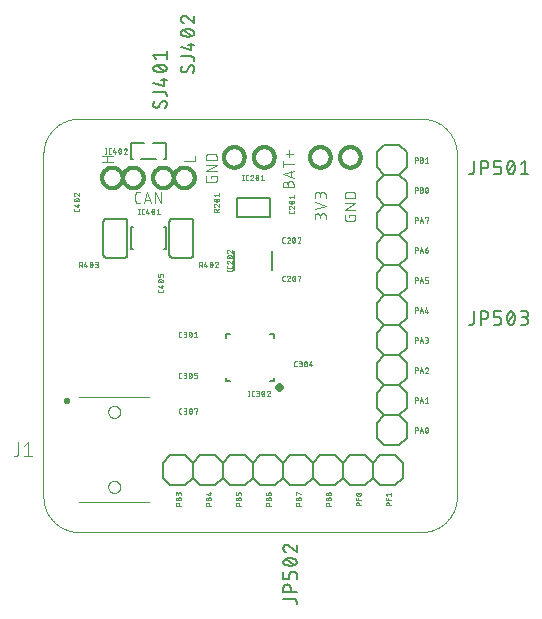
<source format=gto>
G04 EAGLE Gerber RS-274X export*
G75*
%MOMM*%
%FSLAX35Y35*%
%LPD*%
%INsilk_top*%
%IPPOS*%
%AMOC8*
5,1,8,0,0,1.08239X$1,22.5*%
G01*
%ADD10C,0.000000*%
%ADD11C,0.076200*%
%ADD12C,0.050800*%
%ADD13C,0.127000*%
%ADD14C,0.500000*%
%ADD15C,0.152400*%
%ADD16C,0.100000*%
%ADD17C,0.300000*%
%ADD18C,0.101600*%


D10*
X100Y3199800D02*
X100Y299800D01*
X188Y292551D01*
X450Y285306D01*
X888Y278070D01*
X1501Y270846D01*
X2287Y263639D01*
X3248Y256453D01*
X4382Y249293D01*
X5689Y242162D01*
X7168Y235065D01*
X8817Y228005D01*
X10637Y220988D01*
X12626Y214016D01*
X14783Y207095D01*
X17106Y200228D01*
X19595Y193419D01*
X22248Y186672D01*
X25062Y179991D01*
X28038Y173380D01*
X31172Y166843D01*
X34463Y160383D01*
X37910Y154005D01*
X41509Y147712D01*
X45260Y141508D01*
X49159Y135396D01*
X53205Y129381D01*
X57395Y123464D01*
X61727Y117651D01*
X66198Y111944D01*
X70805Y106347D01*
X75547Y100863D01*
X80419Y95495D01*
X85420Y90247D01*
X90547Y85120D01*
X95795Y80119D01*
X101163Y75247D01*
X106647Y70505D01*
X112244Y65898D01*
X117951Y61427D01*
X123764Y57095D01*
X129681Y52905D01*
X135696Y48859D01*
X141808Y44960D01*
X148012Y41209D01*
X154305Y37610D01*
X160683Y34163D01*
X167143Y30872D01*
X173680Y27738D01*
X180291Y24762D01*
X186972Y21948D01*
X193719Y19295D01*
X200528Y16806D01*
X207395Y14483D01*
X214316Y12326D01*
X221288Y10337D01*
X228305Y8517D01*
X235365Y6868D01*
X242462Y5389D01*
X249593Y4082D01*
X256753Y2948D01*
X263939Y1987D01*
X271146Y1201D01*
X278370Y588D01*
X285606Y150D01*
X292851Y-112D01*
X300100Y-200D01*
X3200100Y-200D01*
X3207349Y-112D01*
X3214594Y150D01*
X3221830Y588D01*
X3229054Y1201D01*
X3236261Y1987D01*
X3243447Y2948D01*
X3250607Y4082D01*
X3257738Y5389D01*
X3264835Y6868D01*
X3271895Y8517D01*
X3278912Y10337D01*
X3285884Y12326D01*
X3292805Y14483D01*
X3299672Y16806D01*
X3306481Y19295D01*
X3313228Y21948D01*
X3319909Y24762D01*
X3326520Y27738D01*
X3333057Y30872D01*
X3339517Y34163D01*
X3345895Y37610D01*
X3352188Y41209D01*
X3358392Y44960D01*
X3364504Y48859D01*
X3370519Y52905D01*
X3376436Y57095D01*
X3382249Y61427D01*
X3387956Y65898D01*
X3393553Y70505D01*
X3399037Y75247D01*
X3404405Y80119D01*
X3409653Y85120D01*
X3414780Y90247D01*
X3419781Y95495D01*
X3424653Y100863D01*
X3429395Y106347D01*
X3434002Y111944D01*
X3438473Y117651D01*
X3442805Y123464D01*
X3446995Y129381D01*
X3451041Y135396D01*
X3454940Y141508D01*
X3458691Y147712D01*
X3462290Y154005D01*
X3465737Y160383D01*
X3469028Y166843D01*
X3472162Y173380D01*
X3475138Y179991D01*
X3477952Y186672D01*
X3480605Y193419D01*
X3483094Y200228D01*
X3485417Y207095D01*
X3487574Y214016D01*
X3489563Y220988D01*
X3491383Y228005D01*
X3493032Y235065D01*
X3494511Y242162D01*
X3495818Y249293D01*
X3496952Y256453D01*
X3497913Y263639D01*
X3498699Y270846D01*
X3499312Y278070D01*
X3499750Y285306D01*
X3500012Y292551D01*
X3500100Y299800D01*
X3500100Y3199800D01*
X3500012Y3207049D01*
X3499750Y3214294D01*
X3499312Y3221530D01*
X3498699Y3228754D01*
X3497913Y3235961D01*
X3496952Y3243147D01*
X3495818Y3250307D01*
X3494511Y3257438D01*
X3493032Y3264535D01*
X3491383Y3271595D01*
X3489563Y3278612D01*
X3487574Y3285584D01*
X3485417Y3292505D01*
X3483094Y3299372D01*
X3480605Y3306181D01*
X3477952Y3312928D01*
X3475138Y3319609D01*
X3472162Y3326220D01*
X3469028Y3332757D01*
X3465737Y3339217D01*
X3462290Y3345595D01*
X3458691Y3351888D01*
X3454940Y3358092D01*
X3451041Y3364204D01*
X3446995Y3370219D01*
X3442805Y3376136D01*
X3438473Y3381949D01*
X3434002Y3387656D01*
X3429395Y3393253D01*
X3424653Y3398737D01*
X3419781Y3404105D01*
X3414780Y3409353D01*
X3409653Y3414480D01*
X3404405Y3419481D01*
X3399037Y3424353D01*
X3393553Y3429095D01*
X3387956Y3433702D01*
X3382249Y3438173D01*
X3376436Y3442505D01*
X3370519Y3446695D01*
X3364504Y3450741D01*
X3358392Y3454640D01*
X3352188Y3458391D01*
X3345895Y3461990D01*
X3339517Y3465437D01*
X3333057Y3468728D01*
X3326520Y3471862D01*
X3319909Y3474838D01*
X3313228Y3477652D01*
X3306481Y3480305D01*
X3299672Y3482794D01*
X3292805Y3485117D01*
X3285884Y3487274D01*
X3278912Y3489263D01*
X3271895Y3491083D01*
X3264835Y3492732D01*
X3257738Y3494211D01*
X3250607Y3495518D01*
X3243447Y3496652D01*
X3236261Y3497613D01*
X3229054Y3498399D01*
X3221830Y3499012D01*
X3214594Y3499450D01*
X3207349Y3499712D01*
X3200100Y3499800D01*
X300100Y3499800D01*
X292851Y3499712D01*
X285606Y3499450D01*
X278370Y3499012D01*
X271146Y3498399D01*
X263939Y3497613D01*
X256753Y3496652D01*
X249593Y3495518D01*
X242462Y3494211D01*
X235365Y3492732D01*
X228305Y3491083D01*
X221288Y3489263D01*
X214316Y3487274D01*
X207395Y3485117D01*
X200528Y3482794D01*
X193719Y3480305D01*
X186972Y3477652D01*
X180291Y3474838D01*
X173680Y3471862D01*
X167143Y3468728D01*
X160683Y3465437D01*
X154305Y3461990D01*
X148012Y3458391D01*
X141808Y3454640D01*
X135696Y3450741D01*
X129681Y3446695D01*
X123764Y3442505D01*
X117951Y3438173D01*
X112244Y3433702D01*
X106647Y3429095D01*
X101163Y3424353D01*
X95795Y3419481D01*
X90547Y3414480D01*
X85420Y3409353D01*
X80419Y3404105D01*
X75547Y3398737D01*
X70805Y3393253D01*
X66198Y3387656D01*
X61727Y3381949D01*
X57395Y3376136D01*
X53205Y3370219D01*
X49159Y3364204D01*
X45260Y3358092D01*
X41509Y3351888D01*
X37910Y3345595D01*
X34463Y3339217D01*
X31172Y3332757D01*
X28038Y3326220D01*
X25062Y3319609D01*
X22248Y3312928D01*
X19595Y3306181D01*
X17106Y3299372D01*
X14783Y3292505D01*
X12626Y3285584D01*
X10637Y3278612D01*
X8817Y3271595D01*
X7168Y3264535D01*
X5689Y3257438D01*
X4382Y3250307D01*
X3248Y3243147D01*
X2287Y3235961D01*
X1501Y3228754D01*
X888Y3221530D01*
X450Y3214294D01*
X188Y3207049D01*
X100Y3199800D01*
D11*
X799741Y2786310D02*
X820269Y2786310D01*
X799741Y2786310D02*
X799245Y2786316D01*
X798749Y2786334D01*
X798254Y2786364D01*
X797760Y2786406D01*
X797267Y2786460D01*
X796775Y2786525D01*
X796285Y2786603D01*
X795797Y2786692D01*
X795311Y2786794D01*
X794828Y2786907D01*
X794348Y2787031D01*
X793871Y2787167D01*
X793397Y2787315D01*
X792927Y2787474D01*
X792461Y2787644D01*
X792000Y2787826D01*
X791542Y2788018D01*
X791090Y2788222D01*
X790643Y2788436D01*
X790201Y2788661D01*
X789764Y2788897D01*
X789334Y2789144D01*
X788909Y2789400D01*
X788491Y2789667D01*
X788079Y2789944D01*
X787674Y2790231D01*
X787277Y2790527D01*
X786886Y2790833D01*
X786503Y2791148D01*
X786128Y2791473D01*
X785760Y2791806D01*
X785401Y2792148D01*
X785050Y2792499D01*
X784708Y2792858D01*
X784375Y2793226D01*
X784050Y2793601D01*
X783735Y2793984D01*
X783429Y2794375D01*
X783133Y2794772D01*
X782846Y2795177D01*
X782569Y2795589D01*
X782302Y2796007D01*
X782046Y2796432D01*
X781799Y2796862D01*
X781563Y2797299D01*
X781338Y2797741D01*
X781124Y2798188D01*
X780920Y2798640D01*
X780728Y2799098D01*
X780546Y2799559D01*
X780376Y2800025D01*
X780217Y2800495D01*
X780069Y2800969D01*
X779933Y2801446D01*
X779809Y2801926D01*
X779696Y2802409D01*
X779594Y2802895D01*
X779505Y2803383D01*
X779427Y2803873D01*
X779362Y2804365D01*
X779308Y2804858D01*
X779266Y2805352D01*
X779236Y2805847D01*
X779218Y2806343D01*
X779212Y2806839D01*
X779212Y2858161D01*
X779218Y2858665D01*
X779237Y2859168D01*
X779268Y2859671D01*
X779311Y2860173D01*
X779366Y2860674D01*
X779434Y2861173D01*
X779514Y2861671D01*
X779606Y2862166D01*
X779711Y2862659D01*
X779827Y2863149D01*
X779956Y2863636D01*
X780096Y2864120D01*
X780248Y2864601D01*
X780412Y2865077D01*
X780588Y2865549D01*
X780775Y2866017D01*
X780973Y2866480D01*
X781183Y2866938D01*
X781404Y2867391D01*
X781636Y2867838D01*
X781879Y2868280D01*
X782133Y2868715D01*
X782397Y2869144D01*
X782672Y2869566D01*
X782957Y2869982D01*
X783252Y2870390D01*
X783557Y2870791D01*
X783872Y2871184D01*
X784196Y2871570D01*
X784530Y2871947D01*
X784873Y2872316D01*
X785225Y2872677D01*
X785585Y2873029D01*
X785954Y2873372D01*
X786332Y2873706D01*
X786717Y2874030D01*
X787111Y2874345D01*
X787512Y2874650D01*
X787920Y2874945D01*
X788336Y2875230D01*
X788758Y2875505D01*
X789187Y2875769D01*
X789622Y2876023D01*
X790064Y2876266D01*
X790511Y2876498D01*
X790964Y2876719D01*
X791422Y2876929D01*
X791885Y2877127D01*
X792352Y2877314D01*
X792825Y2877490D01*
X793301Y2877654D01*
X793782Y2877806D01*
X794265Y2877946D01*
X794753Y2878075D01*
X795243Y2878191D01*
X795736Y2878295D01*
X796231Y2878388D01*
X796728Y2878468D01*
X797228Y2878536D01*
X797729Y2878591D01*
X798230Y2878634D01*
X798733Y2878665D01*
X799237Y2878684D01*
X799741Y2878690D01*
X820269Y2878690D01*
X880128Y2878690D02*
X849334Y2786310D01*
X910921Y2786310D02*
X880128Y2878690D01*
X903223Y2809405D02*
X857033Y2809405D01*
X947466Y2786310D02*
X947466Y2878690D01*
X998788Y2786310D01*
X998788Y2878690D01*
X585940Y3133368D02*
X493560Y3133368D01*
X534618Y3133368D02*
X534618Y3184690D01*
X493560Y3184690D02*
X585940Y3184690D01*
X1192060Y3143633D02*
X1284440Y3143633D01*
X1284440Y3184690D01*
X1415368Y3010941D02*
X1415368Y2995544D01*
X1415368Y3010941D02*
X1466690Y3010941D01*
X1466690Y2980147D01*
X1466684Y2979651D01*
X1466666Y2979155D01*
X1466636Y2978660D01*
X1466594Y2978166D01*
X1466540Y2977673D01*
X1466475Y2977181D01*
X1466397Y2976691D01*
X1466308Y2976203D01*
X1466206Y2975717D01*
X1466093Y2975234D01*
X1465969Y2974754D01*
X1465833Y2974277D01*
X1465685Y2973803D01*
X1465526Y2973333D01*
X1465356Y2972867D01*
X1465174Y2972406D01*
X1464982Y2971948D01*
X1464778Y2971496D01*
X1464564Y2971049D01*
X1464339Y2970607D01*
X1464103Y2970170D01*
X1463856Y2969740D01*
X1463600Y2969315D01*
X1463333Y2968897D01*
X1463056Y2968485D01*
X1462769Y2968080D01*
X1462473Y2967683D01*
X1462167Y2967292D01*
X1461852Y2966909D01*
X1461527Y2966534D01*
X1461194Y2966166D01*
X1460852Y2965807D01*
X1460501Y2965456D01*
X1460142Y2965114D01*
X1459774Y2964781D01*
X1459399Y2964456D01*
X1459016Y2964141D01*
X1458625Y2963835D01*
X1458228Y2963539D01*
X1457823Y2963252D01*
X1457411Y2962975D01*
X1456993Y2962708D01*
X1456568Y2962452D01*
X1456138Y2962205D01*
X1455701Y2961969D01*
X1455259Y2961744D01*
X1454812Y2961530D01*
X1454360Y2961326D01*
X1453902Y2961134D01*
X1453441Y2960952D01*
X1452975Y2960782D01*
X1452505Y2960623D01*
X1452031Y2960475D01*
X1451554Y2960339D01*
X1451074Y2960215D01*
X1450591Y2960102D01*
X1450105Y2960000D01*
X1449617Y2959911D01*
X1449127Y2959833D01*
X1448635Y2959768D01*
X1448142Y2959714D01*
X1447648Y2959672D01*
X1447153Y2959642D01*
X1446657Y2959624D01*
X1446161Y2959618D01*
X1394839Y2959618D01*
X1394839Y2959619D02*
X1394335Y2959625D01*
X1393832Y2959644D01*
X1393329Y2959675D01*
X1392827Y2959718D01*
X1392326Y2959773D01*
X1391827Y2959841D01*
X1391329Y2959921D01*
X1390834Y2960013D01*
X1390341Y2960118D01*
X1389851Y2960234D01*
X1389364Y2960363D01*
X1388880Y2960503D01*
X1388400Y2960655D01*
X1387923Y2960819D01*
X1387451Y2960995D01*
X1386983Y2961182D01*
X1386520Y2961380D01*
X1386062Y2961590D01*
X1385609Y2961811D01*
X1385162Y2962043D01*
X1384720Y2962286D01*
X1384285Y2962540D01*
X1383856Y2962804D01*
X1383434Y2963079D01*
X1383018Y2963364D01*
X1382610Y2963659D01*
X1382209Y2963964D01*
X1381816Y2964279D01*
X1381430Y2964603D01*
X1381053Y2964937D01*
X1380684Y2965280D01*
X1380323Y2965632D01*
X1379971Y2965992D01*
X1379628Y2966361D01*
X1379294Y2966739D01*
X1378970Y2967124D01*
X1378655Y2967518D01*
X1378350Y2967919D01*
X1378055Y2968327D01*
X1377770Y2968742D01*
X1377495Y2969165D01*
X1377231Y2969594D01*
X1376977Y2970029D01*
X1376734Y2970470D01*
X1376502Y2970918D01*
X1376281Y2971370D01*
X1376071Y2971828D01*
X1375873Y2972291D01*
X1375686Y2972759D01*
X1375510Y2973232D01*
X1375346Y2973708D01*
X1375194Y2974188D01*
X1375054Y2974672D01*
X1374925Y2975159D01*
X1374809Y2975650D01*
X1374705Y2976142D01*
X1374612Y2976638D01*
X1374532Y2977135D01*
X1374464Y2977634D01*
X1374409Y2978135D01*
X1374366Y2978637D01*
X1374335Y2979140D01*
X1374316Y2979644D01*
X1374310Y2980147D01*
X1374310Y3010941D01*
X1374310Y3055618D02*
X1466690Y3055618D01*
X1466690Y3106940D02*
X1374310Y3055618D01*
X1374310Y3106940D02*
X1466690Y3106940D01*
X1466690Y3151618D02*
X1374310Y3151618D01*
X1374310Y3177279D01*
X1374317Y3177899D01*
X1374340Y3178519D01*
X1374377Y3179138D01*
X1374430Y3179756D01*
X1374497Y3180372D01*
X1374579Y3180987D01*
X1374676Y3181599D01*
X1374788Y3182209D01*
X1374915Y3182816D01*
X1375056Y3183420D01*
X1375211Y3184020D01*
X1375381Y3184617D01*
X1375566Y3185209D01*
X1375765Y3185796D01*
X1375978Y3186379D01*
X1376204Y3186956D01*
X1376445Y3187527D01*
X1376700Y3188093D01*
X1376968Y3188652D01*
X1377249Y3189204D01*
X1377544Y3189750D01*
X1377852Y3190288D01*
X1378173Y3190819D01*
X1378506Y3191342D01*
X1378852Y3191856D01*
X1379211Y3192362D01*
X1379581Y3192859D01*
X1379964Y3193348D01*
X1380358Y3193826D01*
X1380763Y3194295D01*
X1381180Y3194755D01*
X1381608Y3195204D01*
X1382046Y3195642D01*
X1382495Y3196070D01*
X1382955Y3196487D01*
X1383424Y3196892D01*
X1383902Y3197286D01*
X1384391Y3197669D01*
X1384888Y3198039D01*
X1385394Y3198398D01*
X1385908Y3198744D01*
X1386431Y3199077D01*
X1386962Y3199398D01*
X1387500Y3199706D01*
X1388046Y3200001D01*
X1388598Y3200282D01*
X1389157Y3200550D01*
X1389723Y3200805D01*
X1390294Y3201046D01*
X1390871Y3201272D01*
X1391454Y3201485D01*
X1392041Y3201684D01*
X1392633Y3201869D01*
X1393230Y3202039D01*
X1393830Y3202194D01*
X1394434Y3202335D01*
X1395041Y3202462D01*
X1395651Y3202574D01*
X1396263Y3202671D01*
X1396878Y3202753D01*
X1397494Y3202820D01*
X1398112Y3202873D01*
X1398731Y3202910D01*
X1399351Y3202933D01*
X1399971Y3202940D01*
X1441029Y3202940D01*
X1441649Y3202933D01*
X1442269Y3202910D01*
X1442888Y3202873D01*
X1443506Y3202820D01*
X1444122Y3202753D01*
X1444737Y3202671D01*
X1445349Y3202574D01*
X1445959Y3202462D01*
X1446566Y3202335D01*
X1447170Y3202194D01*
X1447770Y3202039D01*
X1448367Y3201869D01*
X1448959Y3201684D01*
X1449546Y3201485D01*
X1450129Y3201272D01*
X1450706Y3201046D01*
X1451277Y3200805D01*
X1451843Y3200550D01*
X1452402Y3200282D01*
X1452954Y3200001D01*
X1453500Y3199706D01*
X1454038Y3199398D01*
X1454569Y3199077D01*
X1455092Y3198744D01*
X1455606Y3198398D01*
X1456112Y3198039D01*
X1456610Y3197669D01*
X1457098Y3197286D01*
X1457576Y3196892D01*
X1458045Y3196486D01*
X1458505Y3196070D01*
X1458954Y3195642D01*
X1459392Y3195203D01*
X1459820Y3194754D01*
X1460237Y3194295D01*
X1460642Y3193826D01*
X1461036Y3193347D01*
X1461419Y3192859D01*
X1461789Y3192362D01*
X1462148Y3191856D01*
X1462494Y3191341D01*
X1462827Y3190819D01*
X1463148Y3190288D01*
X1463456Y3189750D01*
X1463751Y3189204D01*
X1464032Y3188652D01*
X1464300Y3188092D01*
X1464555Y3187527D01*
X1464796Y3186955D01*
X1465023Y3186378D01*
X1465235Y3185796D01*
X1465434Y3185208D01*
X1465619Y3184616D01*
X1465789Y3184020D01*
X1465944Y3183420D01*
X1466086Y3182816D01*
X1466212Y3182209D01*
X1466324Y3181599D01*
X1466421Y3180986D01*
X1466503Y3180372D01*
X1466570Y3179755D01*
X1466623Y3179137D01*
X1466660Y3178518D01*
X1466683Y3177899D01*
X1466690Y3177279D01*
X1466690Y3151618D01*
X2066868Y2944199D02*
X2066868Y2918538D01*
X2066868Y2944199D02*
X2066876Y2944824D01*
X2066898Y2945448D01*
X2066936Y2946072D01*
X2066990Y2946695D01*
X2067058Y2947316D01*
X2067141Y2947935D01*
X2067240Y2948552D01*
X2067353Y2949167D01*
X2067482Y2949778D01*
X2067625Y2950387D01*
X2067783Y2950991D01*
X2067956Y2951592D01*
X2068143Y2952188D01*
X2068345Y2952780D01*
X2068561Y2953366D01*
X2068792Y2953947D01*
X2069036Y2954522D01*
X2069294Y2955091D01*
X2069566Y2955654D01*
X2069852Y2956209D01*
X2070151Y2956758D01*
X2070464Y2957299D01*
X2070789Y2957833D01*
X2071128Y2958358D01*
X2071479Y2958875D01*
X2071843Y2959383D01*
X2072218Y2959882D01*
X2072606Y2960372D01*
X2073006Y2960853D01*
X2073417Y2961323D01*
X2073840Y2961783D01*
X2074274Y2962233D01*
X2074718Y2962672D01*
X2075173Y2963101D01*
X2075639Y2963518D01*
X2076114Y2963923D01*
X2076600Y2964317D01*
X2077094Y2964699D01*
X2077598Y2965069D01*
X2078111Y2965426D01*
X2078632Y2965771D01*
X2079161Y2966103D01*
X2079699Y2966422D01*
X2080243Y2966728D01*
X2080796Y2967020D01*
X2081355Y2967299D01*
X2081921Y2967565D01*
X2082493Y2967816D01*
X2083071Y2968053D01*
X2083655Y2968277D01*
X2084244Y2968486D01*
X2084837Y2968680D01*
X2085436Y2968860D01*
X2086038Y2969026D01*
X2086645Y2969176D01*
X2087255Y2969312D01*
X2087868Y2969433D01*
X2088484Y2969539D01*
X2089102Y2969630D01*
X2089722Y2969706D01*
X2090344Y2969767D01*
X2090968Y2969812D01*
X2091592Y2969843D01*
X2092217Y2969858D01*
X2092841Y2969858D01*
X2093466Y2969843D01*
X2094090Y2969812D01*
X2094714Y2969767D01*
X2095336Y2969706D01*
X2095956Y2969630D01*
X2096574Y2969539D01*
X2097190Y2969433D01*
X2097803Y2969312D01*
X2098413Y2969176D01*
X2099020Y2969026D01*
X2099622Y2968860D01*
X2100221Y2968680D01*
X2100814Y2968486D01*
X2101403Y2968277D01*
X2101987Y2968053D01*
X2102565Y2967816D01*
X2103137Y2967565D01*
X2103703Y2967299D01*
X2104262Y2967020D01*
X2104815Y2966728D01*
X2105360Y2966422D01*
X2105897Y2966103D01*
X2106426Y2965771D01*
X2106947Y2965426D01*
X2107460Y2965069D01*
X2107964Y2964699D01*
X2108458Y2964317D01*
X2108944Y2963923D01*
X2109419Y2963518D01*
X2109885Y2963101D01*
X2110340Y2962672D01*
X2110784Y2962233D01*
X2111218Y2961783D01*
X2111641Y2961323D01*
X2112052Y2960853D01*
X2112452Y2960372D01*
X2112840Y2959882D01*
X2113215Y2959383D01*
X2113579Y2958875D01*
X2113930Y2958358D01*
X2114269Y2957833D01*
X2114594Y2957299D01*
X2114907Y2956758D01*
X2115206Y2956209D01*
X2115492Y2955654D01*
X2115764Y2955091D01*
X2116022Y2954522D01*
X2116266Y2953947D01*
X2116497Y2953366D01*
X2116713Y2952780D01*
X2116915Y2952188D01*
X2117102Y2951592D01*
X2117275Y2950991D01*
X2117433Y2950387D01*
X2117576Y2949778D01*
X2117705Y2949167D01*
X2117818Y2948552D01*
X2117917Y2947935D01*
X2118000Y2947316D01*
X2118068Y2946695D01*
X2118122Y2946072D01*
X2118160Y2945448D01*
X2118182Y2944824D01*
X2118190Y2944199D01*
X2118190Y2918538D01*
X2025810Y2918538D01*
X2025810Y2944199D01*
X2025816Y2944699D01*
X2025834Y2945199D01*
X2025865Y2945698D01*
X2025907Y2946196D01*
X2025962Y2946693D01*
X2026029Y2947188D01*
X2026108Y2947682D01*
X2026198Y2948173D01*
X2026301Y2948663D01*
X2026416Y2949149D01*
X2026542Y2949633D01*
X2026680Y2950113D01*
X2026830Y2950590D01*
X2026992Y2951064D01*
X2027165Y2951533D01*
X2027349Y2951997D01*
X2027544Y2952457D01*
X2027751Y2952913D01*
X2027969Y2953363D01*
X2028197Y2953807D01*
X2028437Y2954246D01*
X2028687Y2954679D01*
X2028947Y2955106D01*
X2029218Y2955526D01*
X2029499Y2955940D01*
X2029790Y2956346D01*
X2030090Y2956746D01*
X2030401Y2957138D01*
X2030721Y2957522D01*
X2031050Y2957898D01*
X2031388Y2958267D01*
X2031735Y2958627D01*
X2032090Y2958978D01*
X2032454Y2959320D01*
X2032827Y2959654D01*
X2033207Y2959979D01*
X2033595Y2960294D01*
X2033991Y2960599D01*
X2034394Y2960895D01*
X2034804Y2961181D01*
X2035221Y2961457D01*
X2035645Y2961722D01*
X2036075Y2961978D01*
X2036510Y2962222D01*
X2036952Y2962456D01*
X2037400Y2962679D01*
X2037852Y2962892D01*
X2038310Y2963093D01*
X2038772Y2963283D01*
X2039239Y2963461D01*
X2039711Y2963628D01*
X2040186Y2963784D01*
X2040664Y2963928D01*
X2041147Y2964060D01*
X2041632Y2964181D01*
X2042120Y2964290D01*
X2042610Y2964387D01*
X2043103Y2964471D01*
X2043597Y2964544D01*
X2044094Y2964605D01*
X2044591Y2964653D01*
X2045090Y2964690D01*
X2045589Y2964714D01*
X2046089Y2964726D01*
X2046589Y2964726D01*
X2047089Y2964714D01*
X2047588Y2964690D01*
X2048087Y2964653D01*
X2048584Y2964605D01*
X2049081Y2964544D01*
X2049575Y2964471D01*
X2050068Y2964387D01*
X2050558Y2964290D01*
X2051046Y2964181D01*
X2051531Y2964060D01*
X2052014Y2963928D01*
X2052492Y2963784D01*
X2052967Y2963628D01*
X2053439Y2963461D01*
X2053906Y2963283D01*
X2054368Y2963093D01*
X2054826Y2962892D01*
X2055278Y2962679D01*
X2055726Y2962456D01*
X2056168Y2962222D01*
X2056604Y2961978D01*
X2057033Y2961722D01*
X2057457Y2961457D01*
X2057874Y2961181D01*
X2058284Y2960895D01*
X2058687Y2960599D01*
X2059083Y2960294D01*
X2059471Y2959979D01*
X2059851Y2959654D01*
X2060224Y2959320D01*
X2060588Y2958978D01*
X2060943Y2958627D01*
X2061290Y2958267D01*
X2061628Y2957898D01*
X2061957Y2957522D01*
X2062277Y2957138D01*
X2062588Y2956746D01*
X2062888Y2956346D01*
X2063179Y2955940D01*
X2063460Y2955526D01*
X2063731Y2955106D01*
X2063991Y2954679D01*
X2064241Y2954246D01*
X2064481Y2953807D01*
X2064709Y2953363D01*
X2064927Y2952913D01*
X2065134Y2952457D01*
X2065329Y2951997D01*
X2065513Y2951533D01*
X2065686Y2951064D01*
X2065848Y2950590D01*
X2065998Y2950113D01*
X2066136Y2949633D01*
X2066262Y2949149D01*
X2066377Y2948663D01*
X2066480Y2948173D01*
X2066570Y2947682D01*
X2066649Y2947188D01*
X2066716Y2946693D01*
X2066771Y2946196D01*
X2066813Y2945698D01*
X2066844Y2945199D01*
X2066862Y2944699D01*
X2066868Y2944199D01*
X2118190Y2999104D02*
X2025810Y3029897D01*
X2118190Y3060691D01*
X2095095Y3052992D02*
X2095095Y3006802D01*
X2118190Y3113897D02*
X2025810Y3113897D01*
X2025810Y3088236D02*
X2025810Y3139558D01*
X2082265Y3173103D02*
X2082265Y3234690D01*
X2113058Y3203897D02*
X2051471Y3203897D01*
D12*
X1165460Y223051D02*
X1120540Y223051D01*
X1120540Y235528D01*
X1120544Y235832D01*
X1120555Y236136D01*
X1120573Y236439D01*
X1120599Y236742D01*
X1120632Y237044D01*
X1120673Y237345D01*
X1120721Y237645D01*
X1120776Y237944D01*
X1120839Y238241D01*
X1120908Y238537D01*
X1120985Y238831D01*
X1121069Y239123D01*
X1121160Y239413D01*
X1121258Y239700D01*
X1121363Y239986D01*
X1121475Y240268D01*
X1121594Y240548D01*
X1121720Y240824D01*
X1121852Y241098D01*
X1121991Y241368D01*
X1122137Y241635D01*
X1122289Y241898D01*
X1122447Y242158D01*
X1122611Y242413D01*
X1122782Y242664D01*
X1122959Y242911D01*
X1123142Y243154D01*
X1123330Y243392D01*
X1123525Y243626D01*
X1123725Y243855D01*
X1123930Y244079D01*
X1124141Y244297D01*
X1124357Y244511D01*
X1124579Y244719D01*
X1124805Y244922D01*
X1125036Y245119D01*
X1125272Y245311D01*
X1125513Y245496D01*
X1125758Y245676D01*
X1126007Y245850D01*
X1126260Y246018D01*
X1126518Y246179D01*
X1126779Y246334D01*
X1127044Y246483D01*
X1127313Y246625D01*
X1127584Y246761D01*
X1127860Y246890D01*
X1128138Y247012D01*
X1128419Y247128D01*
X1128703Y247236D01*
X1128989Y247338D01*
X1129278Y247432D01*
X1129569Y247520D01*
X1129862Y247600D01*
X1130157Y247674D01*
X1130453Y247740D01*
X1130752Y247798D01*
X1131051Y247850D01*
X1131352Y247894D01*
X1131653Y247931D01*
X1131956Y247961D01*
X1132259Y247983D01*
X1132562Y247998D01*
X1132866Y248005D01*
X1133170Y248005D01*
X1133474Y247998D01*
X1133777Y247983D01*
X1134080Y247961D01*
X1134383Y247931D01*
X1134684Y247894D01*
X1134985Y247850D01*
X1135284Y247798D01*
X1135583Y247740D01*
X1135879Y247674D01*
X1136174Y247600D01*
X1136467Y247520D01*
X1136758Y247432D01*
X1137047Y247338D01*
X1137333Y247236D01*
X1137617Y247128D01*
X1137898Y247012D01*
X1138176Y246890D01*
X1138452Y246761D01*
X1138723Y246625D01*
X1138992Y246483D01*
X1139257Y246334D01*
X1139518Y246179D01*
X1139776Y246018D01*
X1140029Y245850D01*
X1140278Y245676D01*
X1140523Y245496D01*
X1140764Y245311D01*
X1141000Y245119D01*
X1141231Y244922D01*
X1141457Y244719D01*
X1141679Y244511D01*
X1141895Y244297D01*
X1142106Y244079D01*
X1142311Y243855D01*
X1142511Y243626D01*
X1142706Y243392D01*
X1142894Y243154D01*
X1143077Y242911D01*
X1143254Y242664D01*
X1143425Y242413D01*
X1143589Y242158D01*
X1143747Y241898D01*
X1143899Y241635D01*
X1144045Y241368D01*
X1144184Y241098D01*
X1144316Y240824D01*
X1144442Y240548D01*
X1144561Y240268D01*
X1144673Y239986D01*
X1144778Y239700D01*
X1144876Y239413D01*
X1144967Y239123D01*
X1145051Y238831D01*
X1145128Y238537D01*
X1145197Y238241D01*
X1145260Y237944D01*
X1145315Y237645D01*
X1145363Y237345D01*
X1145404Y237044D01*
X1145437Y236742D01*
X1145463Y236439D01*
X1145481Y236136D01*
X1145492Y235832D01*
X1145496Y235528D01*
X1145496Y223051D01*
X1140505Y268051D02*
X1140505Y280528D01*
X1140504Y280528D02*
X1140508Y280832D01*
X1140519Y281136D01*
X1140537Y281439D01*
X1140563Y281742D01*
X1140596Y282044D01*
X1140637Y282345D01*
X1140685Y282645D01*
X1140740Y282944D01*
X1140803Y283241D01*
X1140872Y283537D01*
X1140949Y283831D01*
X1141033Y284123D01*
X1141124Y284413D01*
X1141222Y284700D01*
X1141327Y284986D01*
X1141439Y285268D01*
X1141558Y285548D01*
X1141684Y285824D01*
X1141816Y286098D01*
X1141955Y286368D01*
X1142101Y286635D01*
X1142253Y286898D01*
X1142411Y287158D01*
X1142575Y287413D01*
X1142746Y287664D01*
X1142923Y287911D01*
X1143106Y288154D01*
X1143294Y288392D01*
X1143489Y288626D01*
X1143689Y288855D01*
X1143894Y289079D01*
X1144105Y289297D01*
X1144321Y289511D01*
X1144543Y289719D01*
X1144769Y289922D01*
X1145000Y290119D01*
X1145236Y290311D01*
X1145477Y290496D01*
X1145722Y290676D01*
X1145971Y290850D01*
X1146224Y291018D01*
X1146482Y291179D01*
X1146743Y291334D01*
X1147008Y291483D01*
X1147277Y291625D01*
X1147548Y291761D01*
X1147824Y291890D01*
X1148102Y292012D01*
X1148383Y292128D01*
X1148667Y292236D01*
X1148953Y292338D01*
X1149242Y292432D01*
X1149533Y292520D01*
X1149826Y292600D01*
X1150121Y292674D01*
X1150417Y292740D01*
X1150716Y292798D01*
X1151015Y292850D01*
X1151316Y292894D01*
X1151617Y292931D01*
X1151920Y292961D01*
X1152223Y292983D01*
X1152526Y292998D01*
X1152830Y293005D01*
X1153134Y293005D01*
X1153438Y292998D01*
X1153741Y292983D01*
X1154044Y292961D01*
X1154347Y292931D01*
X1154648Y292894D01*
X1154949Y292850D01*
X1155248Y292798D01*
X1155547Y292740D01*
X1155843Y292674D01*
X1156138Y292600D01*
X1156431Y292520D01*
X1156722Y292432D01*
X1157011Y292338D01*
X1157297Y292236D01*
X1157581Y292128D01*
X1157862Y292012D01*
X1158140Y291890D01*
X1158416Y291761D01*
X1158687Y291625D01*
X1158956Y291483D01*
X1159221Y291334D01*
X1159482Y291179D01*
X1159740Y291018D01*
X1159993Y290850D01*
X1160242Y290676D01*
X1160487Y290496D01*
X1160728Y290311D01*
X1160964Y290119D01*
X1161195Y289922D01*
X1161421Y289719D01*
X1161643Y289511D01*
X1161859Y289297D01*
X1162070Y289079D01*
X1162275Y288855D01*
X1162475Y288626D01*
X1162670Y288392D01*
X1162858Y288154D01*
X1163041Y287911D01*
X1163218Y287664D01*
X1163389Y287413D01*
X1163553Y287158D01*
X1163711Y286898D01*
X1163863Y286635D01*
X1164009Y286368D01*
X1164148Y286098D01*
X1164280Y285824D01*
X1164406Y285548D01*
X1164525Y285268D01*
X1164637Y284986D01*
X1164742Y284700D01*
X1164840Y284413D01*
X1164931Y284123D01*
X1165015Y283831D01*
X1165092Y283537D01*
X1165161Y283241D01*
X1165224Y282944D01*
X1165279Y282645D01*
X1165327Y282345D01*
X1165368Y282044D01*
X1165401Y281742D01*
X1165427Y281439D01*
X1165445Y281136D01*
X1165456Y280832D01*
X1165460Y280528D01*
X1165460Y268051D01*
X1120540Y268051D01*
X1120540Y280528D01*
X1120543Y280771D01*
X1120552Y281014D01*
X1120567Y281257D01*
X1120587Y281499D01*
X1120614Y281740D01*
X1120646Y281981D01*
X1120685Y282221D01*
X1120729Y282460D01*
X1120779Y282698D01*
X1120835Y282935D01*
X1120896Y283170D01*
X1120963Y283404D01*
X1121036Y283636D01*
X1121115Y283866D01*
X1121199Y284094D01*
X1121288Y284320D01*
X1121383Y284544D01*
X1121484Y284765D01*
X1121590Y284984D01*
X1121701Y285200D01*
X1121817Y285413D01*
X1121939Y285624D01*
X1122065Y285831D01*
X1122197Y286036D01*
X1122334Y286237D01*
X1122475Y286435D01*
X1122621Y286629D01*
X1122772Y286819D01*
X1122928Y287006D01*
X1123088Y287189D01*
X1123252Y287368D01*
X1123421Y287543D01*
X1123594Y287714D01*
X1123771Y287881D01*
X1123952Y288043D01*
X1124137Y288201D01*
X1124326Y288354D01*
X1124518Y288502D01*
X1124714Y288646D01*
X1124913Y288785D01*
X1125116Y288919D01*
X1125322Y289049D01*
X1125531Y289173D01*
X1125743Y289292D01*
X1125958Y289405D01*
X1126175Y289514D01*
X1126395Y289617D01*
X1126618Y289715D01*
X1126843Y289807D01*
X1127070Y289894D01*
X1127299Y289975D01*
X1127530Y290051D01*
X1127763Y290121D01*
X1127997Y290185D01*
X1128233Y290244D01*
X1128470Y290297D01*
X1128709Y290344D01*
X1128948Y290385D01*
X1129189Y290421D01*
X1129430Y290450D01*
X1129672Y290474D01*
X1129915Y290492D01*
X1130157Y290503D01*
X1130400Y290509D01*
X1130644Y290509D01*
X1130887Y290503D01*
X1131129Y290492D01*
X1131372Y290474D01*
X1131614Y290450D01*
X1131855Y290421D01*
X1132096Y290385D01*
X1132335Y290344D01*
X1132574Y290297D01*
X1132811Y290244D01*
X1133047Y290185D01*
X1133281Y290121D01*
X1133514Y290051D01*
X1133745Y289975D01*
X1133974Y289894D01*
X1134201Y289807D01*
X1134426Y289715D01*
X1134649Y289617D01*
X1134869Y289514D01*
X1135086Y289405D01*
X1135301Y289292D01*
X1135513Y289173D01*
X1135722Y289049D01*
X1135928Y288919D01*
X1136131Y288785D01*
X1136330Y288646D01*
X1136526Y288502D01*
X1136718Y288354D01*
X1136907Y288201D01*
X1137092Y288043D01*
X1137273Y287881D01*
X1137450Y287714D01*
X1137623Y287543D01*
X1137792Y287368D01*
X1137956Y287189D01*
X1138116Y287006D01*
X1138272Y286819D01*
X1138423Y286629D01*
X1138569Y286435D01*
X1138710Y286237D01*
X1138847Y286036D01*
X1138979Y285831D01*
X1139105Y285624D01*
X1139227Y285413D01*
X1139343Y285200D01*
X1139454Y284984D01*
X1139560Y284765D01*
X1139661Y284544D01*
X1139756Y284320D01*
X1139845Y284094D01*
X1139929Y283866D01*
X1140008Y283636D01*
X1140081Y283404D01*
X1140148Y283170D01*
X1140209Y282935D01*
X1140265Y282698D01*
X1140315Y282460D01*
X1140359Y282221D01*
X1140398Y281981D01*
X1140430Y281740D01*
X1140457Y281499D01*
X1140477Y281257D01*
X1140492Y281014D01*
X1140501Y280771D01*
X1140504Y280528D01*
X1165460Y310794D02*
X1165460Y323271D01*
X1165456Y323575D01*
X1165445Y323879D01*
X1165427Y324182D01*
X1165401Y324485D01*
X1165368Y324787D01*
X1165327Y325088D01*
X1165279Y325388D01*
X1165224Y325687D01*
X1165161Y325984D01*
X1165092Y326280D01*
X1165015Y326574D01*
X1164931Y326866D01*
X1164840Y327156D01*
X1164742Y327443D01*
X1164637Y327729D01*
X1164525Y328011D01*
X1164406Y328291D01*
X1164280Y328567D01*
X1164148Y328841D01*
X1164009Y329111D01*
X1163863Y329378D01*
X1163711Y329641D01*
X1163553Y329901D01*
X1163389Y330156D01*
X1163218Y330407D01*
X1163041Y330654D01*
X1162858Y330897D01*
X1162670Y331135D01*
X1162475Y331369D01*
X1162275Y331598D01*
X1162070Y331822D01*
X1161859Y332040D01*
X1161643Y332254D01*
X1161421Y332462D01*
X1161195Y332665D01*
X1160964Y332862D01*
X1160728Y333054D01*
X1160487Y333239D01*
X1160242Y333419D01*
X1159993Y333593D01*
X1159740Y333761D01*
X1159482Y333922D01*
X1159221Y334077D01*
X1158956Y334226D01*
X1158687Y334368D01*
X1158416Y334504D01*
X1158140Y334633D01*
X1157862Y334755D01*
X1157581Y334871D01*
X1157297Y334979D01*
X1157011Y335081D01*
X1156722Y335175D01*
X1156431Y335263D01*
X1156138Y335343D01*
X1155843Y335417D01*
X1155547Y335483D01*
X1155248Y335541D01*
X1154949Y335593D01*
X1154648Y335637D01*
X1154347Y335674D01*
X1154044Y335704D01*
X1153741Y335726D01*
X1153438Y335741D01*
X1153134Y335748D01*
X1152830Y335748D01*
X1152526Y335741D01*
X1152223Y335726D01*
X1151920Y335704D01*
X1151617Y335674D01*
X1151316Y335637D01*
X1151015Y335593D01*
X1150716Y335541D01*
X1150417Y335483D01*
X1150121Y335417D01*
X1149826Y335343D01*
X1149533Y335263D01*
X1149242Y335175D01*
X1148953Y335081D01*
X1148667Y334979D01*
X1148383Y334871D01*
X1148102Y334755D01*
X1147824Y334633D01*
X1147548Y334504D01*
X1147277Y334368D01*
X1147008Y334226D01*
X1146743Y334077D01*
X1146482Y333922D01*
X1146224Y333761D01*
X1145971Y333593D01*
X1145722Y333419D01*
X1145477Y333239D01*
X1145236Y333054D01*
X1145000Y332862D01*
X1144769Y332665D01*
X1144543Y332462D01*
X1144321Y332254D01*
X1144105Y332040D01*
X1143894Y331822D01*
X1143689Y331598D01*
X1143489Y331369D01*
X1143294Y331135D01*
X1143106Y330897D01*
X1142923Y330654D01*
X1142746Y330407D01*
X1142575Y330156D01*
X1142411Y329901D01*
X1142253Y329641D01*
X1142101Y329378D01*
X1141955Y329111D01*
X1141816Y328841D01*
X1141684Y328567D01*
X1141558Y328291D01*
X1141439Y328011D01*
X1141327Y327729D01*
X1141222Y327443D01*
X1141124Y327156D01*
X1141033Y326866D01*
X1140949Y326574D01*
X1140872Y326280D01*
X1140803Y325984D01*
X1140740Y325687D01*
X1140685Y325388D01*
X1140637Y325088D01*
X1140596Y324787D01*
X1140563Y324485D01*
X1140537Y324182D01*
X1140519Y323879D01*
X1140508Y323575D01*
X1140504Y323271D01*
X1120540Y325767D02*
X1120540Y310794D01*
X1120540Y325767D02*
X1120543Y326010D01*
X1120552Y326253D01*
X1120567Y326496D01*
X1120587Y326738D01*
X1120614Y326979D01*
X1120646Y327220D01*
X1120685Y327460D01*
X1120729Y327699D01*
X1120779Y327937D01*
X1120835Y328174D01*
X1120896Y328409D01*
X1120963Y328643D01*
X1121036Y328875D01*
X1121115Y329105D01*
X1121199Y329333D01*
X1121288Y329559D01*
X1121383Y329783D01*
X1121484Y330004D01*
X1121590Y330223D01*
X1121701Y330439D01*
X1121817Y330652D01*
X1121939Y330863D01*
X1122065Y331070D01*
X1122197Y331275D01*
X1122334Y331476D01*
X1122475Y331674D01*
X1122621Y331868D01*
X1122772Y332058D01*
X1122928Y332245D01*
X1123088Y332428D01*
X1123252Y332607D01*
X1123421Y332782D01*
X1123594Y332953D01*
X1123771Y333120D01*
X1123952Y333282D01*
X1124137Y333440D01*
X1124326Y333593D01*
X1124518Y333741D01*
X1124714Y333885D01*
X1124913Y334024D01*
X1125116Y334158D01*
X1125322Y334288D01*
X1125531Y334412D01*
X1125743Y334531D01*
X1125958Y334644D01*
X1126175Y334753D01*
X1126395Y334856D01*
X1126618Y334954D01*
X1126843Y335046D01*
X1127070Y335133D01*
X1127299Y335214D01*
X1127530Y335290D01*
X1127763Y335360D01*
X1127997Y335424D01*
X1128233Y335483D01*
X1128470Y335536D01*
X1128709Y335583D01*
X1128948Y335624D01*
X1129189Y335660D01*
X1129430Y335689D01*
X1129672Y335713D01*
X1129915Y335731D01*
X1130157Y335742D01*
X1130400Y335748D01*
X1130644Y335748D01*
X1130887Y335742D01*
X1131129Y335731D01*
X1131372Y335713D01*
X1131614Y335689D01*
X1131855Y335660D01*
X1132096Y335624D01*
X1132335Y335583D01*
X1132574Y335536D01*
X1132811Y335483D01*
X1133047Y335424D01*
X1133281Y335360D01*
X1133514Y335290D01*
X1133745Y335214D01*
X1133974Y335133D01*
X1134201Y335046D01*
X1134426Y334954D01*
X1134649Y334856D01*
X1134869Y334753D01*
X1135086Y334644D01*
X1135301Y334531D01*
X1135513Y334412D01*
X1135722Y334288D01*
X1135928Y334158D01*
X1136131Y334024D01*
X1136330Y333885D01*
X1136526Y333741D01*
X1136718Y333593D01*
X1136907Y333440D01*
X1137092Y333282D01*
X1137273Y333120D01*
X1137450Y332953D01*
X1137623Y332782D01*
X1137792Y332607D01*
X1137956Y332428D01*
X1138116Y332245D01*
X1138272Y332058D01*
X1138423Y331868D01*
X1138569Y331674D01*
X1138710Y331476D01*
X1138847Y331275D01*
X1138979Y331070D01*
X1139105Y330863D01*
X1139227Y330652D01*
X1139343Y330439D01*
X1139454Y330223D01*
X1139560Y330004D01*
X1139661Y329783D01*
X1139756Y329559D01*
X1139845Y329333D01*
X1139929Y329105D01*
X1140008Y328875D01*
X1140081Y328643D01*
X1140148Y328409D01*
X1140209Y328174D01*
X1140265Y327937D01*
X1140315Y327699D01*
X1140359Y327460D01*
X1140398Y327220D01*
X1140430Y326979D01*
X1140457Y326738D01*
X1140477Y326496D01*
X1140492Y326253D01*
X1140501Y326010D01*
X1140504Y325767D01*
X1140505Y325767D02*
X1140505Y315785D01*
X1374540Y223051D02*
X1419460Y223051D01*
X1374540Y223051D02*
X1374540Y235528D01*
X1374544Y235832D01*
X1374555Y236136D01*
X1374573Y236439D01*
X1374599Y236742D01*
X1374632Y237044D01*
X1374673Y237345D01*
X1374721Y237645D01*
X1374776Y237944D01*
X1374839Y238241D01*
X1374908Y238537D01*
X1374985Y238831D01*
X1375069Y239123D01*
X1375160Y239413D01*
X1375258Y239700D01*
X1375363Y239986D01*
X1375475Y240268D01*
X1375594Y240548D01*
X1375720Y240824D01*
X1375852Y241098D01*
X1375991Y241368D01*
X1376137Y241635D01*
X1376289Y241898D01*
X1376447Y242158D01*
X1376611Y242413D01*
X1376782Y242664D01*
X1376959Y242911D01*
X1377142Y243154D01*
X1377330Y243392D01*
X1377525Y243626D01*
X1377725Y243855D01*
X1377930Y244079D01*
X1378141Y244297D01*
X1378357Y244511D01*
X1378579Y244719D01*
X1378805Y244922D01*
X1379036Y245119D01*
X1379272Y245311D01*
X1379513Y245496D01*
X1379758Y245676D01*
X1380007Y245850D01*
X1380260Y246018D01*
X1380518Y246179D01*
X1380779Y246334D01*
X1381044Y246483D01*
X1381313Y246625D01*
X1381584Y246761D01*
X1381860Y246890D01*
X1382138Y247012D01*
X1382419Y247128D01*
X1382703Y247236D01*
X1382989Y247338D01*
X1383278Y247432D01*
X1383569Y247520D01*
X1383862Y247600D01*
X1384157Y247674D01*
X1384453Y247740D01*
X1384752Y247798D01*
X1385051Y247850D01*
X1385352Y247894D01*
X1385653Y247931D01*
X1385956Y247961D01*
X1386259Y247983D01*
X1386562Y247998D01*
X1386866Y248005D01*
X1387170Y248005D01*
X1387474Y247998D01*
X1387777Y247983D01*
X1388080Y247961D01*
X1388383Y247931D01*
X1388684Y247894D01*
X1388985Y247850D01*
X1389284Y247798D01*
X1389583Y247740D01*
X1389879Y247674D01*
X1390174Y247600D01*
X1390467Y247520D01*
X1390758Y247432D01*
X1391047Y247338D01*
X1391333Y247236D01*
X1391617Y247128D01*
X1391898Y247012D01*
X1392176Y246890D01*
X1392452Y246761D01*
X1392723Y246625D01*
X1392992Y246483D01*
X1393257Y246334D01*
X1393518Y246179D01*
X1393776Y246018D01*
X1394029Y245850D01*
X1394278Y245676D01*
X1394523Y245496D01*
X1394764Y245311D01*
X1395000Y245119D01*
X1395231Y244922D01*
X1395457Y244719D01*
X1395679Y244511D01*
X1395895Y244297D01*
X1396106Y244079D01*
X1396311Y243855D01*
X1396511Y243626D01*
X1396706Y243392D01*
X1396894Y243154D01*
X1397077Y242911D01*
X1397254Y242664D01*
X1397425Y242413D01*
X1397589Y242158D01*
X1397747Y241898D01*
X1397899Y241635D01*
X1398045Y241368D01*
X1398184Y241098D01*
X1398316Y240824D01*
X1398442Y240548D01*
X1398561Y240268D01*
X1398673Y239986D01*
X1398778Y239700D01*
X1398876Y239413D01*
X1398967Y239123D01*
X1399051Y238831D01*
X1399128Y238537D01*
X1399197Y238241D01*
X1399260Y237944D01*
X1399315Y237645D01*
X1399363Y237345D01*
X1399404Y237044D01*
X1399437Y236742D01*
X1399463Y236439D01*
X1399481Y236136D01*
X1399492Y235832D01*
X1399496Y235528D01*
X1399496Y223051D01*
X1394505Y268051D02*
X1394505Y280528D01*
X1394504Y280528D02*
X1394508Y280832D01*
X1394519Y281136D01*
X1394537Y281439D01*
X1394563Y281742D01*
X1394596Y282044D01*
X1394637Y282345D01*
X1394685Y282645D01*
X1394740Y282944D01*
X1394803Y283241D01*
X1394872Y283537D01*
X1394949Y283831D01*
X1395033Y284123D01*
X1395124Y284413D01*
X1395222Y284700D01*
X1395327Y284986D01*
X1395439Y285268D01*
X1395558Y285548D01*
X1395684Y285824D01*
X1395816Y286098D01*
X1395955Y286368D01*
X1396101Y286635D01*
X1396253Y286898D01*
X1396411Y287158D01*
X1396575Y287413D01*
X1396746Y287664D01*
X1396923Y287911D01*
X1397106Y288154D01*
X1397294Y288392D01*
X1397489Y288626D01*
X1397689Y288855D01*
X1397894Y289079D01*
X1398105Y289297D01*
X1398321Y289511D01*
X1398543Y289719D01*
X1398769Y289922D01*
X1399000Y290119D01*
X1399236Y290311D01*
X1399477Y290496D01*
X1399722Y290676D01*
X1399971Y290850D01*
X1400224Y291018D01*
X1400482Y291179D01*
X1400743Y291334D01*
X1401008Y291483D01*
X1401277Y291625D01*
X1401548Y291761D01*
X1401824Y291890D01*
X1402102Y292012D01*
X1402383Y292128D01*
X1402667Y292236D01*
X1402953Y292338D01*
X1403242Y292432D01*
X1403533Y292520D01*
X1403826Y292600D01*
X1404121Y292674D01*
X1404417Y292740D01*
X1404716Y292798D01*
X1405015Y292850D01*
X1405316Y292894D01*
X1405617Y292931D01*
X1405920Y292961D01*
X1406223Y292983D01*
X1406526Y292998D01*
X1406830Y293005D01*
X1407134Y293005D01*
X1407438Y292998D01*
X1407741Y292983D01*
X1408044Y292961D01*
X1408347Y292931D01*
X1408648Y292894D01*
X1408949Y292850D01*
X1409248Y292798D01*
X1409547Y292740D01*
X1409843Y292674D01*
X1410138Y292600D01*
X1410431Y292520D01*
X1410722Y292432D01*
X1411011Y292338D01*
X1411297Y292236D01*
X1411581Y292128D01*
X1411862Y292012D01*
X1412140Y291890D01*
X1412416Y291761D01*
X1412687Y291625D01*
X1412956Y291483D01*
X1413221Y291334D01*
X1413482Y291179D01*
X1413740Y291018D01*
X1413993Y290850D01*
X1414242Y290676D01*
X1414487Y290496D01*
X1414728Y290311D01*
X1414964Y290119D01*
X1415195Y289922D01*
X1415421Y289719D01*
X1415643Y289511D01*
X1415859Y289297D01*
X1416070Y289079D01*
X1416275Y288855D01*
X1416475Y288626D01*
X1416670Y288392D01*
X1416858Y288154D01*
X1417041Y287911D01*
X1417218Y287664D01*
X1417389Y287413D01*
X1417553Y287158D01*
X1417711Y286898D01*
X1417863Y286635D01*
X1418009Y286368D01*
X1418148Y286098D01*
X1418280Y285824D01*
X1418406Y285548D01*
X1418525Y285268D01*
X1418637Y284986D01*
X1418742Y284700D01*
X1418840Y284413D01*
X1418931Y284123D01*
X1419015Y283831D01*
X1419092Y283537D01*
X1419161Y283241D01*
X1419224Y282944D01*
X1419279Y282645D01*
X1419327Y282345D01*
X1419368Y282044D01*
X1419401Y281742D01*
X1419427Y281439D01*
X1419445Y281136D01*
X1419456Y280832D01*
X1419460Y280528D01*
X1419460Y268051D01*
X1374540Y268051D01*
X1374540Y280528D01*
X1374543Y280771D01*
X1374552Y281014D01*
X1374567Y281257D01*
X1374587Y281499D01*
X1374614Y281740D01*
X1374646Y281981D01*
X1374685Y282221D01*
X1374729Y282460D01*
X1374779Y282698D01*
X1374835Y282935D01*
X1374896Y283170D01*
X1374963Y283404D01*
X1375036Y283636D01*
X1375115Y283866D01*
X1375199Y284094D01*
X1375288Y284320D01*
X1375383Y284544D01*
X1375484Y284765D01*
X1375590Y284984D01*
X1375701Y285200D01*
X1375817Y285413D01*
X1375939Y285624D01*
X1376065Y285831D01*
X1376197Y286036D01*
X1376334Y286237D01*
X1376475Y286435D01*
X1376621Y286629D01*
X1376772Y286819D01*
X1376928Y287006D01*
X1377088Y287189D01*
X1377252Y287368D01*
X1377421Y287543D01*
X1377594Y287714D01*
X1377771Y287881D01*
X1377952Y288043D01*
X1378137Y288201D01*
X1378326Y288354D01*
X1378518Y288502D01*
X1378714Y288646D01*
X1378913Y288785D01*
X1379116Y288919D01*
X1379322Y289049D01*
X1379531Y289173D01*
X1379743Y289292D01*
X1379958Y289405D01*
X1380175Y289514D01*
X1380395Y289617D01*
X1380618Y289715D01*
X1380843Y289807D01*
X1381070Y289894D01*
X1381299Y289975D01*
X1381530Y290051D01*
X1381763Y290121D01*
X1381997Y290185D01*
X1382233Y290244D01*
X1382470Y290297D01*
X1382709Y290344D01*
X1382948Y290385D01*
X1383189Y290421D01*
X1383430Y290450D01*
X1383672Y290474D01*
X1383915Y290492D01*
X1384157Y290503D01*
X1384400Y290509D01*
X1384644Y290509D01*
X1384887Y290503D01*
X1385129Y290492D01*
X1385372Y290474D01*
X1385614Y290450D01*
X1385855Y290421D01*
X1386096Y290385D01*
X1386335Y290344D01*
X1386574Y290297D01*
X1386811Y290244D01*
X1387047Y290185D01*
X1387281Y290121D01*
X1387514Y290051D01*
X1387745Y289975D01*
X1387974Y289894D01*
X1388201Y289807D01*
X1388426Y289715D01*
X1388649Y289617D01*
X1388869Y289514D01*
X1389086Y289405D01*
X1389301Y289292D01*
X1389513Y289173D01*
X1389722Y289049D01*
X1389928Y288919D01*
X1390131Y288785D01*
X1390330Y288646D01*
X1390526Y288502D01*
X1390718Y288354D01*
X1390907Y288201D01*
X1391092Y288043D01*
X1391273Y287881D01*
X1391450Y287714D01*
X1391623Y287543D01*
X1391792Y287368D01*
X1391956Y287189D01*
X1392116Y287006D01*
X1392272Y286819D01*
X1392423Y286629D01*
X1392569Y286435D01*
X1392710Y286237D01*
X1392847Y286036D01*
X1392979Y285831D01*
X1393105Y285624D01*
X1393227Y285413D01*
X1393343Y285200D01*
X1393454Y284984D01*
X1393560Y284765D01*
X1393661Y284544D01*
X1393756Y284320D01*
X1393845Y284094D01*
X1393929Y283866D01*
X1394008Y283636D01*
X1394081Y283404D01*
X1394148Y283170D01*
X1394209Y282935D01*
X1394265Y282698D01*
X1394315Y282460D01*
X1394359Y282221D01*
X1394398Y281981D01*
X1394430Y281740D01*
X1394457Y281499D01*
X1394477Y281257D01*
X1394492Y281014D01*
X1394501Y280771D01*
X1394504Y280528D01*
X1409478Y310794D02*
X1374540Y320776D01*
X1409478Y310794D02*
X1409478Y335749D01*
X1399496Y328263D02*
X1419460Y328263D01*
X1628540Y223051D02*
X1673460Y223051D01*
X1628540Y223051D02*
X1628540Y235528D01*
X1628544Y235832D01*
X1628555Y236136D01*
X1628573Y236439D01*
X1628599Y236742D01*
X1628632Y237044D01*
X1628673Y237345D01*
X1628721Y237645D01*
X1628776Y237944D01*
X1628839Y238241D01*
X1628908Y238537D01*
X1628985Y238831D01*
X1629069Y239123D01*
X1629160Y239413D01*
X1629258Y239700D01*
X1629363Y239986D01*
X1629475Y240268D01*
X1629594Y240548D01*
X1629720Y240824D01*
X1629852Y241098D01*
X1629991Y241368D01*
X1630137Y241635D01*
X1630289Y241898D01*
X1630447Y242158D01*
X1630611Y242413D01*
X1630782Y242664D01*
X1630959Y242911D01*
X1631142Y243154D01*
X1631330Y243392D01*
X1631525Y243626D01*
X1631725Y243855D01*
X1631930Y244079D01*
X1632141Y244297D01*
X1632357Y244511D01*
X1632579Y244719D01*
X1632805Y244922D01*
X1633036Y245119D01*
X1633272Y245311D01*
X1633513Y245496D01*
X1633758Y245676D01*
X1634007Y245850D01*
X1634260Y246018D01*
X1634518Y246179D01*
X1634779Y246334D01*
X1635044Y246483D01*
X1635313Y246625D01*
X1635584Y246761D01*
X1635860Y246890D01*
X1636138Y247012D01*
X1636419Y247128D01*
X1636703Y247236D01*
X1636989Y247338D01*
X1637278Y247432D01*
X1637569Y247520D01*
X1637862Y247600D01*
X1638157Y247674D01*
X1638453Y247740D01*
X1638752Y247798D01*
X1639051Y247850D01*
X1639352Y247894D01*
X1639653Y247931D01*
X1639956Y247961D01*
X1640259Y247983D01*
X1640562Y247998D01*
X1640866Y248005D01*
X1641170Y248005D01*
X1641474Y247998D01*
X1641777Y247983D01*
X1642080Y247961D01*
X1642383Y247931D01*
X1642684Y247894D01*
X1642985Y247850D01*
X1643284Y247798D01*
X1643583Y247740D01*
X1643879Y247674D01*
X1644174Y247600D01*
X1644467Y247520D01*
X1644758Y247432D01*
X1645047Y247338D01*
X1645333Y247236D01*
X1645617Y247128D01*
X1645898Y247012D01*
X1646176Y246890D01*
X1646452Y246761D01*
X1646723Y246625D01*
X1646992Y246483D01*
X1647257Y246334D01*
X1647518Y246179D01*
X1647776Y246018D01*
X1648029Y245850D01*
X1648278Y245676D01*
X1648523Y245496D01*
X1648764Y245311D01*
X1649000Y245119D01*
X1649231Y244922D01*
X1649457Y244719D01*
X1649679Y244511D01*
X1649895Y244297D01*
X1650106Y244079D01*
X1650311Y243855D01*
X1650511Y243626D01*
X1650706Y243392D01*
X1650894Y243154D01*
X1651077Y242911D01*
X1651254Y242664D01*
X1651425Y242413D01*
X1651589Y242158D01*
X1651747Y241898D01*
X1651899Y241635D01*
X1652045Y241368D01*
X1652184Y241098D01*
X1652316Y240824D01*
X1652442Y240548D01*
X1652561Y240268D01*
X1652673Y239986D01*
X1652778Y239700D01*
X1652876Y239413D01*
X1652967Y239123D01*
X1653051Y238831D01*
X1653128Y238537D01*
X1653197Y238241D01*
X1653260Y237944D01*
X1653315Y237645D01*
X1653363Y237345D01*
X1653404Y237044D01*
X1653437Y236742D01*
X1653463Y236439D01*
X1653481Y236136D01*
X1653492Y235832D01*
X1653496Y235528D01*
X1653496Y223051D01*
X1648505Y268051D02*
X1648505Y280528D01*
X1648504Y280528D02*
X1648508Y280832D01*
X1648519Y281136D01*
X1648537Y281439D01*
X1648563Y281742D01*
X1648596Y282044D01*
X1648637Y282345D01*
X1648685Y282645D01*
X1648740Y282944D01*
X1648803Y283241D01*
X1648872Y283537D01*
X1648949Y283831D01*
X1649033Y284123D01*
X1649124Y284413D01*
X1649222Y284700D01*
X1649327Y284986D01*
X1649439Y285268D01*
X1649558Y285548D01*
X1649684Y285824D01*
X1649816Y286098D01*
X1649955Y286368D01*
X1650101Y286635D01*
X1650253Y286898D01*
X1650411Y287158D01*
X1650575Y287413D01*
X1650746Y287664D01*
X1650923Y287911D01*
X1651106Y288154D01*
X1651294Y288392D01*
X1651489Y288626D01*
X1651689Y288855D01*
X1651894Y289079D01*
X1652105Y289297D01*
X1652321Y289511D01*
X1652543Y289719D01*
X1652769Y289922D01*
X1653000Y290119D01*
X1653236Y290311D01*
X1653477Y290496D01*
X1653722Y290676D01*
X1653971Y290850D01*
X1654224Y291018D01*
X1654482Y291179D01*
X1654743Y291334D01*
X1655008Y291483D01*
X1655277Y291625D01*
X1655548Y291761D01*
X1655824Y291890D01*
X1656102Y292012D01*
X1656383Y292128D01*
X1656667Y292236D01*
X1656953Y292338D01*
X1657242Y292432D01*
X1657533Y292520D01*
X1657826Y292600D01*
X1658121Y292674D01*
X1658417Y292740D01*
X1658716Y292798D01*
X1659015Y292850D01*
X1659316Y292894D01*
X1659617Y292931D01*
X1659920Y292961D01*
X1660223Y292983D01*
X1660526Y292998D01*
X1660830Y293005D01*
X1661134Y293005D01*
X1661438Y292998D01*
X1661741Y292983D01*
X1662044Y292961D01*
X1662347Y292931D01*
X1662648Y292894D01*
X1662949Y292850D01*
X1663248Y292798D01*
X1663547Y292740D01*
X1663843Y292674D01*
X1664138Y292600D01*
X1664431Y292520D01*
X1664722Y292432D01*
X1665011Y292338D01*
X1665297Y292236D01*
X1665581Y292128D01*
X1665862Y292012D01*
X1666140Y291890D01*
X1666416Y291761D01*
X1666687Y291625D01*
X1666956Y291483D01*
X1667221Y291334D01*
X1667482Y291179D01*
X1667740Y291018D01*
X1667993Y290850D01*
X1668242Y290676D01*
X1668487Y290496D01*
X1668728Y290311D01*
X1668964Y290119D01*
X1669195Y289922D01*
X1669421Y289719D01*
X1669643Y289511D01*
X1669859Y289297D01*
X1670070Y289079D01*
X1670275Y288855D01*
X1670475Y288626D01*
X1670670Y288392D01*
X1670858Y288154D01*
X1671041Y287911D01*
X1671218Y287664D01*
X1671389Y287413D01*
X1671553Y287158D01*
X1671711Y286898D01*
X1671863Y286635D01*
X1672009Y286368D01*
X1672148Y286098D01*
X1672280Y285824D01*
X1672406Y285548D01*
X1672525Y285268D01*
X1672637Y284986D01*
X1672742Y284700D01*
X1672840Y284413D01*
X1672931Y284123D01*
X1673015Y283831D01*
X1673092Y283537D01*
X1673161Y283241D01*
X1673224Y282944D01*
X1673279Y282645D01*
X1673327Y282345D01*
X1673368Y282044D01*
X1673401Y281742D01*
X1673427Y281439D01*
X1673445Y281136D01*
X1673456Y280832D01*
X1673460Y280528D01*
X1673460Y268051D01*
X1628540Y268051D01*
X1628540Y280528D01*
X1628543Y280771D01*
X1628552Y281014D01*
X1628567Y281257D01*
X1628587Y281499D01*
X1628614Y281740D01*
X1628646Y281981D01*
X1628685Y282221D01*
X1628729Y282460D01*
X1628779Y282698D01*
X1628835Y282935D01*
X1628896Y283170D01*
X1628963Y283404D01*
X1629036Y283636D01*
X1629115Y283866D01*
X1629199Y284094D01*
X1629288Y284320D01*
X1629383Y284544D01*
X1629484Y284765D01*
X1629590Y284984D01*
X1629701Y285200D01*
X1629817Y285413D01*
X1629939Y285624D01*
X1630065Y285831D01*
X1630197Y286036D01*
X1630334Y286237D01*
X1630475Y286435D01*
X1630621Y286629D01*
X1630772Y286819D01*
X1630928Y287006D01*
X1631088Y287189D01*
X1631252Y287368D01*
X1631421Y287543D01*
X1631594Y287714D01*
X1631771Y287881D01*
X1631952Y288043D01*
X1632137Y288201D01*
X1632326Y288354D01*
X1632518Y288502D01*
X1632714Y288646D01*
X1632913Y288785D01*
X1633116Y288919D01*
X1633322Y289049D01*
X1633531Y289173D01*
X1633743Y289292D01*
X1633958Y289405D01*
X1634175Y289514D01*
X1634395Y289617D01*
X1634618Y289715D01*
X1634843Y289807D01*
X1635070Y289894D01*
X1635299Y289975D01*
X1635530Y290051D01*
X1635763Y290121D01*
X1635997Y290185D01*
X1636233Y290244D01*
X1636470Y290297D01*
X1636709Y290344D01*
X1636948Y290385D01*
X1637189Y290421D01*
X1637430Y290450D01*
X1637672Y290474D01*
X1637915Y290492D01*
X1638157Y290503D01*
X1638400Y290509D01*
X1638644Y290509D01*
X1638887Y290503D01*
X1639129Y290492D01*
X1639372Y290474D01*
X1639614Y290450D01*
X1639855Y290421D01*
X1640096Y290385D01*
X1640335Y290344D01*
X1640574Y290297D01*
X1640811Y290244D01*
X1641047Y290185D01*
X1641281Y290121D01*
X1641514Y290051D01*
X1641745Y289975D01*
X1641974Y289894D01*
X1642201Y289807D01*
X1642426Y289715D01*
X1642649Y289617D01*
X1642869Y289514D01*
X1643086Y289405D01*
X1643301Y289292D01*
X1643513Y289173D01*
X1643722Y289049D01*
X1643928Y288919D01*
X1644131Y288785D01*
X1644330Y288646D01*
X1644526Y288502D01*
X1644718Y288354D01*
X1644907Y288201D01*
X1645092Y288043D01*
X1645273Y287881D01*
X1645450Y287714D01*
X1645623Y287543D01*
X1645792Y287368D01*
X1645956Y287189D01*
X1646116Y287006D01*
X1646272Y286819D01*
X1646423Y286629D01*
X1646569Y286435D01*
X1646710Y286237D01*
X1646847Y286036D01*
X1646979Y285831D01*
X1647105Y285624D01*
X1647227Y285413D01*
X1647343Y285200D01*
X1647454Y284984D01*
X1647560Y284765D01*
X1647661Y284544D01*
X1647756Y284320D01*
X1647845Y284094D01*
X1647929Y283866D01*
X1648008Y283636D01*
X1648081Y283404D01*
X1648148Y283170D01*
X1648209Y282935D01*
X1648265Y282698D01*
X1648315Y282460D01*
X1648359Y282221D01*
X1648398Y281981D01*
X1648430Y281740D01*
X1648457Y281499D01*
X1648477Y281257D01*
X1648492Y281014D01*
X1648501Y280771D01*
X1648504Y280528D01*
X1673460Y310794D02*
X1673460Y325767D01*
X1673457Y326008D01*
X1673448Y326249D01*
X1673434Y326490D01*
X1673413Y326730D01*
X1673387Y326970D01*
X1673355Y327209D01*
X1673318Y327448D01*
X1673274Y327685D01*
X1673225Y327921D01*
X1673170Y328156D01*
X1673109Y328389D01*
X1673043Y328621D01*
X1672971Y328852D01*
X1672894Y329080D01*
X1672811Y329307D01*
X1672723Y329531D01*
X1672629Y329753D01*
X1672530Y329973D01*
X1672426Y330191D01*
X1672317Y330406D01*
X1672202Y330618D01*
X1672082Y330827D01*
X1671957Y331034D01*
X1671828Y331237D01*
X1671693Y331437D01*
X1671554Y331634D01*
X1671409Y331828D01*
X1671261Y332018D01*
X1671107Y332204D01*
X1670950Y332386D01*
X1670788Y332565D01*
X1670621Y332740D01*
X1670451Y332910D01*
X1670276Y333077D01*
X1670097Y333239D01*
X1669915Y333396D01*
X1669729Y333550D01*
X1669539Y333698D01*
X1669345Y333843D01*
X1669148Y333982D01*
X1668948Y334117D01*
X1668745Y334246D01*
X1668538Y334371D01*
X1668329Y334491D01*
X1668117Y334606D01*
X1667902Y334715D01*
X1667684Y334819D01*
X1667464Y334918D01*
X1667242Y335012D01*
X1667018Y335100D01*
X1666791Y335183D01*
X1666563Y335260D01*
X1666332Y335332D01*
X1666100Y335398D01*
X1665867Y335459D01*
X1665632Y335514D01*
X1665396Y335563D01*
X1665159Y335607D01*
X1664920Y335644D01*
X1664681Y335676D01*
X1664441Y335702D01*
X1664201Y335723D01*
X1663960Y335737D01*
X1663719Y335746D01*
X1663478Y335749D01*
X1658487Y335749D01*
X1658487Y335750D02*
X1658242Y335747D01*
X1657997Y335738D01*
X1657753Y335723D01*
X1657509Y335702D01*
X1657265Y335675D01*
X1657022Y335642D01*
X1656780Y335603D01*
X1656539Y335558D01*
X1656300Y335507D01*
X1656061Y335451D01*
X1655824Y335388D01*
X1655589Y335320D01*
X1655356Y335246D01*
X1655124Y335166D01*
X1654894Y335081D01*
X1654667Y334990D01*
X1654442Y334894D01*
X1654219Y334792D01*
X1653999Y334684D01*
X1653781Y334571D01*
X1653566Y334453D01*
X1653355Y334330D01*
X1653146Y334201D01*
X1652941Y334068D01*
X1652739Y333929D01*
X1652540Y333785D01*
X1652345Y333637D01*
X1652154Y333484D01*
X1651966Y333326D01*
X1651783Y333164D01*
X1651603Y332997D01*
X1651428Y332826D01*
X1651257Y332651D01*
X1651090Y332471D01*
X1650928Y332288D01*
X1650770Y332100D01*
X1650617Y331909D01*
X1650469Y331714D01*
X1650325Y331515D01*
X1650187Y331313D01*
X1650053Y331108D01*
X1649924Y330899D01*
X1649801Y330688D01*
X1649683Y330473D01*
X1649570Y330256D01*
X1649463Y330035D01*
X1649361Y329813D01*
X1649264Y329588D01*
X1649173Y329360D01*
X1649088Y329130D01*
X1649008Y328899D01*
X1648934Y328665D01*
X1648866Y328430D01*
X1648803Y328193D01*
X1648747Y327955D01*
X1648696Y327715D01*
X1648651Y327474D01*
X1648612Y327232D01*
X1648579Y326989D01*
X1648552Y326746D01*
X1648531Y326502D01*
X1648516Y326257D01*
X1648507Y326012D01*
X1648504Y325767D01*
X1648505Y325767D02*
X1648505Y310794D01*
X1628540Y310794D01*
X1628540Y335749D01*
X1882540Y223051D02*
X1927460Y223051D01*
X1882540Y223051D02*
X1882540Y235528D01*
X1882544Y235832D01*
X1882555Y236136D01*
X1882573Y236439D01*
X1882599Y236742D01*
X1882632Y237044D01*
X1882673Y237345D01*
X1882721Y237645D01*
X1882776Y237944D01*
X1882839Y238241D01*
X1882908Y238537D01*
X1882985Y238831D01*
X1883069Y239123D01*
X1883160Y239413D01*
X1883258Y239700D01*
X1883363Y239986D01*
X1883475Y240268D01*
X1883594Y240548D01*
X1883720Y240824D01*
X1883852Y241098D01*
X1883991Y241368D01*
X1884137Y241635D01*
X1884289Y241898D01*
X1884447Y242158D01*
X1884611Y242413D01*
X1884782Y242664D01*
X1884959Y242911D01*
X1885142Y243154D01*
X1885330Y243392D01*
X1885525Y243626D01*
X1885725Y243855D01*
X1885930Y244079D01*
X1886141Y244297D01*
X1886357Y244511D01*
X1886579Y244719D01*
X1886805Y244922D01*
X1887036Y245119D01*
X1887272Y245311D01*
X1887513Y245496D01*
X1887758Y245676D01*
X1888007Y245850D01*
X1888260Y246018D01*
X1888518Y246179D01*
X1888779Y246334D01*
X1889044Y246483D01*
X1889313Y246625D01*
X1889584Y246761D01*
X1889860Y246890D01*
X1890138Y247012D01*
X1890419Y247128D01*
X1890703Y247236D01*
X1890989Y247338D01*
X1891278Y247432D01*
X1891569Y247520D01*
X1891862Y247600D01*
X1892157Y247674D01*
X1892453Y247740D01*
X1892752Y247798D01*
X1893051Y247850D01*
X1893352Y247894D01*
X1893653Y247931D01*
X1893956Y247961D01*
X1894259Y247983D01*
X1894562Y247998D01*
X1894866Y248005D01*
X1895170Y248005D01*
X1895474Y247998D01*
X1895777Y247983D01*
X1896080Y247961D01*
X1896383Y247931D01*
X1896684Y247894D01*
X1896985Y247850D01*
X1897284Y247798D01*
X1897583Y247740D01*
X1897879Y247674D01*
X1898174Y247600D01*
X1898467Y247520D01*
X1898758Y247432D01*
X1899047Y247338D01*
X1899333Y247236D01*
X1899617Y247128D01*
X1899898Y247012D01*
X1900176Y246890D01*
X1900452Y246761D01*
X1900723Y246625D01*
X1900992Y246483D01*
X1901257Y246334D01*
X1901518Y246179D01*
X1901776Y246018D01*
X1902029Y245850D01*
X1902278Y245676D01*
X1902523Y245496D01*
X1902764Y245311D01*
X1903000Y245119D01*
X1903231Y244922D01*
X1903457Y244719D01*
X1903679Y244511D01*
X1903895Y244297D01*
X1904106Y244079D01*
X1904311Y243855D01*
X1904511Y243626D01*
X1904706Y243392D01*
X1904894Y243154D01*
X1905077Y242911D01*
X1905254Y242664D01*
X1905425Y242413D01*
X1905589Y242158D01*
X1905747Y241898D01*
X1905899Y241635D01*
X1906045Y241368D01*
X1906184Y241098D01*
X1906316Y240824D01*
X1906442Y240548D01*
X1906561Y240268D01*
X1906673Y239986D01*
X1906778Y239700D01*
X1906876Y239413D01*
X1906967Y239123D01*
X1907051Y238831D01*
X1907128Y238537D01*
X1907197Y238241D01*
X1907260Y237944D01*
X1907315Y237645D01*
X1907363Y237345D01*
X1907404Y237044D01*
X1907437Y236742D01*
X1907463Y236439D01*
X1907481Y236136D01*
X1907492Y235832D01*
X1907496Y235528D01*
X1907496Y223051D01*
X1902505Y268051D02*
X1902505Y280528D01*
X1902504Y280528D02*
X1902508Y280832D01*
X1902519Y281136D01*
X1902537Y281439D01*
X1902563Y281742D01*
X1902596Y282044D01*
X1902637Y282345D01*
X1902685Y282645D01*
X1902740Y282944D01*
X1902803Y283241D01*
X1902872Y283537D01*
X1902949Y283831D01*
X1903033Y284123D01*
X1903124Y284413D01*
X1903222Y284700D01*
X1903327Y284986D01*
X1903439Y285268D01*
X1903558Y285548D01*
X1903684Y285824D01*
X1903816Y286098D01*
X1903955Y286368D01*
X1904101Y286635D01*
X1904253Y286898D01*
X1904411Y287158D01*
X1904575Y287413D01*
X1904746Y287664D01*
X1904923Y287911D01*
X1905106Y288154D01*
X1905294Y288392D01*
X1905489Y288626D01*
X1905689Y288855D01*
X1905894Y289079D01*
X1906105Y289297D01*
X1906321Y289511D01*
X1906543Y289719D01*
X1906769Y289922D01*
X1907000Y290119D01*
X1907236Y290311D01*
X1907477Y290496D01*
X1907722Y290676D01*
X1907971Y290850D01*
X1908224Y291018D01*
X1908482Y291179D01*
X1908743Y291334D01*
X1909008Y291483D01*
X1909277Y291625D01*
X1909548Y291761D01*
X1909824Y291890D01*
X1910102Y292012D01*
X1910383Y292128D01*
X1910667Y292236D01*
X1910953Y292338D01*
X1911242Y292432D01*
X1911533Y292520D01*
X1911826Y292600D01*
X1912121Y292674D01*
X1912417Y292740D01*
X1912716Y292798D01*
X1913015Y292850D01*
X1913316Y292894D01*
X1913617Y292931D01*
X1913920Y292961D01*
X1914223Y292983D01*
X1914526Y292998D01*
X1914830Y293005D01*
X1915134Y293005D01*
X1915438Y292998D01*
X1915741Y292983D01*
X1916044Y292961D01*
X1916347Y292931D01*
X1916648Y292894D01*
X1916949Y292850D01*
X1917248Y292798D01*
X1917547Y292740D01*
X1917843Y292674D01*
X1918138Y292600D01*
X1918431Y292520D01*
X1918722Y292432D01*
X1919011Y292338D01*
X1919297Y292236D01*
X1919581Y292128D01*
X1919862Y292012D01*
X1920140Y291890D01*
X1920416Y291761D01*
X1920687Y291625D01*
X1920956Y291483D01*
X1921221Y291334D01*
X1921482Y291179D01*
X1921740Y291018D01*
X1921993Y290850D01*
X1922242Y290676D01*
X1922487Y290496D01*
X1922728Y290311D01*
X1922964Y290119D01*
X1923195Y289922D01*
X1923421Y289719D01*
X1923643Y289511D01*
X1923859Y289297D01*
X1924070Y289079D01*
X1924275Y288855D01*
X1924475Y288626D01*
X1924670Y288392D01*
X1924858Y288154D01*
X1925041Y287911D01*
X1925218Y287664D01*
X1925389Y287413D01*
X1925553Y287158D01*
X1925711Y286898D01*
X1925863Y286635D01*
X1926009Y286368D01*
X1926148Y286098D01*
X1926280Y285824D01*
X1926406Y285548D01*
X1926525Y285268D01*
X1926637Y284986D01*
X1926742Y284700D01*
X1926840Y284413D01*
X1926931Y284123D01*
X1927015Y283831D01*
X1927092Y283537D01*
X1927161Y283241D01*
X1927224Y282944D01*
X1927279Y282645D01*
X1927327Y282345D01*
X1927368Y282044D01*
X1927401Y281742D01*
X1927427Y281439D01*
X1927445Y281136D01*
X1927456Y280832D01*
X1927460Y280528D01*
X1927460Y268051D01*
X1882540Y268051D01*
X1882540Y280528D01*
X1882543Y280771D01*
X1882552Y281014D01*
X1882567Y281257D01*
X1882587Y281499D01*
X1882614Y281740D01*
X1882646Y281981D01*
X1882685Y282221D01*
X1882729Y282460D01*
X1882779Y282698D01*
X1882835Y282935D01*
X1882896Y283170D01*
X1882963Y283404D01*
X1883036Y283636D01*
X1883115Y283866D01*
X1883199Y284094D01*
X1883288Y284320D01*
X1883383Y284544D01*
X1883484Y284765D01*
X1883590Y284984D01*
X1883701Y285200D01*
X1883817Y285413D01*
X1883939Y285624D01*
X1884065Y285831D01*
X1884197Y286036D01*
X1884334Y286237D01*
X1884475Y286435D01*
X1884621Y286629D01*
X1884772Y286819D01*
X1884928Y287006D01*
X1885088Y287189D01*
X1885252Y287368D01*
X1885421Y287543D01*
X1885594Y287714D01*
X1885771Y287881D01*
X1885952Y288043D01*
X1886137Y288201D01*
X1886326Y288354D01*
X1886518Y288502D01*
X1886714Y288646D01*
X1886913Y288785D01*
X1887116Y288919D01*
X1887322Y289049D01*
X1887531Y289173D01*
X1887743Y289292D01*
X1887958Y289405D01*
X1888175Y289514D01*
X1888395Y289617D01*
X1888618Y289715D01*
X1888843Y289807D01*
X1889070Y289894D01*
X1889299Y289975D01*
X1889530Y290051D01*
X1889763Y290121D01*
X1889997Y290185D01*
X1890233Y290244D01*
X1890470Y290297D01*
X1890709Y290344D01*
X1890948Y290385D01*
X1891189Y290421D01*
X1891430Y290450D01*
X1891672Y290474D01*
X1891915Y290492D01*
X1892157Y290503D01*
X1892400Y290509D01*
X1892644Y290509D01*
X1892887Y290503D01*
X1893129Y290492D01*
X1893372Y290474D01*
X1893614Y290450D01*
X1893855Y290421D01*
X1894096Y290385D01*
X1894335Y290344D01*
X1894574Y290297D01*
X1894811Y290244D01*
X1895047Y290185D01*
X1895281Y290121D01*
X1895514Y290051D01*
X1895745Y289975D01*
X1895974Y289894D01*
X1896201Y289807D01*
X1896426Y289715D01*
X1896649Y289617D01*
X1896869Y289514D01*
X1897086Y289405D01*
X1897301Y289292D01*
X1897513Y289173D01*
X1897722Y289049D01*
X1897928Y288919D01*
X1898131Y288785D01*
X1898330Y288646D01*
X1898526Y288502D01*
X1898718Y288354D01*
X1898907Y288201D01*
X1899092Y288043D01*
X1899273Y287881D01*
X1899450Y287714D01*
X1899623Y287543D01*
X1899792Y287368D01*
X1899956Y287189D01*
X1900116Y287006D01*
X1900272Y286819D01*
X1900423Y286629D01*
X1900569Y286435D01*
X1900710Y286237D01*
X1900847Y286036D01*
X1900979Y285831D01*
X1901105Y285624D01*
X1901227Y285413D01*
X1901343Y285200D01*
X1901454Y284984D01*
X1901560Y284765D01*
X1901661Y284544D01*
X1901756Y284320D01*
X1901845Y284094D01*
X1901929Y283866D01*
X1902008Y283636D01*
X1902081Y283404D01*
X1902148Y283170D01*
X1902209Y282935D01*
X1902265Y282698D01*
X1902315Y282460D01*
X1902359Y282221D01*
X1902398Y281981D01*
X1902430Y281740D01*
X1902457Y281499D01*
X1902477Y281257D01*
X1902492Y281014D01*
X1902501Y280771D01*
X1902504Y280528D01*
X1902505Y310794D02*
X1902505Y325767D01*
X1902508Y326008D01*
X1902517Y326249D01*
X1902531Y326490D01*
X1902552Y326730D01*
X1902578Y326970D01*
X1902610Y327209D01*
X1902647Y327448D01*
X1902691Y327685D01*
X1902740Y327921D01*
X1902795Y328156D01*
X1902856Y328389D01*
X1902922Y328621D01*
X1902994Y328852D01*
X1903071Y329080D01*
X1903154Y329307D01*
X1903242Y329531D01*
X1903336Y329754D01*
X1903435Y329974D01*
X1903539Y330191D01*
X1903648Y330406D01*
X1903763Y330618D01*
X1903883Y330828D01*
X1904008Y331034D01*
X1904137Y331237D01*
X1904272Y331438D01*
X1904411Y331634D01*
X1904556Y331828D01*
X1904704Y332018D01*
X1904858Y332204D01*
X1905015Y332386D01*
X1905178Y332565D01*
X1905344Y332740D01*
X1905515Y332910D01*
X1905689Y333077D01*
X1905868Y333239D01*
X1906050Y333397D01*
X1906237Y333550D01*
X1906426Y333699D01*
X1906620Y333843D01*
X1906817Y333982D01*
X1907017Y334117D01*
X1907220Y334246D01*
X1907427Y334371D01*
X1907636Y334491D01*
X1907848Y334606D01*
X1908063Y334715D01*
X1908281Y334820D01*
X1908501Y334919D01*
X1908723Y335012D01*
X1908948Y335100D01*
X1909174Y335183D01*
X1909403Y335261D01*
X1909633Y335332D01*
X1909865Y335398D01*
X1910098Y335459D01*
X1910333Y335514D01*
X1910569Y335563D01*
X1910807Y335607D01*
X1911045Y335644D01*
X1911284Y335676D01*
X1911524Y335702D01*
X1911764Y335723D01*
X1912005Y335737D01*
X1912246Y335746D01*
X1912487Y335749D01*
X1914983Y335749D01*
X1915287Y335745D01*
X1915591Y335734D01*
X1915894Y335716D01*
X1916197Y335690D01*
X1916499Y335657D01*
X1916800Y335616D01*
X1917100Y335568D01*
X1917399Y335513D01*
X1917696Y335450D01*
X1917992Y335381D01*
X1918286Y335304D01*
X1918578Y335220D01*
X1918868Y335129D01*
X1919155Y335031D01*
X1919441Y334926D01*
X1919723Y334814D01*
X1920003Y334695D01*
X1920279Y334569D01*
X1920553Y334437D01*
X1920823Y334298D01*
X1921090Y334152D01*
X1921353Y334000D01*
X1921613Y333842D01*
X1921868Y333678D01*
X1922119Y333507D01*
X1922366Y333330D01*
X1922609Y333147D01*
X1922847Y332959D01*
X1923081Y332764D01*
X1923310Y332564D01*
X1923534Y332359D01*
X1923752Y332148D01*
X1923966Y331932D01*
X1924174Y331710D01*
X1924377Y331484D01*
X1924574Y331253D01*
X1924766Y331017D01*
X1924951Y330776D01*
X1925131Y330531D01*
X1925305Y330282D01*
X1925473Y330029D01*
X1925634Y329771D01*
X1925789Y329510D01*
X1925938Y329245D01*
X1926080Y328976D01*
X1926216Y328705D01*
X1926345Y328429D01*
X1926467Y328151D01*
X1926583Y327870D01*
X1926691Y327586D01*
X1926793Y327300D01*
X1926887Y327011D01*
X1926975Y326720D01*
X1927055Y326427D01*
X1927129Y326132D01*
X1927195Y325836D01*
X1927253Y325537D01*
X1927305Y325238D01*
X1927349Y324937D01*
X1927386Y324636D01*
X1927416Y324333D01*
X1927438Y324030D01*
X1927453Y323727D01*
X1927460Y323423D01*
X1927460Y323119D01*
X1927453Y322815D01*
X1927438Y322512D01*
X1927416Y322209D01*
X1927386Y321906D01*
X1927349Y321605D01*
X1927305Y321304D01*
X1927253Y321005D01*
X1927195Y320706D01*
X1927129Y320410D01*
X1927055Y320115D01*
X1926975Y319822D01*
X1926887Y319531D01*
X1926793Y319242D01*
X1926691Y318956D01*
X1926583Y318672D01*
X1926467Y318391D01*
X1926345Y318113D01*
X1926216Y317837D01*
X1926080Y317566D01*
X1925938Y317297D01*
X1925789Y317032D01*
X1925634Y316771D01*
X1925473Y316513D01*
X1925305Y316260D01*
X1925131Y316011D01*
X1924951Y315766D01*
X1924766Y315525D01*
X1924574Y315289D01*
X1924377Y315058D01*
X1924174Y314832D01*
X1923966Y314610D01*
X1923752Y314394D01*
X1923534Y314183D01*
X1923310Y313978D01*
X1923081Y313778D01*
X1922847Y313583D01*
X1922609Y313395D01*
X1922366Y313212D01*
X1922119Y313035D01*
X1921868Y312864D01*
X1921613Y312700D01*
X1921353Y312542D01*
X1921090Y312390D01*
X1920823Y312244D01*
X1920553Y312105D01*
X1920279Y311973D01*
X1920003Y311847D01*
X1919723Y311728D01*
X1919441Y311616D01*
X1919155Y311511D01*
X1918868Y311413D01*
X1918578Y311322D01*
X1918286Y311238D01*
X1917992Y311161D01*
X1917696Y311092D01*
X1917399Y311029D01*
X1917100Y310974D01*
X1916800Y310926D01*
X1916499Y310885D01*
X1916197Y310852D01*
X1915894Y310826D01*
X1915591Y310808D01*
X1915287Y310797D01*
X1914983Y310793D01*
X1914983Y310794D02*
X1902505Y310794D01*
X1902015Y310800D01*
X1901525Y310818D01*
X1901036Y310848D01*
X1900548Y310890D01*
X1900061Y310944D01*
X1899576Y311010D01*
X1899092Y311088D01*
X1898610Y311178D01*
X1898131Y311279D01*
X1897654Y311392D01*
X1897180Y311517D01*
X1896710Y311654D01*
X1896242Y311802D01*
X1895779Y311961D01*
X1895320Y312132D01*
X1894865Y312314D01*
X1894415Y312507D01*
X1893969Y312711D01*
X1893529Y312926D01*
X1893094Y313151D01*
X1892664Y313388D01*
X1892241Y313634D01*
X1891824Y313891D01*
X1891413Y314159D01*
X1891009Y314436D01*
X1890612Y314723D01*
X1890222Y315020D01*
X1889840Y315326D01*
X1889465Y315641D01*
X1889098Y315966D01*
X1888739Y316299D01*
X1888388Y316641D01*
X1888046Y316992D01*
X1887712Y317351D01*
X1887388Y317718D01*
X1887072Y318093D01*
X1886766Y318476D01*
X1886469Y318866D01*
X1886182Y319263D01*
X1885905Y319667D01*
X1885638Y320077D01*
X1885381Y320495D01*
X1885134Y320918D01*
X1884898Y321347D01*
X1884672Y321782D01*
X1884457Y322222D01*
X1884253Y322668D01*
X1884060Y323118D01*
X1883878Y323573D01*
X1883707Y324033D01*
X1883548Y324496D01*
X1883400Y324963D01*
X1883263Y325434D01*
X1883138Y325907D01*
X1883025Y326384D01*
X1882924Y326863D01*
X1882834Y327345D01*
X1882756Y327829D01*
X1882690Y328314D01*
X1882636Y328802D01*
X1882594Y329290D01*
X1882564Y329779D01*
X1882546Y330268D01*
X1882540Y330758D01*
X2136540Y223051D02*
X2181460Y223051D01*
X2136540Y223051D02*
X2136540Y235528D01*
X2136544Y235832D01*
X2136555Y236136D01*
X2136573Y236439D01*
X2136599Y236742D01*
X2136632Y237044D01*
X2136673Y237345D01*
X2136721Y237645D01*
X2136776Y237944D01*
X2136839Y238241D01*
X2136908Y238537D01*
X2136985Y238831D01*
X2137069Y239123D01*
X2137160Y239413D01*
X2137258Y239700D01*
X2137363Y239986D01*
X2137475Y240268D01*
X2137594Y240548D01*
X2137720Y240824D01*
X2137852Y241098D01*
X2137991Y241368D01*
X2138137Y241635D01*
X2138289Y241898D01*
X2138447Y242158D01*
X2138611Y242413D01*
X2138782Y242664D01*
X2138959Y242911D01*
X2139142Y243154D01*
X2139330Y243392D01*
X2139525Y243626D01*
X2139725Y243855D01*
X2139930Y244079D01*
X2140141Y244297D01*
X2140357Y244511D01*
X2140579Y244719D01*
X2140805Y244922D01*
X2141036Y245119D01*
X2141272Y245311D01*
X2141513Y245496D01*
X2141758Y245676D01*
X2142007Y245850D01*
X2142260Y246018D01*
X2142518Y246179D01*
X2142779Y246334D01*
X2143044Y246483D01*
X2143313Y246625D01*
X2143584Y246761D01*
X2143860Y246890D01*
X2144138Y247012D01*
X2144419Y247128D01*
X2144703Y247236D01*
X2144989Y247338D01*
X2145278Y247432D01*
X2145569Y247520D01*
X2145862Y247600D01*
X2146157Y247674D01*
X2146453Y247740D01*
X2146752Y247798D01*
X2147051Y247850D01*
X2147352Y247894D01*
X2147653Y247931D01*
X2147956Y247961D01*
X2148259Y247983D01*
X2148562Y247998D01*
X2148866Y248005D01*
X2149170Y248005D01*
X2149474Y247998D01*
X2149777Y247983D01*
X2150080Y247961D01*
X2150383Y247931D01*
X2150684Y247894D01*
X2150985Y247850D01*
X2151284Y247798D01*
X2151583Y247740D01*
X2151879Y247674D01*
X2152174Y247600D01*
X2152467Y247520D01*
X2152758Y247432D01*
X2153047Y247338D01*
X2153333Y247236D01*
X2153617Y247128D01*
X2153898Y247012D01*
X2154176Y246890D01*
X2154452Y246761D01*
X2154723Y246625D01*
X2154992Y246483D01*
X2155257Y246334D01*
X2155518Y246179D01*
X2155776Y246018D01*
X2156029Y245850D01*
X2156278Y245676D01*
X2156523Y245496D01*
X2156764Y245311D01*
X2157000Y245119D01*
X2157231Y244922D01*
X2157457Y244719D01*
X2157679Y244511D01*
X2157895Y244297D01*
X2158106Y244079D01*
X2158311Y243855D01*
X2158511Y243626D01*
X2158706Y243392D01*
X2158894Y243154D01*
X2159077Y242911D01*
X2159254Y242664D01*
X2159425Y242413D01*
X2159589Y242158D01*
X2159747Y241898D01*
X2159899Y241635D01*
X2160045Y241368D01*
X2160184Y241098D01*
X2160316Y240824D01*
X2160442Y240548D01*
X2160561Y240268D01*
X2160673Y239986D01*
X2160778Y239700D01*
X2160876Y239413D01*
X2160967Y239123D01*
X2161051Y238831D01*
X2161128Y238537D01*
X2161197Y238241D01*
X2161260Y237944D01*
X2161315Y237645D01*
X2161363Y237345D01*
X2161404Y237044D01*
X2161437Y236742D01*
X2161463Y236439D01*
X2161481Y236136D01*
X2161492Y235832D01*
X2161496Y235528D01*
X2161496Y223051D01*
X2156505Y268051D02*
X2156505Y280528D01*
X2156504Y280528D02*
X2156508Y280832D01*
X2156519Y281136D01*
X2156537Y281439D01*
X2156563Y281742D01*
X2156596Y282044D01*
X2156637Y282345D01*
X2156685Y282645D01*
X2156740Y282944D01*
X2156803Y283241D01*
X2156872Y283537D01*
X2156949Y283831D01*
X2157033Y284123D01*
X2157124Y284413D01*
X2157222Y284700D01*
X2157327Y284986D01*
X2157439Y285268D01*
X2157558Y285548D01*
X2157684Y285824D01*
X2157816Y286098D01*
X2157955Y286368D01*
X2158101Y286635D01*
X2158253Y286898D01*
X2158411Y287158D01*
X2158575Y287413D01*
X2158746Y287664D01*
X2158923Y287911D01*
X2159106Y288154D01*
X2159294Y288392D01*
X2159489Y288626D01*
X2159689Y288855D01*
X2159894Y289079D01*
X2160105Y289297D01*
X2160321Y289511D01*
X2160543Y289719D01*
X2160769Y289922D01*
X2161000Y290119D01*
X2161236Y290311D01*
X2161477Y290496D01*
X2161722Y290676D01*
X2161971Y290850D01*
X2162224Y291018D01*
X2162482Y291179D01*
X2162743Y291334D01*
X2163008Y291483D01*
X2163277Y291625D01*
X2163548Y291761D01*
X2163824Y291890D01*
X2164102Y292012D01*
X2164383Y292128D01*
X2164667Y292236D01*
X2164953Y292338D01*
X2165242Y292432D01*
X2165533Y292520D01*
X2165826Y292600D01*
X2166121Y292674D01*
X2166417Y292740D01*
X2166716Y292798D01*
X2167015Y292850D01*
X2167316Y292894D01*
X2167617Y292931D01*
X2167920Y292961D01*
X2168223Y292983D01*
X2168526Y292998D01*
X2168830Y293005D01*
X2169134Y293005D01*
X2169438Y292998D01*
X2169741Y292983D01*
X2170044Y292961D01*
X2170347Y292931D01*
X2170648Y292894D01*
X2170949Y292850D01*
X2171248Y292798D01*
X2171547Y292740D01*
X2171843Y292674D01*
X2172138Y292600D01*
X2172431Y292520D01*
X2172722Y292432D01*
X2173011Y292338D01*
X2173297Y292236D01*
X2173581Y292128D01*
X2173862Y292012D01*
X2174140Y291890D01*
X2174416Y291761D01*
X2174687Y291625D01*
X2174956Y291483D01*
X2175221Y291334D01*
X2175482Y291179D01*
X2175740Y291018D01*
X2175993Y290850D01*
X2176242Y290676D01*
X2176487Y290496D01*
X2176728Y290311D01*
X2176964Y290119D01*
X2177195Y289922D01*
X2177421Y289719D01*
X2177643Y289511D01*
X2177859Y289297D01*
X2178070Y289079D01*
X2178275Y288855D01*
X2178475Y288626D01*
X2178670Y288392D01*
X2178858Y288154D01*
X2179041Y287911D01*
X2179218Y287664D01*
X2179389Y287413D01*
X2179553Y287158D01*
X2179711Y286898D01*
X2179863Y286635D01*
X2180009Y286368D01*
X2180148Y286098D01*
X2180280Y285824D01*
X2180406Y285548D01*
X2180525Y285268D01*
X2180637Y284986D01*
X2180742Y284700D01*
X2180840Y284413D01*
X2180931Y284123D01*
X2181015Y283831D01*
X2181092Y283537D01*
X2181161Y283241D01*
X2181224Y282944D01*
X2181279Y282645D01*
X2181327Y282345D01*
X2181368Y282044D01*
X2181401Y281742D01*
X2181427Y281439D01*
X2181445Y281136D01*
X2181456Y280832D01*
X2181460Y280528D01*
X2181460Y268051D01*
X2136540Y268051D01*
X2136540Y280528D01*
X2136543Y280771D01*
X2136552Y281014D01*
X2136567Y281257D01*
X2136587Y281499D01*
X2136614Y281740D01*
X2136646Y281981D01*
X2136685Y282221D01*
X2136729Y282460D01*
X2136779Y282698D01*
X2136835Y282935D01*
X2136896Y283170D01*
X2136963Y283404D01*
X2137036Y283636D01*
X2137115Y283866D01*
X2137199Y284094D01*
X2137288Y284320D01*
X2137383Y284544D01*
X2137484Y284765D01*
X2137590Y284984D01*
X2137701Y285200D01*
X2137817Y285413D01*
X2137939Y285624D01*
X2138065Y285831D01*
X2138197Y286036D01*
X2138334Y286237D01*
X2138475Y286435D01*
X2138621Y286629D01*
X2138772Y286819D01*
X2138928Y287006D01*
X2139088Y287189D01*
X2139252Y287368D01*
X2139421Y287543D01*
X2139594Y287714D01*
X2139771Y287881D01*
X2139952Y288043D01*
X2140137Y288201D01*
X2140326Y288354D01*
X2140518Y288502D01*
X2140714Y288646D01*
X2140913Y288785D01*
X2141116Y288919D01*
X2141322Y289049D01*
X2141531Y289173D01*
X2141743Y289292D01*
X2141958Y289405D01*
X2142175Y289514D01*
X2142395Y289617D01*
X2142618Y289715D01*
X2142843Y289807D01*
X2143070Y289894D01*
X2143299Y289975D01*
X2143530Y290051D01*
X2143763Y290121D01*
X2143997Y290185D01*
X2144233Y290244D01*
X2144470Y290297D01*
X2144709Y290344D01*
X2144948Y290385D01*
X2145189Y290421D01*
X2145430Y290450D01*
X2145672Y290474D01*
X2145915Y290492D01*
X2146157Y290503D01*
X2146400Y290509D01*
X2146644Y290509D01*
X2146887Y290503D01*
X2147129Y290492D01*
X2147372Y290474D01*
X2147614Y290450D01*
X2147855Y290421D01*
X2148096Y290385D01*
X2148335Y290344D01*
X2148574Y290297D01*
X2148811Y290244D01*
X2149047Y290185D01*
X2149281Y290121D01*
X2149514Y290051D01*
X2149745Y289975D01*
X2149974Y289894D01*
X2150201Y289807D01*
X2150426Y289715D01*
X2150649Y289617D01*
X2150869Y289514D01*
X2151086Y289405D01*
X2151301Y289292D01*
X2151513Y289173D01*
X2151722Y289049D01*
X2151928Y288919D01*
X2152131Y288785D01*
X2152330Y288646D01*
X2152526Y288502D01*
X2152718Y288354D01*
X2152907Y288201D01*
X2153092Y288043D01*
X2153273Y287881D01*
X2153450Y287714D01*
X2153623Y287543D01*
X2153792Y287368D01*
X2153956Y287189D01*
X2154116Y287006D01*
X2154272Y286819D01*
X2154423Y286629D01*
X2154569Y286435D01*
X2154710Y286237D01*
X2154847Y286036D01*
X2154979Y285831D01*
X2155105Y285624D01*
X2155227Y285413D01*
X2155343Y285200D01*
X2155454Y284984D01*
X2155560Y284765D01*
X2155661Y284544D01*
X2155756Y284320D01*
X2155845Y284094D01*
X2155929Y283866D01*
X2156008Y283636D01*
X2156081Y283404D01*
X2156148Y283170D01*
X2156209Y282935D01*
X2156265Y282698D01*
X2156315Y282460D01*
X2156359Y282221D01*
X2156398Y281981D01*
X2156430Y281740D01*
X2156457Y281499D01*
X2156477Y281257D01*
X2156492Y281014D01*
X2156501Y280771D01*
X2156504Y280528D01*
X2141531Y310794D02*
X2136540Y310794D01*
X2136540Y335749D01*
X2181460Y323271D01*
X2390540Y223051D02*
X2435460Y223051D01*
X2390540Y223051D02*
X2390540Y235528D01*
X2390544Y235832D01*
X2390555Y236136D01*
X2390573Y236439D01*
X2390599Y236742D01*
X2390632Y237044D01*
X2390673Y237345D01*
X2390721Y237645D01*
X2390776Y237944D01*
X2390839Y238241D01*
X2390908Y238537D01*
X2390985Y238831D01*
X2391069Y239123D01*
X2391160Y239413D01*
X2391258Y239700D01*
X2391363Y239986D01*
X2391475Y240268D01*
X2391594Y240548D01*
X2391720Y240824D01*
X2391852Y241098D01*
X2391991Y241368D01*
X2392137Y241635D01*
X2392289Y241898D01*
X2392447Y242158D01*
X2392611Y242413D01*
X2392782Y242664D01*
X2392959Y242911D01*
X2393142Y243154D01*
X2393330Y243392D01*
X2393525Y243626D01*
X2393725Y243855D01*
X2393930Y244079D01*
X2394141Y244297D01*
X2394357Y244511D01*
X2394579Y244719D01*
X2394805Y244922D01*
X2395036Y245119D01*
X2395272Y245311D01*
X2395513Y245496D01*
X2395758Y245676D01*
X2396007Y245850D01*
X2396260Y246018D01*
X2396518Y246179D01*
X2396779Y246334D01*
X2397044Y246483D01*
X2397313Y246625D01*
X2397584Y246761D01*
X2397860Y246890D01*
X2398138Y247012D01*
X2398419Y247128D01*
X2398703Y247236D01*
X2398989Y247338D01*
X2399278Y247432D01*
X2399569Y247520D01*
X2399862Y247600D01*
X2400157Y247674D01*
X2400453Y247740D01*
X2400752Y247798D01*
X2401051Y247850D01*
X2401352Y247894D01*
X2401653Y247931D01*
X2401956Y247961D01*
X2402259Y247983D01*
X2402562Y247998D01*
X2402866Y248005D01*
X2403170Y248005D01*
X2403474Y247998D01*
X2403777Y247983D01*
X2404080Y247961D01*
X2404383Y247931D01*
X2404684Y247894D01*
X2404985Y247850D01*
X2405284Y247798D01*
X2405583Y247740D01*
X2405879Y247674D01*
X2406174Y247600D01*
X2406467Y247520D01*
X2406758Y247432D01*
X2407047Y247338D01*
X2407333Y247236D01*
X2407617Y247128D01*
X2407898Y247012D01*
X2408176Y246890D01*
X2408452Y246761D01*
X2408723Y246625D01*
X2408992Y246483D01*
X2409257Y246334D01*
X2409518Y246179D01*
X2409776Y246018D01*
X2410029Y245850D01*
X2410278Y245676D01*
X2410523Y245496D01*
X2410764Y245311D01*
X2411000Y245119D01*
X2411231Y244922D01*
X2411457Y244719D01*
X2411679Y244511D01*
X2411895Y244297D01*
X2412106Y244079D01*
X2412311Y243855D01*
X2412511Y243626D01*
X2412706Y243392D01*
X2412894Y243154D01*
X2413077Y242911D01*
X2413254Y242664D01*
X2413425Y242413D01*
X2413589Y242158D01*
X2413747Y241898D01*
X2413899Y241635D01*
X2414045Y241368D01*
X2414184Y241098D01*
X2414316Y240824D01*
X2414442Y240548D01*
X2414561Y240268D01*
X2414673Y239986D01*
X2414778Y239700D01*
X2414876Y239413D01*
X2414967Y239123D01*
X2415051Y238831D01*
X2415128Y238537D01*
X2415197Y238241D01*
X2415260Y237944D01*
X2415315Y237645D01*
X2415363Y237345D01*
X2415404Y237044D01*
X2415437Y236742D01*
X2415463Y236439D01*
X2415481Y236136D01*
X2415492Y235832D01*
X2415496Y235528D01*
X2415496Y223051D01*
X2410505Y268051D02*
X2410505Y280528D01*
X2410504Y280528D02*
X2410508Y280832D01*
X2410519Y281136D01*
X2410537Y281439D01*
X2410563Y281742D01*
X2410596Y282044D01*
X2410637Y282345D01*
X2410685Y282645D01*
X2410740Y282944D01*
X2410803Y283241D01*
X2410872Y283537D01*
X2410949Y283831D01*
X2411033Y284123D01*
X2411124Y284413D01*
X2411222Y284700D01*
X2411327Y284986D01*
X2411439Y285268D01*
X2411558Y285548D01*
X2411684Y285824D01*
X2411816Y286098D01*
X2411955Y286368D01*
X2412101Y286635D01*
X2412253Y286898D01*
X2412411Y287158D01*
X2412575Y287413D01*
X2412746Y287664D01*
X2412923Y287911D01*
X2413106Y288154D01*
X2413294Y288392D01*
X2413489Y288626D01*
X2413689Y288855D01*
X2413894Y289079D01*
X2414105Y289297D01*
X2414321Y289511D01*
X2414543Y289719D01*
X2414769Y289922D01*
X2415000Y290119D01*
X2415236Y290311D01*
X2415477Y290496D01*
X2415722Y290676D01*
X2415971Y290850D01*
X2416224Y291018D01*
X2416482Y291179D01*
X2416743Y291334D01*
X2417008Y291483D01*
X2417277Y291625D01*
X2417548Y291761D01*
X2417824Y291890D01*
X2418102Y292012D01*
X2418383Y292128D01*
X2418667Y292236D01*
X2418953Y292338D01*
X2419242Y292432D01*
X2419533Y292520D01*
X2419826Y292600D01*
X2420121Y292674D01*
X2420417Y292740D01*
X2420716Y292798D01*
X2421015Y292850D01*
X2421316Y292894D01*
X2421617Y292931D01*
X2421920Y292961D01*
X2422223Y292983D01*
X2422526Y292998D01*
X2422830Y293005D01*
X2423134Y293005D01*
X2423438Y292998D01*
X2423741Y292983D01*
X2424044Y292961D01*
X2424347Y292931D01*
X2424648Y292894D01*
X2424949Y292850D01*
X2425248Y292798D01*
X2425547Y292740D01*
X2425843Y292674D01*
X2426138Y292600D01*
X2426431Y292520D01*
X2426722Y292432D01*
X2427011Y292338D01*
X2427297Y292236D01*
X2427581Y292128D01*
X2427862Y292012D01*
X2428140Y291890D01*
X2428416Y291761D01*
X2428687Y291625D01*
X2428956Y291483D01*
X2429221Y291334D01*
X2429482Y291179D01*
X2429740Y291018D01*
X2429993Y290850D01*
X2430242Y290676D01*
X2430487Y290496D01*
X2430728Y290311D01*
X2430964Y290119D01*
X2431195Y289922D01*
X2431421Y289719D01*
X2431643Y289511D01*
X2431859Y289297D01*
X2432070Y289079D01*
X2432275Y288855D01*
X2432475Y288626D01*
X2432670Y288392D01*
X2432858Y288154D01*
X2433041Y287911D01*
X2433218Y287664D01*
X2433389Y287413D01*
X2433553Y287158D01*
X2433711Y286898D01*
X2433863Y286635D01*
X2434009Y286368D01*
X2434148Y286098D01*
X2434280Y285824D01*
X2434406Y285548D01*
X2434525Y285268D01*
X2434637Y284986D01*
X2434742Y284700D01*
X2434840Y284413D01*
X2434931Y284123D01*
X2435015Y283831D01*
X2435092Y283537D01*
X2435161Y283241D01*
X2435224Y282944D01*
X2435279Y282645D01*
X2435327Y282345D01*
X2435368Y282044D01*
X2435401Y281742D01*
X2435427Y281439D01*
X2435445Y281136D01*
X2435456Y280832D01*
X2435460Y280528D01*
X2435460Y268051D01*
X2390540Y268051D01*
X2390540Y280528D01*
X2390543Y280771D01*
X2390552Y281014D01*
X2390567Y281257D01*
X2390587Y281499D01*
X2390614Y281740D01*
X2390646Y281981D01*
X2390685Y282221D01*
X2390729Y282460D01*
X2390779Y282698D01*
X2390835Y282935D01*
X2390896Y283170D01*
X2390963Y283404D01*
X2391036Y283636D01*
X2391115Y283866D01*
X2391199Y284094D01*
X2391288Y284320D01*
X2391383Y284544D01*
X2391484Y284765D01*
X2391590Y284984D01*
X2391701Y285200D01*
X2391817Y285413D01*
X2391939Y285624D01*
X2392065Y285831D01*
X2392197Y286036D01*
X2392334Y286237D01*
X2392475Y286435D01*
X2392621Y286629D01*
X2392772Y286819D01*
X2392928Y287006D01*
X2393088Y287189D01*
X2393252Y287368D01*
X2393421Y287543D01*
X2393594Y287714D01*
X2393771Y287881D01*
X2393952Y288043D01*
X2394137Y288201D01*
X2394326Y288354D01*
X2394518Y288502D01*
X2394714Y288646D01*
X2394913Y288785D01*
X2395116Y288919D01*
X2395322Y289049D01*
X2395531Y289173D01*
X2395743Y289292D01*
X2395958Y289405D01*
X2396175Y289514D01*
X2396395Y289617D01*
X2396618Y289715D01*
X2396843Y289807D01*
X2397070Y289894D01*
X2397299Y289975D01*
X2397530Y290051D01*
X2397763Y290121D01*
X2397997Y290185D01*
X2398233Y290244D01*
X2398470Y290297D01*
X2398709Y290344D01*
X2398948Y290385D01*
X2399189Y290421D01*
X2399430Y290450D01*
X2399672Y290474D01*
X2399915Y290492D01*
X2400157Y290503D01*
X2400400Y290509D01*
X2400644Y290509D01*
X2400887Y290503D01*
X2401129Y290492D01*
X2401372Y290474D01*
X2401614Y290450D01*
X2401855Y290421D01*
X2402096Y290385D01*
X2402335Y290344D01*
X2402574Y290297D01*
X2402811Y290244D01*
X2403047Y290185D01*
X2403281Y290121D01*
X2403514Y290051D01*
X2403745Y289975D01*
X2403974Y289894D01*
X2404201Y289807D01*
X2404426Y289715D01*
X2404649Y289617D01*
X2404869Y289514D01*
X2405086Y289405D01*
X2405301Y289292D01*
X2405513Y289173D01*
X2405722Y289049D01*
X2405928Y288919D01*
X2406131Y288785D01*
X2406330Y288646D01*
X2406526Y288502D01*
X2406718Y288354D01*
X2406907Y288201D01*
X2407092Y288043D01*
X2407273Y287881D01*
X2407450Y287714D01*
X2407623Y287543D01*
X2407792Y287368D01*
X2407956Y287189D01*
X2408116Y287006D01*
X2408272Y286819D01*
X2408423Y286629D01*
X2408569Y286435D01*
X2408710Y286237D01*
X2408847Y286036D01*
X2408979Y285831D01*
X2409105Y285624D01*
X2409227Y285413D01*
X2409343Y285200D01*
X2409454Y284984D01*
X2409560Y284765D01*
X2409661Y284544D01*
X2409756Y284320D01*
X2409845Y284094D01*
X2409929Y283866D01*
X2410008Y283636D01*
X2410081Y283404D01*
X2410148Y283170D01*
X2410209Y282935D01*
X2410265Y282698D01*
X2410315Y282460D01*
X2410359Y282221D01*
X2410398Y281981D01*
X2410430Y281740D01*
X2410457Y281499D01*
X2410477Y281257D01*
X2410492Y281014D01*
X2410501Y280771D01*
X2410504Y280528D01*
X2422983Y310793D02*
X2422679Y310797D01*
X2422375Y310808D01*
X2422072Y310826D01*
X2421769Y310852D01*
X2421467Y310885D01*
X2421166Y310926D01*
X2420866Y310974D01*
X2420567Y311029D01*
X2420270Y311092D01*
X2419974Y311161D01*
X2419680Y311238D01*
X2419388Y311322D01*
X2419098Y311413D01*
X2418811Y311511D01*
X2418525Y311616D01*
X2418243Y311728D01*
X2417963Y311847D01*
X2417687Y311973D01*
X2417413Y312105D01*
X2417143Y312244D01*
X2416876Y312390D01*
X2416613Y312542D01*
X2416353Y312700D01*
X2416098Y312864D01*
X2415847Y313035D01*
X2415600Y313212D01*
X2415357Y313395D01*
X2415119Y313583D01*
X2414885Y313778D01*
X2414656Y313978D01*
X2414432Y314183D01*
X2414214Y314394D01*
X2414000Y314610D01*
X2413792Y314832D01*
X2413589Y315058D01*
X2413392Y315289D01*
X2413200Y315525D01*
X2413015Y315766D01*
X2412835Y316011D01*
X2412661Y316260D01*
X2412493Y316513D01*
X2412332Y316771D01*
X2412177Y317032D01*
X2412028Y317297D01*
X2411886Y317566D01*
X2411750Y317837D01*
X2411621Y318113D01*
X2411499Y318391D01*
X2411383Y318672D01*
X2411275Y318956D01*
X2411173Y319242D01*
X2411079Y319531D01*
X2410991Y319822D01*
X2410911Y320115D01*
X2410837Y320410D01*
X2410771Y320706D01*
X2410713Y321005D01*
X2410661Y321304D01*
X2410617Y321605D01*
X2410580Y321906D01*
X2410550Y322209D01*
X2410528Y322512D01*
X2410513Y322815D01*
X2410506Y323119D01*
X2410506Y323423D01*
X2410513Y323727D01*
X2410528Y324030D01*
X2410550Y324333D01*
X2410580Y324636D01*
X2410617Y324937D01*
X2410661Y325238D01*
X2410713Y325537D01*
X2410771Y325836D01*
X2410837Y326132D01*
X2410911Y326427D01*
X2410991Y326720D01*
X2411079Y327011D01*
X2411173Y327300D01*
X2411275Y327586D01*
X2411383Y327870D01*
X2411499Y328151D01*
X2411621Y328429D01*
X2411750Y328705D01*
X2411886Y328976D01*
X2412028Y329245D01*
X2412177Y329510D01*
X2412332Y329771D01*
X2412493Y330029D01*
X2412661Y330282D01*
X2412835Y330531D01*
X2413015Y330776D01*
X2413200Y331017D01*
X2413392Y331253D01*
X2413589Y331484D01*
X2413792Y331710D01*
X2414000Y331932D01*
X2414214Y332148D01*
X2414432Y332359D01*
X2414656Y332564D01*
X2414885Y332764D01*
X2415119Y332959D01*
X2415357Y333147D01*
X2415600Y333330D01*
X2415847Y333507D01*
X2416098Y333678D01*
X2416353Y333842D01*
X2416613Y334000D01*
X2416876Y334152D01*
X2417143Y334298D01*
X2417413Y334437D01*
X2417687Y334569D01*
X2417963Y334695D01*
X2418243Y334814D01*
X2418525Y334926D01*
X2418811Y335031D01*
X2419098Y335129D01*
X2419388Y335220D01*
X2419680Y335304D01*
X2419974Y335381D01*
X2420270Y335450D01*
X2420567Y335513D01*
X2420866Y335568D01*
X2421166Y335616D01*
X2421467Y335657D01*
X2421769Y335690D01*
X2422072Y335716D01*
X2422375Y335734D01*
X2422679Y335745D01*
X2422983Y335749D01*
X2423287Y335745D01*
X2423591Y335734D01*
X2423894Y335716D01*
X2424197Y335690D01*
X2424499Y335657D01*
X2424800Y335616D01*
X2425100Y335568D01*
X2425399Y335513D01*
X2425696Y335450D01*
X2425992Y335381D01*
X2426286Y335304D01*
X2426578Y335220D01*
X2426868Y335129D01*
X2427155Y335031D01*
X2427441Y334926D01*
X2427723Y334814D01*
X2428003Y334695D01*
X2428279Y334569D01*
X2428553Y334437D01*
X2428823Y334298D01*
X2429090Y334152D01*
X2429353Y334000D01*
X2429613Y333842D01*
X2429868Y333678D01*
X2430119Y333507D01*
X2430366Y333330D01*
X2430609Y333147D01*
X2430847Y332959D01*
X2431081Y332764D01*
X2431310Y332564D01*
X2431534Y332359D01*
X2431752Y332148D01*
X2431966Y331932D01*
X2432174Y331710D01*
X2432377Y331484D01*
X2432574Y331253D01*
X2432766Y331017D01*
X2432951Y330776D01*
X2433131Y330531D01*
X2433305Y330282D01*
X2433473Y330029D01*
X2433634Y329771D01*
X2433789Y329510D01*
X2433938Y329245D01*
X2434080Y328976D01*
X2434216Y328705D01*
X2434345Y328429D01*
X2434467Y328151D01*
X2434583Y327870D01*
X2434691Y327586D01*
X2434793Y327300D01*
X2434887Y327011D01*
X2434975Y326720D01*
X2435055Y326427D01*
X2435129Y326132D01*
X2435195Y325836D01*
X2435253Y325537D01*
X2435305Y325238D01*
X2435349Y324937D01*
X2435386Y324636D01*
X2435416Y324333D01*
X2435438Y324030D01*
X2435453Y323727D01*
X2435460Y323423D01*
X2435460Y323119D01*
X2435453Y322815D01*
X2435438Y322512D01*
X2435416Y322209D01*
X2435386Y321906D01*
X2435349Y321605D01*
X2435305Y321304D01*
X2435253Y321005D01*
X2435195Y320706D01*
X2435129Y320410D01*
X2435055Y320115D01*
X2434975Y319822D01*
X2434887Y319531D01*
X2434793Y319242D01*
X2434691Y318956D01*
X2434583Y318672D01*
X2434467Y318391D01*
X2434345Y318113D01*
X2434216Y317837D01*
X2434080Y317566D01*
X2433938Y317297D01*
X2433789Y317032D01*
X2433634Y316771D01*
X2433473Y316513D01*
X2433305Y316260D01*
X2433131Y316011D01*
X2432951Y315766D01*
X2432766Y315525D01*
X2432574Y315289D01*
X2432377Y315058D01*
X2432174Y314832D01*
X2431966Y314610D01*
X2431752Y314394D01*
X2431534Y314183D01*
X2431310Y313978D01*
X2431081Y313778D01*
X2430847Y313583D01*
X2430609Y313395D01*
X2430366Y313212D01*
X2430119Y313035D01*
X2429868Y312864D01*
X2429613Y312700D01*
X2429353Y312542D01*
X2429090Y312390D01*
X2428823Y312244D01*
X2428553Y312105D01*
X2428279Y311973D01*
X2428003Y311847D01*
X2427723Y311728D01*
X2427441Y311616D01*
X2427155Y311511D01*
X2426868Y311413D01*
X2426578Y311322D01*
X2426286Y311238D01*
X2425992Y311161D01*
X2425696Y311092D01*
X2425399Y311029D01*
X2425100Y310974D01*
X2424800Y310926D01*
X2424499Y310885D01*
X2424197Y310852D01*
X2423894Y310826D01*
X2423591Y310808D01*
X2423287Y310797D01*
X2422983Y310793D01*
X2400523Y313289D02*
X2400280Y313292D01*
X2400037Y313301D01*
X2399794Y313316D01*
X2399552Y313336D01*
X2399311Y313363D01*
X2399070Y313395D01*
X2398830Y313434D01*
X2398591Y313478D01*
X2398353Y313528D01*
X2398116Y313584D01*
X2397881Y313645D01*
X2397647Y313712D01*
X2397415Y313785D01*
X2397185Y313864D01*
X2396957Y313948D01*
X2396731Y314037D01*
X2396507Y314132D01*
X2396286Y314233D01*
X2396067Y314339D01*
X2395851Y314450D01*
X2395638Y314566D01*
X2395427Y314688D01*
X2395220Y314814D01*
X2395015Y314946D01*
X2394814Y315083D01*
X2394616Y315224D01*
X2394422Y315370D01*
X2394232Y315521D01*
X2394045Y315677D01*
X2393862Y315837D01*
X2393683Y316001D01*
X2393508Y316170D01*
X2393337Y316343D01*
X2393170Y316520D01*
X2393008Y316701D01*
X2392850Y316886D01*
X2392697Y317075D01*
X2392549Y317267D01*
X2392405Y317463D01*
X2392266Y317662D01*
X2392132Y317865D01*
X2392002Y318071D01*
X2391878Y318280D01*
X2391759Y318492D01*
X2391646Y318707D01*
X2391537Y318924D01*
X2391434Y319144D01*
X2391336Y319367D01*
X2391244Y319592D01*
X2391157Y319819D01*
X2391076Y320048D01*
X2391000Y320279D01*
X2390930Y320512D01*
X2390866Y320746D01*
X2390807Y320982D01*
X2390754Y321219D01*
X2390707Y321458D01*
X2390666Y321697D01*
X2390630Y321938D01*
X2390601Y322179D01*
X2390577Y322421D01*
X2390559Y322664D01*
X2390548Y322906D01*
X2390542Y323149D01*
X2390542Y323393D01*
X2390548Y323636D01*
X2390559Y323878D01*
X2390577Y324121D01*
X2390601Y324363D01*
X2390630Y324604D01*
X2390666Y324845D01*
X2390707Y325084D01*
X2390754Y325323D01*
X2390807Y325560D01*
X2390866Y325796D01*
X2390930Y326030D01*
X2391000Y326263D01*
X2391076Y326494D01*
X2391157Y326723D01*
X2391244Y326950D01*
X2391336Y327175D01*
X2391434Y327398D01*
X2391537Y327618D01*
X2391646Y327835D01*
X2391759Y328050D01*
X2391878Y328262D01*
X2392002Y328471D01*
X2392132Y328677D01*
X2392266Y328880D01*
X2392405Y329079D01*
X2392549Y329275D01*
X2392697Y329467D01*
X2392850Y329656D01*
X2393008Y329841D01*
X2393170Y330022D01*
X2393337Y330199D01*
X2393508Y330372D01*
X2393683Y330541D01*
X2393862Y330705D01*
X2394045Y330865D01*
X2394232Y331021D01*
X2394422Y331172D01*
X2394616Y331318D01*
X2394814Y331459D01*
X2395015Y331596D01*
X2395220Y331728D01*
X2395427Y331854D01*
X2395638Y331976D01*
X2395851Y332092D01*
X2396067Y332203D01*
X2396286Y332309D01*
X2396507Y332410D01*
X2396731Y332505D01*
X2396957Y332594D01*
X2397185Y332678D01*
X2397415Y332757D01*
X2397647Y332830D01*
X2397881Y332897D01*
X2398116Y332958D01*
X2398353Y333014D01*
X2398591Y333064D01*
X2398830Y333108D01*
X2399070Y333147D01*
X2399311Y333179D01*
X2399552Y333206D01*
X2399794Y333226D01*
X2400037Y333241D01*
X2400280Y333250D01*
X2400523Y333253D01*
X2400523Y333254D02*
X2400766Y333251D01*
X2401009Y333242D01*
X2401252Y333227D01*
X2401494Y333207D01*
X2401736Y333180D01*
X2401977Y333148D01*
X2402217Y333109D01*
X2402456Y333065D01*
X2402694Y333015D01*
X2402930Y332959D01*
X2403165Y332898D01*
X2403399Y332831D01*
X2403631Y332758D01*
X2403861Y332679D01*
X2404089Y332595D01*
X2404315Y332506D01*
X2404539Y332411D01*
X2404760Y332310D01*
X2404979Y332204D01*
X2405195Y332093D01*
X2405409Y331977D01*
X2405619Y331855D01*
X2405827Y331728D01*
X2406031Y331597D01*
X2406232Y331460D01*
X2406430Y331319D01*
X2406624Y331173D01*
X2406815Y331022D01*
X2407002Y330866D01*
X2407185Y330706D01*
X2407364Y330542D01*
X2407539Y330373D01*
X2407710Y330200D01*
X2407876Y330023D01*
X2408039Y329842D01*
X2408196Y329657D01*
X2408350Y329468D01*
X2408498Y329276D01*
X2408642Y329080D01*
X2408781Y328880D01*
X2408915Y328678D01*
X2409044Y328472D01*
X2409169Y328263D01*
X2409288Y328050D01*
X2409401Y327836D01*
X2409510Y327618D01*
X2409613Y327398D01*
X2409711Y327175D01*
X2409803Y326951D01*
X2409890Y326723D01*
X2409971Y326494D01*
X2410047Y326263D01*
X2410117Y326030D01*
X2410181Y325796D01*
X2410240Y325560D01*
X2410293Y325323D01*
X2410340Y325084D01*
X2410381Y324845D01*
X2410417Y324604D01*
X2410446Y324363D01*
X2410470Y324121D01*
X2410488Y323878D01*
X2410499Y323636D01*
X2410505Y323393D01*
X2410505Y323149D01*
X2410499Y322906D01*
X2410488Y322664D01*
X2410470Y322421D01*
X2410446Y322179D01*
X2410417Y321938D01*
X2410381Y321697D01*
X2410340Y321458D01*
X2410293Y321219D01*
X2410240Y320982D01*
X2410181Y320746D01*
X2410117Y320512D01*
X2410047Y320279D01*
X2409971Y320048D01*
X2409890Y319819D01*
X2409803Y319591D01*
X2409711Y319367D01*
X2409613Y319144D01*
X2409510Y318924D01*
X2409401Y318706D01*
X2409288Y318492D01*
X2409169Y318280D01*
X2409044Y318070D01*
X2408915Y317864D01*
X2408781Y317662D01*
X2408642Y317462D01*
X2408498Y317266D01*
X2408350Y317074D01*
X2408196Y316885D01*
X2408039Y316700D01*
X2407876Y316519D01*
X2407710Y316342D01*
X2407539Y316169D01*
X2407364Y316000D01*
X2407185Y315836D01*
X2407002Y315676D01*
X2406815Y315520D01*
X2406624Y315369D01*
X2406430Y315223D01*
X2406232Y315082D01*
X2406031Y314945D01*
X2405827Y314814D01*
X2405619Y314687D01*
X2405409Y314565D01*
X2405195Y314449D01*
X2404979Y314338D01*
X2404760Y314232D01*
X2404539Y314131D01*
X2404315Y314036D01*
X2404089Y313947D01*
X2403861Y313863D01*
X2403631Y313784D01*
X2403399Y313711D01*
X2403165Y313644D01*
X2402930Y313583D01*
X2402694Y313527D01*
X2402456Y313477D01*
X2402217Y313433D01*
X2401977Y313394D01*
X2401736Y313362D01*
X2401494Y313335D01*
X2401252Y313315D01*
X2401009Y313300D01*
X2400766Y313291D01*
X2400523Y313288D01*
X2644540Y226051D02*
X2689460Y226051D01*
X2644540Y226051D02*
X2644540Y238528D01*
X2644544Y238832D01*
X2644555Y239136D01*
X2644573Y239439D01*
X2644599Y239742D01*
X2644632Y240044D01*
X2644673Y240345D01*
X2644721Y240645D01*
X2644776Y240944D01*
X2644839Y241241D01*
X2644908Y241537D01*
X2644985Y241831D01*
X2645069Y242123D01*
X2645160Y242413D01*
X2645258Y242700D01*
X2645363Y242986D01*
X2645475Y243268D01*
X2645594Y243548D01*
X2645720Y243824D01*
X2645852Y244098D01*
X2645991Y244368D01*
X2646137Y244635D01*
X2646289Y244898D01*
X2646447Y245158D01*
X2646611Y245413D01*
X2646782Y245664D01*
X2646959Y245911D01*
X2647142Y246154D01*
X2647330Y246392D01*
X2647525Y246626D01*
X2647725Y246855D01*
X2647930Y247079D01*
X2648141Y247297D01*
X2648357Y247511D01*
X2648579Y247719D01*
X2648805Y247922D01*
X2649036Y248119D01*
X2649272Y248311D01*
X2649513Y248496D01*
X2649758Y248676D01*
X2650007Y248850D01*
X2650260Y249018D01*
X2650518Y249179D01*
X2650779Y249334D01*
X2651044Y249483D01*
X2651313Y249625D01*
X2651584Y249761D01*
X2651860Y249890D01*
X2652138Y250012D01*
X2652419Y250128D01*
X2652703Y250236D01*
X2652989Y250338D01*
X2653278Y250432D01*
X2653569Y250520D01*
X2653862Y250600D01*
X2654157Y250674D01*
X2654453Y250740D01*
X2654752Y250798D01*
X2655051Y250850D01*
X2655352Y250894D01*
X2655653Y250931D01*
X2655956Y250961D01*
X2656259Y250983D01*
X2656562Y250998D01*
X2656866Y251005D01*
X2657170Y251005D01*
X2657474Y250998D01*
X2657777Y250983D01*
X2658080Y250961D01*
X2658383Y250931D01*
X2658684Y250894D01*
X2658985Y250850D01*
X2659284Y250798D01*
X2659583Y250740D01*
X2659879Y250674D01*
X2660174Y250600D01*
X2660467Y250520D01*
X2660758Y250432D01*
X2661047Y250338D01*
X2661333Y250236D01*
X2661617Y250128D01*
X2661898Y250012D01*
X2662176Y249890D01*
X2662452Y249761D01*
X2662723Y249625D01*
X2662992Y249483D01*
X2663257Y249334D01*
X2663518Y249179D01*
X2663776Y249018D01*
X2664029Y248850D01*
X2664278Y248676D01*
X2664523Y248496D01*
X2664764Y248311D01*
X2665000Y248119D01*
X2665231Y247922D01*
X2665457Y247719D01*
X2665679Y247511D01*
X2665895Y247297D01*
X2666106Y247079D01*
X2666311Y246855D01*
X2666511Y246626D01*
X2666706Y246392D01*
X2666894Y246154D01*
X2667077Y245911D01*
X2667254Y245664D01*
X2667425Y245413D01*
X2667589Y245158D01*
X2667747Y244898D01*
X2667899Y244635D01*
X2668045Y244368D01*
X2668184Y244098D01*
X2668316Y243824D01*
X2668442Y243548D01*
X2668561Y243268D01*
X2668673Y242986D01*
X2668778Y242700D01*
X2668876Y242413D01*
X2668967Y242123D01*
X2669051Y241831D01*
X2669128Y241537D01*
X2669197Y241241D01*
X2669260Y240944D01*
X2669315Y240645D01*
X2669363Y240345D01*
X2669404Y240044D01*
X2669437Y239742D01*
X2669463Y239439D01*
X2669481Y239136D01*
X2669492Y238832D01*
X2669496Y238528D01*
X2669496Y226051D01*
X2689460Y270395D02*
X2644540Y270395D01*
X2644540Y290359D01*
X2664505Y290359D02*
X2664505Y270395D01*
X2667000Y307794D02*
X2666116Y307805D01*
X2665233Y307836D01*
X2664351Y307889D01*
X2663470Y307963D01*
X2662592Y308057D01*
X2661716Y308173D01*
X2660843Y308310D01*
X2659973Y308467D01*
X2659108Y308645D01*
X2658246Y308844D01*
X2657390Y309063D01*
X2656540Y309303D01*
X2655695Y309562D01*
X2654857Y309842D01*
X2654026Y310142D01*
X2653202Y310462D01*
X2652386Y310801D01*
X2651578Y311159D01*
X2650779Y311537D01*
X2650567Y311612D01*
X2650358Y311693D01*
X2650150Y311778D01*
X2649945Y311869D01*
X2649741Y311965D01*
X2649541Y312065D01*
X2649342Y312171D01*
X2649147Y312281D01*
X2648954Y312396D01*
X2648764Y312515D01*
X2648576Y312639D01*
X2648392Y312768D01*
X2648211Y312901D01*
X2648034Y313038D01*
X2647860Y313180D01*
X2647689Y313326D01*
X2647522Y313476D01*
X2647358Y313630D01*
X2647199Y313788D01*
X2647043Y313950D01*
X2646891Y314116D01*
X2646744Y314285D01*
X2646600Y314458D01*
X2646461Y314634D01*
X2646326Y314813D01*
X2646195Y314996D01*
X2646069Y315182D01*
X2645948Y315371D01*
X2645831Y315563D01*
X2645719Y315757D01*
X2645611Y315954D01*
X2645509Y316154D01*
X2645411Y316356D01*
X2645318Y316561D01*
X2645230Y316768D01*
X2645148Y316976D01*
X2645070Y317187D01*
X2644998Y317400D01*
X2644931Y317614D01*
X2644869Y317830D01*
X2644812Y318047D01*
X2644760Y318266D01*
X2644714Y318486D01*
X2644674Y318706D01*
X2644638Y318928D01*
X2644608Y319151D01*
X2644584Y319374D01*
X2644565Y319598D01*
X2644551Y319822D01*
X2644543Y320046D01*
X2644540Y320271D01*
X2644543Y320496D01*
X2644551Y320720D01*
X2644565Y320944D01*
X2644584Y321168D01*
X2644608Y321391D01*
X2644638Y321614D01*
X2644674Y321836D01*
X2644714Y322056D01*
X2644760Y322276D01*
X2644812Y322495D01*
X2644869Y322712D01*
X2644931Y322928D01*
X2644998Y323142D01*
X2645070Y323355D01*
X2645148Y323566D01*
X2645230Y323774D01*
X2645318Y323981D01*
X2645411Y324186D01*
X2645509Y324388D01*
X2645611Y324588D01*
X2645719Y324785D01*
X2645831Y324979D01*
X2645948Y325171D01*
X2646069Y325360D01*
X2646195Y325546D01*
X2646326Y325729D01*
X2646461Y325908D01*
X2646600Y326084D01*
X2646743Y326257D01*
X2646891Y326426D01*
X2647043Y326592D01*
X2647199Y326754D01*
X2647358Y326912D01*
X2647522Y327066D01*
X2647689Y327216D01*
X2647859Y327362D01*
X2648034Y327503D01*
X2648211Y327641D01*
X2648392Y327774D01*
X2648576Y327903D01*
X2648763Y328027D01*
X2648954Y328146D01*
X2649146Y328261D01*
X2649342Y328371D01*
X2649541Y328477D01*
X2649741Y328577D01*
X2649945Y328673D01*
X2650150Y328763D01*
X2650358Y328849D01*
X2650567Y328930D01*
X2650779Y329005D01*
X2650779Y329006D02*
X2651578Y329384D01*
X2652386Y329742D01*
X2653202Y330081D01*
X2654026Y330401D01*
X2654857Y330701D01*
X2655695Y330981D01*
X2656540Y331240D01*
X2657390Y331480D01*
X2658246Y331699D01*
X2659108Y331898D01*
X2659973Y332076D01*
X2660843Y332233D01*
X2661716Y332370D01*
X2662592Y332486D01*
X2663470Y332580D01*
X2664351Y332654D01*
X2665233Y332707D01*
X2666116Y332738D01*
X2667000Y332749D01*
X2667000Y307794D02*
X2667884Y307805D01*
X2668767Y307836D01*
X2669649Y307889D01*
X2670530Y307963D01*
X2671408Y308057D01*
X2672284Y308173D01*
X2673157Y308310D01*
X2674027Y308467D01*
X2674893Y308645D01*
X2675754Y308844D01*
X2676610Y309063D01*
X2677460Y309303D01*
X2678305Y309562D01*
X2679143Y309842D01*
X2679975Y310142D01*
X2680799Y310462D01*
X2681615Y310801D01*
X2682422Y311159D01*
X2683221Y311537D01*
X2683222Y311537D02*
X2683433Y311613D01*
X2683643Y311693D01*
X2683850Y311779D01*
X2684056Y311869D01*
X2684259Y311965D01*
X2684460Y312065D01*
X2684658Y312171D01*
X2684854Y312281D01*
X2685047Y312396D01*
X2685237Y312515D01*
X2685424Y312640D01*
X2685608Y312768D01*
X2685789Y312901D01*
X2685967Y313039D01*
X2686141Y313180D01*
X2686311Y313326D01*
X2686479Y313476D01*
X2686642Y313630D01*
X2686802Y313788D01*
X2686957Y313950D01*
X2687109Y314116D01*
X2687257Y314285D01*
X2687400Y314458D01*
X2687539Y314634D01*
X2687674Y314813D01*
X2687805Y314996D01*
X2687931Y315182D01*
X2688052Y315371D01*
X2688169Y315563D01*
X2688281Y315757D01*
X2688389Y315955D01*
X2688491Y316154D01*
X2688589Y316357D01*
X2688682Y316561D01*
X2688770Y316768D01*
X2688852Y316977D01*
X2688930Y317187D01*
X2689002Y317400D01*
X2689069Y317614D01*
X2689131Y317830D01*
X2689188Y318047D01*
X2689240Y318266D01*
X2689286Y318486D01*
X2689326Y318707D01*
X2689362Y318928D01*
X2689392Y319151D01*
X2689416Y319374D01*
X2689435Y319598D01*
X2689449Y319822D01*
X2689457Y320046D01*
X2689460Y320271D01*
X2683221Y329006D02*
X2682422Y329384D01*
X2681615Y329742D01*
X2680799Y330081D01*
X2679975Y330401D01*
X2679143Y330701D01*
X2678305Y330981D01*
X2677460Y331240D01*
X2676610Y331480D01*
X2675754Y331699D01*
X2674893Y331898D01*
X2674027Y332076D01*
X2673157Y332233D01*
X2672284Y332370D01*
X2671408Y332486D01*
X2670530Y332580D01*
X2669649Y332654D01*
X2668767Y332707D01*
X2667884Y332738D01*
X2667000Y332749D01*
X2683221Y329006D02*
X2683433Y328930D01*
X2683642Y328850D01*
X2683850Y328764D01*
X2684055Y328674D01*
X2684259Y328578D01*
X2684459Y328477D01*
X2684658Y328372D01*
X2684853Y328262D01*
X2685046Y328147D01*
X2685237Y328027D01*
X2685424Y327903D01*
X2685608Y327775D01*
X2685789Y327641D01*
X2685966Y327504D01*
X2686141Y327362D01*
X2686311Y327216D01*
X2686478Y327066D01*
X2686642Y326912D01*
X2686801Y326754D01*
X2686957Y326592D01*
X2687109Y326427D01*
X2687257Y326258D01*
X2687400Y326085D01*
X2687539Y325909D01*
X2687674Y325729D01*
X2687805Y325546D01*
X2687931Y325360D01*
X2688052Y325172D01*
X2688169Y324980D01*
X2688281Y324785D01*
X2688389Y324588D01*
X2688491Y324388D01*
X2688589Y324186D01*
X2688682Y323981D01*
X2688770Y323775D01*
X2688852Y323566D01*
X2688930Y323355D01*
X2689002Y323142D01*
X2689069Y322928D01*
X2689131Y322712D01*
X2689188Y322495D01*
X2689240Y322276D01*
X2689286Y322056D01*
X2689326Y321836D01*
X2689362Y321614D01*
X2689392Y321391D01*
X2689416Y321168D01*
X2689435Y320944D01*
X2689449Y320720D01*
X2689457Y320496D01*
X2689460Y320271D01*
X2679478Y310289D02*
X2654523Y330254D01*
X2898540Y226051D02*
X2943460Y226051D01*
X2898540Y226051D02*
X2898540Y238528D01*
X2898544Y238832D01*
X2898555Y239136D01*
X2898573Y239439D01*
X2898599Y239742D01*
X2898632Y240044D01*
X2898673Y240345D01*
X2898721Y240645D01*
X2898776Y240944D01*
X2898839Y241241D01*
X2898908Y241537D01*
X2898985Y241831D01*
X2899069Y242123D01*
X2899160Y242413D01*
X2899258Y242700D01*
X2899363Y242986D01*
X2899475Y243268D01*
X2899594Y243548D01*
X2899720Y243824D01*
X2899852Y244098D01*
X2899991Y244368D01*
X2900137Y244635D01*
X2900289Y244898D01*
X2900447Y245158D01*
X2900611Y245413D01*
X2900782Y245664D01*
X2900959Y245911D01*
X2901142Y246154D01*
X2901330Y246392D01*
X2901525Y246626D01*
X2901725Y246855D01*
X2901930Y247079D01*
X2902141Y247297D01*
X2902357Y247511D01*
X2902579Y247719D01*
X2902805Y247922D01*
X2903036Y248119D01*
X2903272Y248311D01*
X2903513Y248496D01*
X2903758Y248676D01*
X2904007Y248850D01*
X2904260Y249018D01*
X2904518Y249179D01*
X2904779Y249334D01*
X2905044Y249483D01*
X2905313Y249625D01*
X2905584Y249761D01*
X2905860Y249890D01*
X2906138Y250012D01*
X2906419Y250128D01*
X2906703Y250236D01*
X2906989Y250338D01*
X2907278Y250432D01*
X2907569Y250520D01*
X2907862Y250600D01*
X2908157Y250674D01*
X2908453Y250740D01*
X2908752Y250798D01*
X2909051Y250850D01*
X2909352Y250894D01*
X2909653Y250931D01*
X2909956Y250961D01*
X2910259Y250983D01*
X2910562Y250998D01*
X2910866Y251005D01*
X2911170Y251005D01*
X2911474Y250998D01*
X2911777Y250983D01*
X2912080Y250961D01*
X2912383Y250931D01*
X2912684Y250894D01*
X2912985Y250850D01*
X2913284Y250798D01*
X2913583Y250740D01*
X2913879Y250674D01*
X2914174Y250600D01*
X2914467Y250520D01*
X2914758Y250432D01*
X2915047Y250338D01*
X2915333Y250236D01*
X2915617Y250128D01*
X2915898Y250012D01*
X2916176Y249890D01*
X2916452Y249761D01*
X2916723Y249625D01*
X2916992Y249483D01*
X2917257Y249334D01*
X2917518Y249179D01*
X2917776Y249018D01*
X2918029Y248850D01*
X2918278Y248676D01*
X2918523Y248496D01*
X2918764Y248311D01*
X2919000Y248119D01*
X2919231Y247922D01*
X2919457Y247719D01*
X2919679Y247511D01*
X2919895Y247297D01*
X2920106Y247079D01*
X2920311Y246855D01*
X2920511Y246626D01*
X2920706Y246392D01*
X2920894Y246154D01*
X2921077Y245911D01*
X2921254Y245664D01*
X2921425Y245413D01*
X2921589Y245158D01*
X2921747Y244898D01*
X2921899Y244635D01*
X2922045Y244368D01*
X2922184Y244098D01*
X2922316Y243824D01*
X2922442Y243548D01*
X2922561Y243268D01*
X2922673Y242986D01*
X2922778Y242700D01*
X2922876Y242413D01*
X2922967Y242123D01*
X2923051Y241831D01*
X2923128Y241537D01*
X2923197Y241241D01*
X2923260Y240944D01*
X2923315Y240645D01*
X2923363Y240345D01*
X2923404Y240044D01*
X2923437Y239742D01*
X2923463Y239439D01*
X2923481Y239136D01*
X2923492Y238832D01*
X2923496Y238528D01*
X2923496Y226051D01*
X2943460Y270395D02*
X2898540Y270395D01*
X2898540Y290359D01*
X2918505Y290359D02*
X2918505Y270395D01*
X2908523Y307794D02*
X2898540Y320271D01*
X2943460Y320271D01*
X2943460Y307794D02*
X2943460Y332749D01*
X3144051Y841140D02*
X3144051Y886060D01*
X3156528Y886060D01*
X3156832Y886056D01*
X3157136Y886045D01*
X3157439Y886027D01*
X3157742Y886001D01*
X3158044Y885968D01*
X3158345Y885927D01*
X3158645Y885879D01*
X3158944Y885824D01*
X3159241Y885761D01*
X3159537Y885692D01*
X3159831Y885615D01*
X3160123Y885531D01*
X3160413Y885440D01*
X3160700Y885342D01*
X3160986Y885237D01*
X3161268Y885125D01*
X3161548Y885006D01*
X3161824Y884880D01*
X3162098Y884748D01*
X3162368Y884609D01*
X3162635Y884463D01*
X3162898Y884311D01*
X3163158Y884153D01*
X3163413Y883989D01*
X3163664Y883818D01*
X3163911Y883641D01*
X3164154Y883458D01*
X3164392Y883270D01*
X3164626Y883075D01*
X3164855Y882875D01*
X3165079Y882670D01*
X3165297Y882459D01*
X3165511Y882243D01*
X3165719Y882021D01*
X3165922Y881795D01*
X3166119Y881564D01*
X3166311Y881328D01*
X3166496Y881087D01*
X3166676Y880842D01*
X3166850Y880593D01*
X3167018Y880340D01*
X3167179Y880082D01*
X3167334Y879821D01*
X3167483Y879556D01*
X3167625Y879287D01*
X3167761Y879016D01*
X3167890Y878740D01*
X3168012Y878462D01*
X3168128Y878181D01*
X3168236Y877897D01*
X3168338Y877611D01*
X3168432Y877322D01*
X3168520Y877031D01*
X3168600Y876738D01*
X3168674Y876443D01*
X3168740Y876147D01*
X3168798Y875848D01*
X3168850Y875549D01*
X3168894Y875248D01*
X3168931Y874947D01*
X3168961Y874644D01*
X3168983Y874341D01*
X3168998Y874038D01*
X3169005Y873734D01*
X3169005Y873430D01*
X3168998Y873126D01*
X3168983Y872823D01*
X3168961Y872520D01*
X3168931Y872217D01*
X3168894Y871916D01*
X3168850Y871615D01*
X3168798Y871316D01*
X3168740Y871017D01*
X3168674Y870721D01*
X3168600Y870426D01*
X3168520Y870133D01*
X3168432Y869842D01*
X3168338Y869553D01*
X3168236Y869267D01*
X3168128Y868983D01*
X3168012Y868702D01*
X3167890Y868424D01*
X3167761Y868148D01*
X3167625Y867877D01*
X3167483Y867608D01*
X3167334Y867343D01*
X3167179Y867082D01*
X3167018Y866824D01*
X3166850Y866571D01*
X3166676Y866322D01*
X3166496Y866077D01*
X3166311Y865836D01*
X3166119Y865600D01*
X3165922Y865369D01*
X3165719Y865143D01*
X3165511Y864921D01*
X3165297Y864705D01*
X3165079Y864494D01*
X3164855Y864289D01*
X3164626Y864089D01*
X3164392Y863894D01*
X3164154Y863706D01*
X3163911Y863523D01*
X3163664Y863346D01*
X3163413Y863175D01*
X3163158Y863011D01*
X3162898Y862853D01*
X3162635Y862701D01*
X3162368Y862555D01*
X3162098Y862416D01*
X3161824Y862284D01*
X3161548Y862158D01*
X3161268Y862039D01*
X3160986Y861927D01*
X3160700Y861822D01*
X3160413Y861724D01*
X3160123Y861633D01*
X3159831Y861549D01*
X3159537Y861472D01*
X3159241Y861403D01*
X3158944Y861340D01*
X3158645Y861285D01*
X3158345Y861237D01*
X3158044Y861196D01*
X3157742Y861163D01*
X3157439Y861137D01*
X3157136Y861119D01*
X3156832Y861108D01*
X3156528Y861104D01*
X3144051Y861104D01*
X3184298Y841140D02*
X3199272Y886060D01*
X3214245Y841140D01*
X3210502Y852370D02*
X3188042Y852370D01*
X3231794Y863600D02*
X3231805Y864484D01*
X3231836Y865367D01*
X3231889Y866249D01*
X3231963Y867130D01*
X3232057Y868008D01*
X3232173Y868884D01*
X3232310Y869757D01*
X3232467Y870627D01*
X3232645Y871493D01*
X3232844Y872354D01*
X3233063Y873210D01*
X3233303Y874060D01*
X3233562Y874905D01*
X3233842Y875743D01*
X3234142Y876574D01*
X3234462Y877398D01*
X3234801Y878214D01*
X3235159Y879022D01*
X3235537Y879821D01*
X3235612Y880033D01*
X3235693Y880242D01*
X3235779Y880450D01*
X3235869Y880656D01*
X3235965Y880859D01*
X3236065Y881060D01*
X3236171Y881258D01*
X3236281Y881454D01*
X3236396Y881647D01*
X3236515Y881837D01*
X3236639Y882024D01*
X3236768Y882208D01*
X3236901Y882389D01*
X3237039Y882566D01*
X3237180Y882741D01*
X3237326Y882911D01*
X3237476Y883078D01*
X3237630Y883242D01*
X3237788Y883401D01*
X3237950Y883557D01*
X3238116Y883709D01*
X3238285Y883857D01*
X3238458Y884000D01*
X3238634Y884139D01*
X3238813Y884274D01*
X3238996Y884405D01*
X3239182Y884531D01*
X3239371Y884652D01*
X3239563Y884769D01*
X3239757Y884881D01*
X3239954Y884989D01*
X3240154Y885091D01*
X3240356Y885189D01*
X3240561Y885282D01*
X3240768Y885370D01*
X3240976Y885452D01*
X3241187Y885530D01*
X3241400Y885602D01*
X3241614Y885669D01*
X3241830Y885731D01*
X3242047Y885788D01*
X3242266Y885840D01*
X3242486Y885886D01*
X3242706Y885926D01*
X3242928Y885962D01*
X3243151Y885992D01*
X3243374Y886016D01*
X3243598Y886035D01*
X3243822Y886049D01*
X3244046Y886057D01*
X3244271Y886060D01*
X3244496Y886057D01*
X3244720Y886049D01*
X3244944Y886035D01*
X3245168Y886016D01*
X3245391Y885992D01*
X3245614Y885962D01*
X3245836Y885926D01*
X3246057Y885886D01*
X3246276Y885840D01*
X3246495Y885788D01*
X3246712Y885731D01*
X3246928Y885669D01*
X3247142Y885602D01*
X3247355Y885530D01*
X3247566Y885452D01*
X3247775Y885369D01*
X3247981Y885282D01*
X3248186Y885189D01*
X3248388Y885091D01*
X3248588Y884989D01*
X3248785Y884881D01*
X3248980Y884769D01*
X3249172Y884652D01*
X3249361Y884531D01*
X3249546Y884405D01*
X3249729Y884274D01*
X3249909Y884139D01*
X3250085Y884000D01*
X3250258Y883856D01*
X3250427Y883709D01*
X3250592Y883557D01*
X3250754Y883401D01*
X3250912Y883242D01*
X3251066Y883078D01*
X3251216Y882911D01*
X3251362Y882740D01*
X3251504Y882566D01*
X3251642Y882389D01*
X3251775Y882208D01*
X3251903Y882024D01*
X3252027Y881836D01*
X3252147Y881646D01*
X3252262Y881453D01*
X3252372Y881258D01*
X3252478Y881059D01*
X3252578Y880858D01*
X3252674Y880655D01*
X3252764Y880450D01*
X3252850Y880242D01*
X3252930Y880032D01*
X3253006Y879821D01*
X3253384Y879022D01*
X3253742Y878214D01*
X3254081Y877398D01*
X3254401Y876574D01*
X3254701Y875743D01*
X3254981Y874905D01*
X3255240Y874060D01*
X3255480Y873210D01*
X3255699Y872354D01*
X3255898Y871493D01*
X3256076Y870627D01*
X3256233Y869757D01*
X3256370Y868884D01*
X3256486Y868008D01*
X3256580Y867130D01*
X3256654Y866249D01*
X3256707Y865367D01*
X3256738Y864484D01*
X3256749Y863600D01*
X3231794Y863600D02*
X3231805Y862716D01*
X3231836Y861833D01*
X3231889Y860951D01*
X3231963Y860070D01*
X3232057Y859192D01*
X3232173Y858316D01*
X3232310Y857443D01*
X3232467Y856573D01*
X3232645Y855707D01*
X3232844Y854846D01*
X3233063Y853990D01*
X3233303Y853140D01*
X3233562Y852295D01*
X3233842Y851457D01*
X3234142Y850625D01*
X3234462Y849801D01*
X3234801Y848985D01*
X3235159Y848178D01*
X3235537Y847379D01*
X3235537Y847378D02*
X3235613Y847167D01*
X3235693Y846957D01*
X3235779Y846750D01*
X3235869Y846544D01*
X3235965Y846341D01*
X3236065Y846140D01*
X3236171Y845942D01*
X3236281Y845746D01*
X3236396Y845553D01*
X3236515Y845363D01*
X3236640Y845176D01*
X3236768Y844992D01*
X3236901Y844811D01*
X3237039Y844633D01*
X3237180Y844459D01*
X3237326Y844289D01*
X3237476Y844121D01*
X3237630Y843958D01*
X3237788Y843798D01*
X3237950Y843643D01*
X3238116Y843491D01*
X3238285Y843343D01*
X3238458Y843200D01*
X3238634Y843061D01*
X3238813Y842926D01*
X3238996Y842795D01*
X3239182Y842669D01*
X3239371Y842548D01*
X3239563Y842431D01*
X3239757Y842319D01*
X3239955Y842211D01*
X3240154Y842109D01*
X3240357Y842011D01*
X3240561Y841918D01*
X3240768Y841830D01*
X3240977Y841748D01*
X3241187Y841670D01*
X3241400Y841598D01*
X3241614Y841531D01*
X3241830Y841469D01*
X3242047Y841412D01*
X3242266Y841360D01*
X3242486Y841314D01*
X3242707Y841274D01*
X3242928Y841238D01*
X3243151Y841208D01*
X3243374Y841184D01*
X3243598Y841165D01*
X3243822Y841151D01*
X3244046Y841143D01*
X3244271Y841140D01*
X3253006Y847379D02*
X3253384Y848178D01*
X3253742Y848985D01*
X3254081Y849801D01*
X3254401Y850625D01*
X3254701Y851457D01*
X3254981Y852295D01*
X3255240Y853140D01*
X3255480Y853990D01*
X3255699Y854846D01*
X3255898Y855707D01*
X3256076Y856573D01*
X3256233Y857443D01*
X3256370Y858316D01*
X3256486Y859192D01*
X3256580Y860070D01*
X3256654Y860951D01*
X3256707Y861833D01*
X3256738Y862716D01*
X3256749Y863600D01*
X3253006Y847379D02*
X3252930Y847167D01*
X3252850Y846958D01*
X3252764Y846750D01*
X3252674Y846545D01*
X3252578Y846341D01*
X3252477Y846141D01*
X3252372Y845942D01*
X3252262Y845747D01*
X3252147Y845554D01*
X3252027Y845363D01*
X3251903Y845176D01*
X3251775Y844992D01*
X3251641Y844811D01*
X3251504Y844634D01*
X3251362Y844459D01*
X3251216Y844289D01*
X3251066Y844122D01*
X3250912Y843958D01*
X3250754Y843799D01*
X3250592Y843643D01*
X3250427Y843491D01*
X3250258Y843343D01*
X3250085Y843200D01*
X3249909Y843061D01*
X3249729Y842926D01*
X3249546Y842795D01*
X3249360Y842669D01*
X3249172Y842548D01*
X3248980Y842431D01*
X3248785Y842319D01*
X3248588Y842211D01*
X3248388Y842109D01*
X3248186Y842011D01*
X3247981Y841918D01*
X3247775Y841830D01*
X3247566Y841748D01*
X3247355Y841670D01*
X3247142Y841598D01*
X3246928Y841531D01*
X3246712Y841469D01*
X3246495Y841412D01*
X3246276Y841360D01*
X3246056Y841314D01*
X3245836Y841274D01*
X3245614Y841238D01*
X3245391Y841208D01*
X3245168Y841184D01*
X3244944Y841165D01*
X3244720Y841151D01*
X3244496Y841143D01*
X3244271Y841140D01*
X3234289Y851122D02*
X3254254Y876078D01*
X3144051Y1095140D02*
X3144051Y1140060D01*
X3156528Y1140060D01*
X3156832Y1140056D01*
X3157136Y1140045D01*
X3157439Y1140027D01*
X3157742Y1140001D01*
X3158044Y1139968D01*
X3158345Y1139927D01*
X3158645Y1139879D01*
X3158944Y1139824D01*
X3159241Y1139761D01*
X3159537Y1139692D01*
X3159831Y1139615D01*
X3160123Y1139531D01*
X3160413Y1139440D01*
X3160700Y1139342D01*
X3160986Y1139237D01*
X3161268Y1139125D01*
X3161548Y1139006D01*
X3161824Y1138880D01*
X3162098Y1138748D01*
X3162368Y1138609D01*
X3162635Y1138463D01*
X3162898Y1138311D01*
X3163158Y1138153D01*
X3163413Y1137989D01*
X3163664Y1137818D01*
X3163911Y1137641D01*
X3164154Y1137458D01*
X3164392Y1137270D01*
X3164626Y1137075D01*
X3164855Y1136875D01*
X3165079Y1136670D01*
X3165297Y1136459D01*
X3165511Y1136243D01*
X3165719Y1136021D01*
X3165922Y1135795D01*
X3166119Y1135564D01*
X3166311Y1135328D01*
X3166496Y1135087D01*
X3166676Y1134842D01*
X3166850Y1134593D01*
X3167018Y1134340D01*
X3167179Y1134082D01*
X3167334Y1133821D01*
X3167483Y1133556D01*
X3167625Y1133287D01*
X3167761Y1133016D01*
X3167890Y1132740D01*
X3168012Y1132462D01*
X3168128Y1132181D01*
X3168236Y1131897D01*
X3168338Y1131611D01*
X3168432Y1131322D01*
X3168520Y1131031D01*
X3168600Y1130738D01*
X3168674Y1130443D01*
X3168740Y1130147D01*
X3168798Y1129848D01*
X3168850Y1129549D01*
X3168894Y1129248D01*
X3168931Y1128947D01*
X3168961Y1128644D01*
X3168983Y1128341D01*
X3168998Y1128038D01*
X3169005Y1127734D01*
X3169005Y1127430D01*
X3168998Y1127126D01*
X3168983Y1126823D01*
X3168961Y1126520D01*
X3168931Y1126217D01*
X3168894Y1125916D01*
X3168850Y1125615D01*
X3168798Y1125316D01*
X3168740Y1125017D01*
X3168674Y1124721D01*
X3168600Y1124426D01*
X3168520Y1124133D01*
X3168432Y1123842D01*
X3168338Y1123553D01*
X3168236Y1123267D01*
X3168128Y1122983D01*
X3168012Y1122702D01*
X3167890Y1122424D01*
X3167761Y1122148D01*
X3167625Y1121877D01*
X3167483Y1121608D01*
X3167334Y1121343D01*
X3167179Y1121082D01*
X3167018Y1120824D01*
X3166850Y1120571D01*
X3166676Y1120322D01*
X3166496Y1120077D01*
X3166311Y1119836D01*
X3166119Y1119600D01*
X3165922Y1119369D01*
X3165719Y1119143D01*
X3165511Y1118921D01*
X3165297Y1118705D01*
X3165079Y1118494D01*
X3164855Y1118289D01*
X3164626Y1118089D01*
X3164392Y1117894D01*
X3164154Y1117706D01*
X3163911Y1117523D01*
X3163664Y1117346D01*
X3163413Y1117175D01*
X3163158Y1117011D01*
X3162898Y1116853D01*
X3162635Y1116701D01*
X3162368Y1116555D01*
X3162098Y1116416D01*
X3161824Y1116284D01*
X3161548Y1116158D01*
X3161268Y1116039D01*
X3160986Y1115927D01*
X3160700Y1115822D01*
X3160413Y1115724D01*
X3160123Y1115633D01*
X3159831Y1115549D01*
X3159537Y1115472D01*
X3159241Y1115403D01*
X3158944Y1115340D01*
X3158645Y1115285D01*
X3158345Y1115237D01*
X3158044Y1115196D01*
X3157742Y1115163D01*
X3157439Y1115137D01*
X3157136Y1115119D01*
X3156832Y1115108D01*
X3156528Y1115104D01*
X3144051Y1115104D01*
X3184298Y1095140D02*
X3199272Y1140060D01*
X3214245Y1095140D01*
X3210502Y1106370D02*
X3188042Y1106370D01*
X3231794Y1130078D02*
X3244271Y1140060D01*
X3244271Y1095140D01*
X3231794Y1095140D02*
X3256749Y1095140D01*
X3144051Y1349140D02*
X3144051Y1394060D01*
X3156528Y1394060D01*
X3156832Y1394056D01*
X3157136Y1394045D01*
X3157439Y1394027D01*
X3157742Y1394001D01*
X3158044Y1393968D01*
X3158345Y1393927D01*
X3158645Y1393879D01*
X3158944Y1393824D01*
X3159241Y1393761D01*
X3159537Y1393692D01*
X3159831Y1393615D01*
X3160123Y1393531D01*
X3160413Y1393440D01*
X3160700Y1393342D01*
X3160986Y1393237D01*
X3161268Y1393125D01*
X3161548Y1393006D01*
X3161824Y1392880D01*
X3162098Y1392748D01*
X3162368Y1392609D01*
X3162635Y1392463D01*
X3162898Y1392311D01*
X3163158Y1392153D01*
X3163413Y1391989D01*
X3163664Y1391818D01*
X3163911Y1391641D01*
X3164154Y1391458D01*
X3164392Y1391270D01*
X3164626Y1391075D01*
X3164855Y1390875D01*
X3165079Y1390670D01*
X3165297Y1390459D01*
X3165511Y1390243D01*
X3165719Y1390021D01*
X3165922Y1389795D01*
X3166119Y1389564D01*
X3166311Y1389328D01*
X3166496Y1389087D01*
X3166676Y1388842D01*
X3166850Y1388593D01*
X3167018Y1388340D01*
X3167179Y1388082D01*
X3167334Y1387821D01*
X3167483Y1387556D01*
X3167625Y1387287D01*
X3167761Y1387016D01*
X3167890Y1386740D01*
X3168012Y1386462D01*
X3168128Y1386181D01*
X3168236Y1385897D01*
X3168338Y1385611D01*
X3168432Y1385322D01*
X3168520Y1385031D01*
X3168600Y1384738D01*
X3168674Y1384443D01*
X3168740Y1384147D01*
X3168798Y1383848D01*
X3168850Y1383549D01*
X3168894Y1383248D01*
X3168931Y1382947D01*
X3168961Y1382644D01*
X3168983Y1382341D01*
X3168998Y1382038D01*
X3169005Y1381734D01*
X3169005Y1381430D01*
X3168998Y1381126D01*
X3168983Y1380823D01*
X3168961Y1380520D01*
X3168931Y1380217D01*
X3168894Y1379916D01*
X3168850Y1379615D01*
X3168798Y1379316D01*
X3168740Y1379017D01*
X3168674Y1378721D01*
X3168600Y1378426D01*
X3168520Y1378133D01*
X3168432Y1377842D01*
X3168338Y1377553D01*
X3168236Y1377267D01*
X3168128Y1376983D01*
X3168012Y1376702D01*
X3167890Y1376424D01*
X3167761Y1376148D01*
X3167625Y1375877D01*
X3167483Y1375608D01*
X3167334Y1375343D01*
X3167179Y1375082D01*
X3167018Y1374824D01*
X3166850Y1374571D01*
X3166676Y1374322D01*
X3166496Y1374077D01*
X3166311Y1373836D01*
X3166119Y1373600D01*
X3165922Y1373369D01*
X3165719Y1373143D01*
X3165511Y1372921D01*
X3165297Y1372705D01*
X3165079Y1372494D01*
X3164855Y1372289D01*
X3164626Y1372089D01*
X3164392Y1371894D01*
X3164154Y1371706D01*
X3163911Y1371523D01*
X3163664Y1371346D01*
X3163413Y1371175D01*
X3163158Y1371011D01*
X3162898Y1370853D01*
X3162635Y1370701D01*
X3162368Y1370555D01*
X3162098Y1370416D01*
X3161824Y1370284D01*
X3161548Y1370158D01*
X3161268Y1370039D01*
X3160986Y1369927D01*
X3160700Y1369822D01*
X3160413Y1369724D01*
X3160123Y1369633D01*
X3159831Y1369549D01*
X3159537Y1369472D01*
X3159241Y1369403D01*
X3158944Y1369340D01*
X3158645Y1369285D01*
X3158345Y1369237D01*
X3158044Y1369196D01*
X3157742Y1369163D01*
X3157439Y1369137D01*
X3157136Y1369119D01*
X3156832Y1369108D01*
X3156528Y1369104D01*
X3144051Y1369104D01*
X3184298Y1349140D02*
X3199272Y1394060D01*
X3214245Y1349140D01*
X3210502Y1360370D02*
X3188042Y1360370D01*
X3245519Y1394060D02*
X3245790Y1394057D01*
X3246062Y1394047D01*
X3246332Y1394031D01*
X3246603Y1394008D01*
X3246873Y1393978D01*
X3247142Y1393942D01*
X3247410Y1393900D01*
X3247677Y1393851D01*
X3247942Y1393795D01*
X3248207Y1393734D01*
X3248469Y1393666D01*
X3248730Y1393591D01*
X3248989Y1393510D01*
X3249246Y1393423D01*
X3249501Y1393330D01*
X3249754Y1393231D01*
X3250004Y1393126D01*
X3250251Y1393014D01*
X3250496Y1392897D01*
X3250738Y1392774D01*
X3250977Y1392645D01*
X3251212Y1392510D01*
X3251444Y1392370D01*
X3251673Y1392224D01*
X3251898Y1392072D01*
X3252120Y1391915D01*
X3252337Y1391753D01*
X3252551Y1391586D01*
X3252761Y1391413D01*
X3252966Y1391236D01*
X3253167Y1391053D01*
X3253363Y1390866D01*
X3253555Y1390674D01*
X3253742Y1390478D01*
X3253925Y1390277D01*
X3254102Y1390072D01*
X3254275Y1389862D01*
X3254442Y1389648D01*
X3254604Y1389431D01*
X3254761Y1389209D01*
X3254913Y1388984D01*
X3255059Y1388755D01*
X3255199Y1388523D01*
X3255334Y1388288D01*
X3255463Y1388049D01*
X3255586Y1387807D01*
X3255703Y1387562D01*
X3255815Y1387315D01*
X3255920Y1387065D01*
X3256019Y1386812D01*
X3256112Y1386557D01*
X3256199Y1386300D01*
X3256280Y1386041D01*
X3256355Y1385780D01*
X3256423Y1385518D01*
X3256484Y1385253D01*
X3256540Y1384988D01*
X3256589Y1384721D01*
X3256631Y1384453D01*
X3256667Y1384184D01*
X3256697Y1383914D01*
X3256720Y1383643D01*
X3256736Y1383373D01*
X3256746Y1383101D01*
X3256749Y1382830D01*
X3245519Y1394060D02*
X3245170Y1394056D01*
X3244821Y1394043D01*
X3244473Y1394022D01*
X3244126Y1393993D01*
X3243779Y1393955D01*
X3243433Y1393908D01*
X3243088Y1393854D01*
X3242745Y1393791D01*
X3242403Y1393720D01*
X3242064Y1393640D01*
X3241726Y1393552D01*
X3241391Y1393457D01*
X3241057Y1393353D01*
X3240727Y1393241D01*
X3240399Y1393121D01*
X3240075Y1392993D01*
X3239753Y1392858D01*
X3239435Y1392714D01*
X3239120Y1392563D01*
X3238810Y1392405D01*
X3238503Y1392239D01*
X3238200Y1392066D01*
X3237901Y1391885D01*
X3237607Y1391697D01*
X3237318Y1391502D01*
X3237033Y1391301D01*
X3236754Y1391092D01*
X3236479Y1390877D01*
X3236210Y1390655D01*
X3235946Y1390426D01*
X3235688Y1390192D01*
X3235435Y1389951D01*
X3235189Y1389704D01*
X3234948Y1389451D01*
X3234714Y1389193D01*
X3234486Y1388929D01*
X3234264Y1388659D01*
X3234049Y1388384D01*
X3233841Y1388104D01*
X3233640Y1387819D01*
X3233445Y1387530D01*
X3233258Y1387236D01*
X3233077Y1386937D01*
X3232904Y1386634D01*
X3232739Y1386327D01*
X3232581Y1386016D01*
X3232430Y1385701D01*
X3232287Y1385383D01*
X3232152Y1385061D01*
X3232025Y1384736D01*
X3231905Y1384408D01*
X3231794Y1384078D01*
X3253006Y1374095D02*
X3253218Y1374302D01*
X3253424Y1374514D01*
X3253626Y1374731D01*
X3253822Y1374953D01*
X3254012Y1375179D01*
X3254197Y1375410D01*
X3254376Y1375646D01*
X3254550Y1375886D01*
X3254717Y1376130D01*
X3254879Y1376378D01*
X3255034Y1376630D01*
X3255183Y1376886D01*
X3255325Y1377145D01*
X3255462Y1377408D01*
X3255591Y1377674D01*
X3255715Y1377943D01*
X3255831Y1378215D01*
X3255941Y1378490D01*
X3256044Y1378767D01*
X3256141Y1379047D01*
X3256230Y1379329D01*
X3256312Y1379614D01*
X3256388Y1379900D01*
X3256456Y1380188D01*
X3256517Y1380477D01*
X3256572Y1380768D01*
X3256619Y1381060D01*
X3256658Y1381354D01*
X3256691Y1381648D01*
X3256716Y1381943D01*
X3256734Y1382238D01*
X3256745Y1382534D01*
X3256749Y1382830D01*
X3253006Y1374095D02*
X3231794Y1349140D01*
X3256749Y1349140D01*
X3144051Y1603140D02*
X3144051Y1648060D01*
X3156528Y1648060D01*
X3156832Y1648056D01*
X3157136Y1648045D01*
X3157439Y1648027D01*
X3157742Y1648001D01*
X3158044Y1647968D01*
X3158345Y1647927D01*
X3158645Y1647879D01*
X3158944Y1647824D01*
X3159241Y1647761D01*
X3159537Y1647692D01*
X3159831Y1647615D01*
X3160123Y1647531D01*
X3160413Y1647440D01*
X3160700Y1647342D01*
X3160986Y1647237D01*
X3161268Y1647125D01*
X3161548Y1647006D01*
X3161824Y1646880D01*
X3162098Y1646748D01*
X3162368Y1646609D01*
X3162635Y1646463D01*
X3162898Y1646311D01*
X3163158Y1646153D01*
X3163413Y1645989D01*
X3163664Y1645818D01*
X3163911Y1645641D01*
X3164154Y1645458D01*
X3164392Y1645270D01*
X3164626Y1645075D01*
X3164855Y1644875D01*
X3165079Y1644670D01*
X3165297Y1644459D01*
X3165511Y1644243D01*
X3165719Y1644021D01*
X3165922Y1643795D01*
X3166119Y1643564D01*
X3166311Y1643328D01*
X3166496Y1643087D01*
X3166676Y1642842D01*
X3166850Y1642593D01*
X3167018Y1642340D01*
X3167179Y1642082D01*
X3167334Y1641821D01*
X3167483Y1641556D01*
X3167625Y1641287D01*
X3167761Y1641016D01*
X3167890Y1640740D01*
X3168012Y1640462D01*
X3168128Y1640181D01*
X3168236Y1639897D01*
X3168338Y1639611D01*
X3168432Y1639322D01*
X3168520Y1639031D01*
X3168600Y1638738D01*
X3168674Y1638443D01*
X3168740Y1638147D01*
X3168798Y1637848D01*
X3168850Y1637549D01*
X3168894Y1637248D01*
X3168931Y1636947D01*
X3168961Y1636644D01*
X3168983Y1636341D01*
X3168998Y1636038D01*
X3169005Y1635734D01*
X3169005Y1635430D01*
X3168998Y1635126D01*
X3168983Y1634823D01*
X3168961Y1634520D01*
X3168931Y1634217D01*
X3168894Y1633916D01*
X3168850Y1633615D01*
X3168798Y1633316D01*
X3168740Y1633017D01*
X3168674Y1632721D01*
X3168600Y1632426D01*
X3168520Y1632133D01*
X3168432Y1631842D01*
X3168338Y1631553D01*
X3168236Y1631267D01*
X3168128Y1630983D01*
X3168012Y1630702D01*
X3167890Y1630424D01*
X3167761Y1630148D01*
X3167625Y1629877D01*
X3167483Y1629608D01*
X3167334Y1629343D01*
X3167179Y1629082D01*
X3167018Y1628824D01*
X3166850Y1628571D01*
X3166676Y1628322D01*
X3166496Y1628077D01*
X3166311Y1627836D01*
X3166119Y1627600D01*
X3165922Y1627369D01*
X3165719Y1627143D01*
X3165511Y1626921D01*
X3165297Y1626705D01*
X3165079Y1626494D01*
X3164855Y1626289D01*
X3164626Y1626089D01*
X3164392Y1625894D01*
X3164154Y1625706D01*
X3163911Y1625523D01*
X3163664Y1625346D01*
X3163413Y1625175D01*
X3163158Y1625011D01*
X3162898Y1624853D01*
X3162635Y1624701D01*
X3162368Y1624555D01*
X3162098Y1624416D01*
X3161824Y1624284D01*
X3161548Y1624158D01*
X3161268Y1624039D01*
X3160986Y1623927D01*
X3160700Y1623822D01*
X3160413Y1623724D01*
X3160123Y1623633D01*
X3159831Y1623549D01*
X3159537Y1623472D01*
X3159241Y1623403D01*
X3158944Y1623340D01*
X3158645Y1623285D01*
X3158345Y1623237D01*
X3158044Y1623196D01*
X3157742Y1623163D01*
X3157439Y1623137D01*
X3157136Y1623119D01*
X3156832Y1623108D01*
X3156528Y1623104D01*
X3144051Y1623104D01*
X3184298Y1603140D02*
X3199272Y1648060D01*
X3214245Y1603140D01*
X3210502Y1614370D02*
X3188042Y1614370D01*
X3231794Y1603140D02*
X3244271Y1603140D01*
X3244575Y1603144D01*
X3244879Y1603155D01*
X3245182Y1603173D01*
X3245485Y1603199D01*
X3245787Y1603232D01*
X3246088Y1603273D01*
X3246388Y1603321D01*
X3246687Y1603376D01*
X3246984Y1603439D01*
X3247280Y1603508D01*
X3247574Y1603585D01*
X3247866Y1603669D01*
X3248156Y1603760D01*
X3248443Y1603858D01*
X3248729Y1603963D01*
X3249011Y1604075D01*
X3249291Y1604194D01*
X3249567Y1604320D01*
X3249841Y1604452D01*
X3250111Y1604591D01*
X3250378Y1604737D01*
X3250641Y1604889D01*
X3250901Y1605047D01*
X3251156Y1605211D01*
X3251407Y1605382D01*
X3251654Y1605559D01*
X3251897Y1605742D01*
X3252135Y1605930D01*
X3252369Y1606125D01*
X3252598Y1606325D01*
X3252822Y1606530D01*
X3253040Y1606741D01*
X3253254Y1606957D01*
X3253462Y1607179D01*
X3253665Y1607405D01*
X3253862Y1607636D01*
X3254054Y1607872D01*
X3254239Y1608113D01*
X3254419Y1608358D01*
X3254593Y1608607D01*
X3254761Y1608860D01*
X3254922Y1609118D01*
X3255077Y1609379D01*
X3255226Y1609644D01*
X3255368Y1609913D01*
X3255504Y1610184D01*
X3255633Y1610460D01*
X3255755Y1610738D01*
X3255871Y1611019D01*
X3255979Y1611303D01*
X3256081Y1611589D01*
X3256175Y1611878D01*
X3256263Y1612169D01*
X3256343Y1612462D01*
X3256417Y1612757D01*
X3256483Y1613053D01*
X3256541Y1613352D01*
X3256593Y1613651D01*
X3256637Y1613952D01*
X3256674Y1614253D01*
X3256704Y1614556D01*
X3256726Y1614859D01*
X3256741Y1615162D01*
X3256748Y1615466D01*
X3256748Y1615770D01*
X3256741Y1616074D01*
X3256726Y1616377D01*
X3256704Y1616680D01*
X3256674Y1616983D01*
X3256637Y1617284D01*
X3256593Y1617585D01*
X3256541Y1617884D01*
X3256483Y1618183D01*
X3256417Y1618479D01*
X3256343Y1618774D01*
X3256263Y1619067D01*
X3256175Y1619358D01*
X3256081Y1619647D01*
X3255979Y1619933D01*
X3255871Y1620217D01*
X3255755Y1620498D01*
X3255633Y1620776D01*
X3255504Y1621052D01*
X3255368Y1621323D01*
X3255226Y1621592D01*
X3255077Y1621857D01*
X3254922Y1622118D01*
X3254761Y1622376D01*
X3254593Y1622629D01*
X3254419Y1622878D01*
X3254239Y1623123D01*
X3254054Y1623364D01*
X3253862Y1623600D01*
X3253665Y1623831D01*
X3253462Y1624057D01*
X3253254Y1624279D01*
X3253040Y1624495D01*
X3252822Y1624706D01*
X3252598Y1624911D01*
X3252369Y1625111D01*
X3252135Y1625306D01*
X3251897Y1625494D01*
X3251654Y1625677D01*
X3251407Y1625854D01*
X3251156Y1626025D01*
X3250901Y1626189D01*
X3250641Y1626347D01*
X3250378Y1626499D01*
X3250111Y1626645D01*
X3249841Y1626784D01*
X3249567Y1626916D01*
X3249291Y1627042D01*
X3249011Y1627161D01*
X3248729Y1627273D01*
X3248443Y1627378D01*
X3248156Y1627476D01*
X3247866Y1627567D01*
X3247574Y1627651D01*
X3247280Y1627728D01*
X3246984Y1627797D01*
X3246687Y1627860D01*
X3246388Y1627915D01*
X3246088Y1627963D01*
X3245787Y1628004D01*
X3245485Y1628037D01*
X3245182Y1628063D01*
X3244879Y1628081D01*
X3244575Y1628092D01*
X3244271Y1628096D01*
X3246767Y1648060D02*
X3231794Y1648060D01*
X3246767Y1648061D02*
X3247010Y1648058D01*
X3247253Y1648049D01*
X3247496Y1648034D01*
X3247738Y1648014D01*
X3247980Y1647987D01*
X3248221Y1647955D01*
X3248461Y1647916D01*
X3248700Y1647872D01*
X3248938Y1647822D01*
X3249174Y1647766D01*
X3249409Y1647705D01*
X3249643Y1647638D01*
X3249875Y1647565D01*
X3250105Y1647486D01*
X3250333Y1647402D01*
X3250559Y1647313D01*
X3250783Y1647218D01*
X3251004Y1647117D01*
X3251223Y1647011D01*
X3251439Y1646900D01*
X3251653Y1646784D01*
X3251863Y1646662D01*
X3252071Y1646535D01*
X3252275Y1646404D01*
X3252476Y1646267D01*
X3252674Y1646126D01*
X3252868Y1645980D01*
X3253059Y1645829D01*
X3253246Y1645673D01*
X3253429Y1645513D01*
X3253608Y1645349D01*
X3253783Y1645180D01*
X3253954Y1645007D01*
X3254120Y1644830D01*
X3254283Y1644649D01*
X3254440Y1644464D01*
X3254594Y1644275D01*
X3254742Y1644083D01*
X3254886Y1643887D01*
X3255025Y1643687D01*
X3255159Y1643485D01*
X3255288Y1643279D01*
X3255413Y1643070D01*
X3255532Y1642857D01*
X3255645Y1642643D01*
X3255754Y1642425D01*
X3255857Y1642205D01*
X3255955Y1641982D01*
X3256047Y1641758D01*
X3256134Y1641530D01*
X3256215Y1641301D01*
X3256291Y1641070D01*
X3256361Y1640837D01*
X3256425Y1640603D01*
X3256484Y1640367D01*
X3256537Y1640130D01*
X3256584Y1639891D01*
X3256625Y1639652D01*
X3256661Y1639411D01*
X3256690Y1639170D01*
X3256714Y1638928D01*
X3256732Y1638685D01*
X3256743Y1638443D01*
X3256749Y1638200D01*
X3256749Y1637956D01*
X3256743Y1637713D01*
X3256732Y1637471D01*
X3256714Y1637228D01*
X3256690Y1636986D01*
X3256661Y1636745D01*
X3256625Y1636504D01*
X3256584Y1636265D01*
X3256537Y1636026D01*
X3256484Y1635789D01*
X3256425Y1635553D01*
X3256361Y1635319D01*
X3256291Y1635086D01*
X3256215Y1634855D01*
X3256134Y1634626D01*
X3256047Y1634398D01*
X3255955Y1634174D01*
X3255857Y1633951D01*
X3255754Y1633731D01*
X3255645Y1633513D01*
X3255532Y1633299D01*
X3255413Y1633087D01*
X3255288Y1632877D01*
X3255159Y1632671D01*
X3255025Y1632469D01*
X3254886Y1632269D01*
X3254742Y1632073D01*
X3254594Y1631881D01*
X3254440Y1631692D01*
X3254283Y1631507D01*
X3254120Y1631326D01*
X3253954Y1631149D01*
X3253783Y1630976D01*
X3253608Y1630807D01*
X3253429Y1630643D01*
X3253246Y1630483D01*
X3253059Y1630327D01*
X3252868Y1630176D01*
X3252674Y1630030D01*
X3252476Y1629889D01*
X3252275Y1629752D01*
X3252071Y1629621D01*
X3251863Y1629494D01*
X3251653Y1629372D01*
X3251439Y1629256D01*
X3251223Y1629145D01*
X3251004Y1629039D01*
X3250783Y1628938D01*
X3250559Y1628843D01*
X3250333Y1628754D01*
X3250105Y1628670D01*
X3249875Y1628591D01*
X3249643Y1628518D01*
X3249409Y1628451D01*
X3249174Y1628390D01*
X3248938Y1628334D01*
X3248700Y1628284D01*
X3248461Y1628240D01*
X3248221Y1628201D01*
X3247980Y1628169D01*
X3247738Y1628142D01*
X3247496Y1628122D01*
X3247253Y1628107D01*
X3247010Y1628098D01*
X3246767Y1628095D01*
X3236785Y1628095D01*
X3144051Y1857140D02*
X3144051Y1902060D01*
X3156528Y1902060D01*
X3156832Y1902056D01*
X3157136Y1902045D01*
X3157439Y1902027D01*
X3157742Y1902001D01*
X3158044Y1901968D01*
X3158345Y1901927D01*
X3158645Y1901879D01*
X3158944Y1901824D01*
X3159241Y1901761D01*
X3159537Y1901692D01*
X3159831Y1901615D01*
X3160123Y1901531D01*
X3160413Y1901440D01*
X3160700Y1901342D01*
X3160986Y1901237D01*
X3161268Y1901125D01*
X3161548Y1901006D01*
X3161824Y1900880D01*
X3162098Y1900748D01*
X3162368Y1900609D01*
X3162635Y1900463D01*
X3162898Y1900311D01*
X3163158Y1900153D01*
X3163413Y1899989D01*
X3163664Y1899818D01*
X3163911Y1899641D01*
X3164154Y1899458D01*
X3164392Y1899270D01*
X3164626Y1899075D01*
X3164855Y1898875D01*
X3165079Y1898670D01*
X3165297Y1898459D01*
X3165511Y1898243D01*
X3165719Y1898021D01*
X3165922Y1897795D01*
X3166119Y1897564D01*
X3166311Y1897328D01*
X3166496Y1897087D01*
X3166676Y1896842D01*
X3166850Y1896593D01*
X3167018Y1896340D01*
X3167179Y1896082D01*
X3167334Y1895821D01*
X3167483Y1895556D01*
X3167625Y1895287D01*
X3167761Y1895016D01*
X3167890Y1894740D01*
X3168012Y1894462D01*
X3168128Y1894181D01*
X3168236Y1893897D01*
X3168338Y1893611D01*
X3168432Y1893322D01*
X3168520Y1893031D01*
X3168600Y1892738D01*
X3168674Y1892443D01*
X3168740Y1892147D01*
X3168798Y1891848D01*
X3168850Y1891549D01*
X3168894Y1891248D01*
X3168931Y1890947D01*
X3168961Y1890644D01*
X3168983Y1890341D01*
X3168998Y1890038D01*
X3169005Y1889734D01*
X3169005Y1889430D01*
X3168998Y1889126D01*
X3168983Y1888823D01*
X3168961Y1888520D01*
X3168931Y1888217D01*
X3168894Y1887916D01*
X3168850Y1887615D01*
X3168798Y1887316D01*
X3168740Y1887017D01*
X3168674Y1886721D01*
X3168600Y1886426D01*
X3168520Y1886133D01*
X3168432Y1885842D01*
X3168338Y1885553D01*
X3168236Y1885267D01*
X3168128Y1884983D01*
X3168012Y1884702D01*
X3167890Y1884424D01*
X3167761Y1884148D01*
X3167625Y1883877D01*
X3167483Y1883608D01*
X3167334Y1883343D01*
X3167179Y1883082D01*
X3167018Y1882824D01*
X3166850Y1882571D01*
X3166676Y1882322D01*
X3166496Y1882077D01*
X3166311Y1881836D01*
X3166119Y1881600D01*
X3165922Y1881369D01*
X3165719Y1881143D01*
X3165511Y1880921D01*
X3165297Y1880705D01*
X3165079Y1880494D01*
X3164855Y1880289D01*
X3164626Y1880089D01*
X3164392Y1879894D01*
X3164154Y1879706D01*
X3163911Y1879523D01*
X3163664Y1879346D01*
X3163413Y1879175D01*
X3163158Y1879011D01*
X3162898Y1878853D01*
X3162635Y1878701D01*
X3162368Y1878555D01*
X3162098Y1878416D01*
X3161824Y1878284D01*
X3161548Y1878158D01*
X3161268Y1878039D01*
X3160986Y1877927D01*
X3160700Y1877822D01*
X3160413Y1877724D01*
X3160123Y1877633D01*
X3159831Y1877549D01*
X3159537Y1877472D01*
X3159241Y1877403D01*
X3158944Y1877340D01*
X3158645Y1877285D01*
X3158345Y1877237D01*
X3158044Y1877196D01*
X3157742Y1877163D01*
X3157439Y1877137D01*
X3157136Y1877119D01*
X3156832Y1877108D01*
X3156528Y1877104D01*
X3144051Y1877104D01*
X3184298Y1857140D02*
X3199272Y1902060D01*
X3214245Y1857140D01*
X3210502Y1868370D02*
X3188042Y1868370D01*
X3231794Y1867122D02*
X3241776Y1902060D01*
X3231794Y1867122D02*
X3256749Y1867122D01*
X3249263Y1877104D02*
X3249263Y1857140D01*
X3144051Y2111140D02*
X3144051Y2156060D01*
X3156528Y2156060D01*
X3156832Y2156056D01*
X3157136Y2156045D01*
X3157439Y2156027D01*
X3157742Y2156001D01*
X3158044Y2155968D01*
X3158345Y2155927D01*
X3158645Y2155879D01*
X3158944Y2155824D01*
X3159241Y2155761D01*
X3159537Y2155692D01*
X3159831Y2155615D01*
X3160123Y2155531D01*
X3160413Y2155440D01*
X3160700Y2155342D01*
X3160986Y2155237D01*
X3161268Y2155125D01*
X3161548Y2155006D01*
X3161824Y2154880D01*
X3162098Y2154748D01*
X3162368Y2154609D01*
X3162635Y2154463D01*
X3162898Y2154311D01*
X3163158Y2154153D01*
X3163413Y2153989D01*
X3163664Y2153818D01*
X3163911Y2153641D01*
X3164154Y2153458D01*
X3164392Y2153270D01*
X3164626Y2153075D01*
X3164855Y2152875D01*
X3165079Y2152670D01*
X3165297Y2152459D01*
X3165511Y2152243D01*
X3165719Y2152021D01*
X3165922Y2151795D01*
X3166119Y2151564D01*
X3166311Y2151328D01*
X3166496Y2151087D01*
X3166676Y2150842D01*
X3166850Y2150593D01*
X3167018Y2150340D01*
X3167179Y2150082D01*
X3167334Y2149821D01*
X3167483Y2149556D01*
X3167625Y2149287D01*
X3167761Y2149016D01*
X3167890Y2148740D01*
X3168012Y2148462D01*
X3168128Y2148181D01*
X3168236Y2147897D01*
X3168338Y2147611D01*
X3168432Y2147322D01*
X3168520Y2147031D01*
X3168600Y2146738D01*
X3168674Y2146443D01*
X3168740Y2146147D01*
X3168798Y2145848D01*
X3168850Y2145549D01*
X3168894Y2145248D01*
X3168931Y2144947D01*
X3168961Y2144644D01*
X3168983Y2144341D01*
X3168998Y2144038D01*
X3169005Y2143734D01*
X3169005Y2143430D01*
X3168998Y2143126D01*
X3168983Y2142823D01*
X3168961Y2142520D01*
X3168931Y2142217D01*
X3168894Y2141916D01*
X3168850Y2141615D01*
X3168798Y2141316D01*
X3168740Y2141017D01*
X3168674Y2140721D01*
X3168600Y2140426D01*
X3168520Y2140133D01*
X3168432Y2139842D01*
X3168338Y2139553D01*
X3168236Y2139267D01*
X3168128Y2138983D01*
X3168012Y2138702D01*
X3167890Y2138424D01*
X3167761Y2138148D01*
X3167625Y2137877D01*
X3167483Y2137608D01*
X3167334Y2137343D01*
X3167179Y2137082D01*
X3167018Y2136824D01*
X3166850Y2136571D01*
X3166676Y2136322D01*
X3166496Y2136077D01*
X3166311Y2135836D01*
X3166119Y2135600D01*
X3165922Y2135369D01*
X3165719Y2135143D01*
X3165511Y2134921D01*
X3165297Y2134705D01*
X3165079Y2134494D01*
X3164855Y2134289D01*
X3164626Y2134089D01*
X3164392Y2133894D01*
X3164154Y2133706D01*
X3163911Y2133523D01*
X3163664Y2133346D01*
X3163413Y2133175D01*
X3163158Y2133011D01*
X3162898Y2132853D01*
X3162635Y2132701D01*
X3162368Y2132555D01*
X3162098Y2132416D01*
X3161824Y2132284D01*
X3161548Y2132158D01*
X3161268Y2132039D01*
X3160986Y2131927D01*
X3160700Y2131822D01*
X3160413Y2131724D01*
X3160123Y2131633D01*
X3159831Y2131549D01*
X3159537Y2131472D01*
X3159241Y2131403D01*
X3158944Y2131340D01*
X3158645Y2131285D01*
X3158345Y2131237D01*
X3158044Y2131196D01*
X3157742Y2131163D01*
X3157439Y2131137D01*
X3157136Y2131119D01*
X3156832Y2131108D01*
X3156528Y2131104D01*
X3144051Y2131104D01*
X3184298Y2111140D02*
X3199272Y2156060D01*
X3214245Y2111140D01*
X3210502Y2122370D02*
X3188042Y2122370D01*
X3231794Y2111140D02*
X3246767Y2111140D01*
X3247008Y2111143D01*
X3247249Y2111152D01*
X3247490Y2111166D01*
X3247730Y2111187D01*
X3247970Y2111213D01*
X3248209Y2111245D01*
X3248448Y2111282D01*
X3248685Y2111326D01*
X3248921Y2111375D01*
X3249156Y2111430D01*
X3249389Y2111491D01*
X3249621Y2111557D01*
X3249852Y2111629D01*
X3250080Y2111706D01*
X3250307Y2111789D01*
X3250531Y2111877D01*
X3250754Y2111971D01*
X3250974Y2112070D01*
X3251191Y2112174D01*
X3251406Y2112283D01*
X3251618Y2112398D01*
X3251828Y2112518D01*
X3252034Y2112643D01*
X3252237Y2112772D01*
X3252438Y2112907D01*
X3252634Y2113046D01*
X3252828Y2113191D01*
X3253018Y2113339D01*
X3253204Y2113493D01*
X3253386Y2113650D01*
X3253565Y2113813D01*
X3253740Y2113979D01*
X3253910Y2114150D01*
X3254077Y2114324D01*
X3254239Y2114503D01*
X3254397Y2114685D01*
X3254550Y2114872D01*
X3254699Y2115061D01*
X3254843Y2115255D01*
X3254982Y2115452D01*
X3255117Y2115652D01*
X3255246Y2115855D01*
X3255371Y2116062D01*
X3255491Y2116271D01*
X3255606Y2116483D01*
X3255715Y2116698D01*
X3255820Y2116916D01*
X3255919Y2117136D01*
X3256012Y2117358D01*
X3256100Y2117583D01*
X3256183Y2117809D01*
X3256261Y2118038D01*
X3256332Y2118268D01*
X3256398Y2118500D01*
X3256459Y2118733D01*
X3256514Y2118968D01*
X3256563Y2119204D01*
X3256607Y2119442D01*
X3256644Y2119680D01*
X3256676Y2119919D01*
X3256702Y2120159D01*
X3256723Y2120399D01*
X3256737Y2120640D01*
X3256746Y2120881D01*
X3256749Y2121122D01*
X3256749Y2126113D01*
X3256746Y2126354D01*
X3256737Y2126595D01*
X3256723Y2126836D01*
X3256702Y2127076D01*
X3256676Y2127316D01*
X3256644Y2127555D01*
X3256607Y2127794D01*
X3256563Y2128031D01*
X3256514Y2128267D01*
X3256459Y2128502D01*
X3256398Y2128735D01*
X3256332Y2128967D01*
X3256260Y2129198D01*
X3256183Y2129426D01*
X3256100Y2129653D01*
X3256012Y2129877D01*
X3255918Y2130099D01*
X3255819Y2130319D01*
X3255715Y2130537D01*
X3255606Y2130752D01*
X3255491Y2130964D01*
X3255371Y2131173D01*
X3255246Y2131380D01*
X3255117Y2131583D01*
X3254982Y2131783D01*
X3254843Y2131980D01*
X3254698Y2132174D01*
X3254550Y2132364D01*
X3254396Y2132550D01*
X3254239Y2132732D01*
X3254077Y2132911D01*
X3253910Y2133086D01*
X3253740Y2133256D01*
X3253565Y2133423D01*
X3253386Y2133585D01*
X3253204Y2133742D01*
X3253018Y2133896D01*
X3252828Y2134044D01*
X3252634Y2134189D01*
X3252437Y2134328D01*
X3252237Y2134463D01*
X3252034Y2134592D01*
X3251827Y2134717D01*
X3251618Y2134837D01*
X3251406Y2134952D01*
X3251191Y2135061D01*
X3250973Y2135165D01*
X3250753Y2135264D01*
X3250531Y2135358D01*
X3250307Y2135446D01*
X3250080Y2135529D01*
X3249852Y2135606D01*
X3249621Y2135678D01*
X3249389Y2135744D01*
X3249156Y2135805D01*
X3248921Y2135860D01*
X3248685Y2135909D01*
X3248448Y2135953D01*
X3248209Y2135990D01*
X3247970Y2136022D01*
X3247730Y2136048D01*
X3247490Y2136069D01*
X3247249Y2136083D01*
X3247008Y2136092D01*
X3246767Y2136095D01*
X3231794Y2136095D01*
X3231794Y2156060D01*
X3256749Y2156060D01*
X3144051Y2365140D02*
X3144051Y2410060D01*
X3156528Y2410060D01*
X3156832Y2410056D01*
X3157136Y2410045D01*
X3157439Y2410027D01*
X3157742Y2410001D01*
X3158044Y2409968D01*
X3158345Y2409927D01*
X3158645Y2409879D01*
X3158944Y2409824D01*
X3159241Y2409761D01*
X3159537Y2409692D01*
X3159831Y2409615D01*
X3160123Y2409531D01*
X3160413Y2409440D01*
X3160700Y2409342D01*
X3160986Y2409237D01*
X3161268Y2409125D01*
X3161548Y2409006D01*
X3161824Y2408880D01*
X3162098Y2408748D01*
X3162368Y2408609D01*
X3162635Y2408463D01*
X3162898Y2408311D01*
X3163158Y2408153D01*
X3163413Y2407989D01*
X3163664Y2407818D01*
X3163911Y2407641D01*
X3164154Y2407458D01*
X3164392Y2407270D01*
X3164626Y2407075D01*
X3164855Y2406875D01*
X3165079Y2406670D01*
X3165297Y2406459D01*
X3165511Y2406243D01*
X3165719Y2406021D01*
X3165922Y2405795D01*
X3166119Y2405564D01*
X3166311Y2405328D01*
X3166496Y2405087D01*
X3166676Y2404842D01*
X3166850Y2404593D01*
X3167018Y2404340D01*
X3167179Y2404082D01*
X3167334Y2403821D01*
X3167483Y2403556D01*
X3167625Y2403287D01*
X3167761Y2403016D01*
X3167890Y2402740D01*
X3168012Y2402462D01*
X3168128Y2402181D01*
X3168236Y2401897D01*
X3168338Y2401611D01*
X3168432Y2401322D01*
X3168520Y2401031D01*
X3168600Y2400738D01*
X3168674Y2400443D01*
X3168740Y2400147D01*
X3168798Y2399848D01*
X3168850Y2399549D01*
X3168894Y2399248D01*
X3168931Y2398947D01*
X3168961Y2398644D01*
X3168983Y2398341D01*
X3168998Y2398038D01*
X3169005Y2397734D01*
X3169005Y2397430D01*
X3168998Y2397126D01*
X3168983Y2396823D01*
X3168961Y2396520D01*
X3168931Y2396217D01*
X3168894Y2395916D01*
X3168850Y2395615D01*
X3168798Y2395316D01*
X3168740Y2395017D01*
X3168674Y2394721D01*
X3168600Y2394426D01*
X3168520Y2394133D01*
X3168432Y2393842D01*
X3168338Y2393553D01*
X3168236Y2393267D01*
X3168128Y2392983D01*
X3168012Y2392702D01*
X3167890Y2392424D01*
X3167761Y2392148D01*
X3167625Y2391877D01*
X3167483Y2391608D01*
X3167334Y2391343D01*
X3167179Y2391082D01*
X3167018Y2390824D01*
X3166850Y2390571D01*
X3166676Y2390322D01*
X3166496Y2390077D01*
X3166311Y2389836D01*
X3166119Y2389600D01*
X3165922Y2389369D01*
X3165719Y2389143D01*
X3165511Y2388921D01*
X3165297Y2388705D01*
X3165079Y2388494D01*
X3164855Y2388289D01*
X3164626Y2388089D01*
X3164392Y2387894D01*
X3164154Y2387706D01*
X3163911Y2387523D01*
X3163664Y2387346D01*
X3163413Y2387175D01*
X3163158Y2387011D01*
X3162898Y2386853D01*
X3162635Y2386701D01*
X3162368Y2386555D01*
X3162098Y2386416D01*
X3161824Y2386284D01*
X3161548Y2386158D01*
X3161268Y2386039D01*
X3160986Y2385927D01*
X3160700Y2385822D01*
X3160413Y2385724D01*
X3160123Y2385633D01*
X3159831Y2385549D01*
X3159537Y2385472D01*
X3159241Y2385403D01*
X3158944Y2385340D01*
X3158645Y2385285D01*
X3158345Y2385237D01*
X3158044Y2385196D01*
X3157742Y2385163D01*
X3157439Y2385137D01*
X3157136Y2385119D01*
X3156832Y2385108D01*
X3156528Y2385104D01*
X3144051Y2385104D01*
X3184298Y2365140D02*
X3199272Y2410060D01*
X3214245Y2365140D01*
X3210502Y2376370D02*
X3188042Y2376370D01*
X3231794Y2390095D02*
X3246767Y2390095D01*
X3247008Y2390092D01*
X3247249Y2390083D01*
X3247490Y2390069D01*
X3247730Y2390048D01*
X3247970Y2390022D01*
X3248209Y2389990D01*
X3248448Y2389953D01*
X3248685Y2389909D01*
X3248921Y2389860D01*
X3249156Y2389805D01*
X3249389Y2389744D01*
X3249621Y2389678D01*
X3249852Y2389606D01*
X3250080Y2389529D01*
X3250307Y2389446D01*
X3250531Y2389358D01*
X3250753Y2389264D01*
X3250973Y2389165D01*
X3251191Y2389061D01*
X3251406Y2388952D01*
X3251618Y2388837D01*
X3251827Y2388717D01*
X3252034Y2388592D01*
X3252237Y2388463D01*
X3252437Y2388328D01*
X3252634Y2388189D01*
X3252828Y2388044D01*
X3253018Y2387896D01*
X3253204Y2387742D01*
X3253386Y2387585D01*
X3253565Y2387423D01*
X3253740Y2387256D01*
X3253910Y2387086D01*
X3254077Y2386911D01*
X3254239Y2386732D01*
X3254396Y2386550D01*
X3254550Y2386364D01*
X3254698Y2386174D01*
X3254843Y2385980D01*
X3254982Y2385783D01*
X3255117Y2385583D01*
X3255246Y2385380D01*
X3255371Y2385173D01*
X3255491Y2384964D01*
X3255606Y2384752D01*
X3255715Y2384537D01*
X3255819Y2384319D01*
X3255918Y2384099D01*
X3256012Y2383877D01*
X3256100Y2383653D01*
X3256183Y2383426D01*
X3256260Y2383198D01*
X3256332Y2382967D01*
X3256398Y2382735D01*
X3256459Y2382502D01*
X3256514Y2382267D01*
X3256563Y2382031D01*
X3256607Y2381794D01*
X3256644Y2381555D01*
X3256676Y2381316D01*
X3256702Y2381076D01*
X3256723Y2380836D01*
X3256737Y2380595D01*
X3256746Y2380354D01*
X3256749Y2380113D01*
X3256749Y2377618D01*
X3256745Y2377314D01*
X3256734Y2377010D01*
X3256716Y2376707D01*
X3256690Y2376404D01*
X3256657Y2376102D01*
X3256616Y2375801D01*
X3256568Y2375501D01*
X3256513Y2375202D01*
X3256450Y2374905D01*
X3256381Y2374609D01*
X3256304Y2374315D01*
X3256220Y2374023D01*
X3256129Y2373733D01*
X3256031Y2373446D01*
X3255926Y2373160D01*
X3255814Y2372878D01*
X3255695Y2372598D01*
X3255569Y2372322D01*
X3255437Y2372048D01*
X3255298Y2371778D01*
X3255152Y2371511D01*
X3255000Y2371248D01*
X3254842Y2370988D01*
X3254678Y2370733D01*
X3254507Y2370482D01*
X3254330Y2370235D01*
X3254147Y2369992D01*
X3253959Y2369754D01*
X3253764Y2369520D01*
X3253564Y2369291D01*
X3253359Y2369067D01*
X3253148Y2368849D01*
X3252932Y2368635D01*
X3252710Y2368427D01*
X3252484Y2368224D01*
X3252253Y2368027D01*
X3252017Y2367835D01*
X3251776Y2367650D01*
X3251531Y2367470D01*
X3251282Y2367296D01*
X3251029Y2367128D01*
X3250771Y2366967D01*
X3250510Y2366812D01*
X3250245Y2366663D01*
X3249976Y2366521D01*
X3249705Y2366385D01*
X3249429Y2366256D01*
X3249151Y2366134D01*
X3248870Y2366018D01*
X3248586Y2365910D01*
X3248300Y2365808D01*
X3248011Y2365714D01*
X3247720Y2365626D01*
X3247427Y2365546D01*
X3247132Y2365472D01*
X3246836Y2365406D01*
X3246537Y2365348D01*
X3246238Y2365296D01*
X3245937Y2365252D01*
X3245636Y2365215D01*
X3245333Y2365185D01*
X3245030Y2365163D01*
X3244727Y2365148D01*
X3244423Y2365141D01*
X3244119Y2365141D01*
X3243815Y2365148D01*
X3243512Y2365163D01*
X3243209Y2365185D01*
X3242906Y2365215D01*
X3242605Y2365252D01*
X3242304Y2365296D01*
X3242005Y2365348D01*
X3241706Y2365406D01*
X3241410Y2365472D01*
X3241115Y2365546D01*
X3240822Y2365626D01*
X3240531Y2365714D01*
X3240242Y2365808D01*
X3239956Y2365910D01*
X3239672Y2366018D01*
X3239391Y2366134D01*
X3239113Y2366256D01*
X3238837Y2366385D01*
X3238566Y2366521D01*
X3238297Y2366663D01*
X3238032Y2366812D01*
X3237771Y2366967D01*
X3237513Y2367128D01*
X3237260Y2367296D01*
X3237011Y2367470D01*
X3236766Y2367650D01*
X3236525Y2367835D01*
X3236289Y2368027D01*
X3236058Y2368224D01*
X3235832Y2368427D01*
X3235610Y2368635D01*
X3235394Y2368849D01*
X3235183Y2369067D01*
X3234978Y2369291D01*
X3234778Y2369520D01*
X3234583Y2369754D01*
X3234395Y2369992D01*
X3234212Y2370235D01*
X3234035Y2370482D01*
X3233864Y2370733D01*
X3233700Y2370988D01*
X3233542Y2371248D01*
X3233390Y2371511D01*
X3233244Y2371778D01*
X3233105Y2372048D01*
X3232973Y2372322D01*
X3232847Y2372598D01*
X3232728Y2372878D01*
X3232616Y2373160D01*
X3232511Y2373446D01*
X3232413Y2373733D01*
X3232322Y2374023D01*
X3232238Y2374315D01*
X3232161Y2374609D01*
X3232092Y2374905D01*
X3232029Y2375202D01*
X3231974Y2375501D01*
X3231926Y2375801D01*
X3231885Y2376102D01*
X3231852Y2376404D01*
X3231826Y2376707D01*
X3231808Y2377010D01*
X3231797Y2377314D01*
X3231793Y2377618D01*
X3231794Y2377618D02*
X3231794Y2390095D01*
X3231793Y2390095D02*
X3231799Y2390585D01*
X3231817Y2391075D01*
X3231847Y2391564D01*
X3231889Y2392052D01*
X3231943Y2392539D01*
X3232009Y2393024D01*
X3232087Y2393508D01*
X3232177Y2393990D01*
X3232278Y2394469D01*
X3232391Y2394946D01*
X3232516Y2395420D01*
X3232653Y2395890D01*
X3232801Y2396358D01*
X3232960Y2396821D01*
X3233131Y2397280D01*
X3233313Y2397735D01*
X3233506Y2398186D01*
X3233710Y2398631D01*
X3233925Y2399071D01*
X3234150Y2399506D01*
X3234387Y2399936D01*
X3234633Y2400359D01*
X3234890Y2400776D01*
X3235158Y2401187D01*
X3235435Y2401591D01*
X3235722Y2401988D01*
X3236019Y2402378D01*
X3236325Y2402761D01*
X3236640Y2403135D01*
X3236965Y2403503D01*
X3237298Y2403862D01*
X3237641Y2404212D01*
X3237991Y2404554D01*
X3238350Y2404888D01*
X3238717Y2405213D01*
X3239092Y2405528D01*
X3239475Y2405834D01*
X3239865Y2406131D01*
X3240262Y2406418D01*
X3240666Y2406695D01*
X3241077Y2406962D01*
X3241494Y2407219D01*
X3241917Y2407466D01*
X3242346Y2407702D01*
X3242781Y2407928D01*
X3243222Y2408143D01*
X3243667Y2408347D01*
X3244118Y2408540D01*
X3244572Y2408722D01*
X3245032Y2408893D01*
X3245495Y2409052D01*
X3245962Y2409200D01*
X3246433Y2409337D01*
X3246907Y2409462D01*
X3247383Y2409575D01*
X3247863Y2409676D01*
X3248344Y2409766D01*
X3248828Y2409844D01*
X3249314Y2409910D01*
X3249801Y2409964D01*
X3250289Y2410006D01*
X3250778Y2410036D01*
X3251268Y2410054D01*
X3251758Y2410060D01*
X3144051Y2619140D02*
X3144051Y2664060D01*
X3156528Y2664060D01*
X3156832Y2664056D01*
X3157136Y2664045D01*
X3157439Y2664027D01*
X3157742Y2664001D01*
X3158044Y2663968D01*
X3158345Y2663927D01*
X3158645Y2663879D01*
X3158944Y2663824D01*
X3159241Y2663761D01*
X3159537Y2663692D01*
X3159831Y2663615D01*
X3160123Y2663531D01*
X3160413Y2663440D01*
X3160700Y2663342D01*
X3160986Y2663237D01*
X3161268Y2663125D01*
X3161548Y2663006D01*
X3161824Y2662880D01*
X3162098Y2662748D01*
X3162368Y2662609D01*
X3162635Y2662463D01*
X3162898Y2662311D01*
X3163158Y2662153D01*
X3163413Y2661989D01*
X3163664Y2661818D01*
X3163911Y2661641D01*
X3164154Y2661458D01*
X3164392Y2661270D01*
X3164626Y2661075D01*
X3164855Y2660875D01*
X3165079Y2660670D01*
X3165297Y2660459D01*
X3165511Y2660243D01*
X3165719Y2660021D01*
X3165922Y2659795D01*
X3166119Y2659564D01*
X3166311Y2659328D01*
X3166496Y2659087D01*
X3166676Y2658842D01*
X3166850Y2658593D01*
X3167018Y2658340D01*
X3167179Y2658082D01*
X3167334Y2657821D01*
X3167483Y2657556D01*
X3167625Y2657287D01*
X3167761Y2657016D01*
X3167890Y2656740D01*
X3168012Y2656462D01*
X3168128Y2656181D01*
X3168236Y2655897D01*
X3168338Y2655611D01*
X3168432Y2655322D01*
X3168520Y2655031D01*
X3168600Y2654738D01*
X3168674Y2654443D01*
X3168740Y2654147D01*
X3168798Y2653848D01*
X3168850Y2653549D01*
X3168894Y2653248D01*
X3168931Y2652947D01*
X3168961Y2652644D01*
X3168983Y2652341D01*
X3168998Y2652038D01*
X3169005Y2651734D01*
X3169005Y2651430D01*
X3168998Y2651126D01*
X3168983Y2650823D01*
X3168961Y2650520D01*
X3168931Y2650217D01*
X3168894Y2649916D01*
X3168850Y2649615D01*
X3168798Y2649316D01*
X3168740Y2649017D01*
X3168674Y2648721D01*
X3168600Y2648426D01*
X3168520Y2648133D01*
X3168432Y2647842D01*
X3168338Y2647553D01*
X3168236Y2647267D01*
X3168128Y2646983D01*
X3168012Y2646702D01*
X3167890Y2646424D01*
X3167761Y2646148D01*
X3167625Y2645877D01*
X3167483Y2645608D01*
X3167334Y2645343D01*
X3167179Y2645082D01*
X3167018Y2644824D01*
X3166850Y2644571D01*
X3166676Y2644322D01*
X3166496Y2644077D01*
X3166311Y2643836D01*
X3166119Y2643600D01*
X3165922Y2643369D01*
X3165719Y2643143D01*
X3165511Y2642921D01*
X3165297Y2642705D01*
X3165079Y2642494D01*
X3164855Y2642289D01*
X3164626Y2642089D01*
X3164392Y2641894D01*
X3164154Y2641706D01*
X3163911Y2641523D01*
X3163664Y2641346D01*
X3163413Y2641175D01*
X3163158Y2641011D01*
X3162898Y2640853D01*
X3162635Y2640701D01*
X3162368Y2640555D01*
X3162098Y2640416D01*
X3161824Y2640284D01*
X3161548Y2640158D01*
X3161268Y2640039D01*
X3160986Y2639927D01*
X3160700Y2639822D01*
X3160413Y2639724D01*
X3160123Y2639633D01*
X3159831Y2639549D01*
X3159537Y2639472D01*
X3159241Y2639403D01*
X3158944Y2639340D01*
X3158645Y2639285D01*
X3158345Y2639237D01*
X3158044Y2639196D01*
X3157742Y2639163D01*
X3157439Y2639137D01*
X3157136Y2639119D01*
X3156832Y2639108D01*
X3156528Y2639104D01*
X3144051Y2639104D01*
X3184298Y2619140D02*
X3199272Y2664060D01*
X3214245Y2619140D01*
X3210502Y2630370D02*
X3188042Y2630370D01*
X3231794Y2659069D02*
X3231794Y2664060D01*
X3256749Y2664060D01*
X3244271Y2619140D01*
X3144051Y2873140D02*
X3144051Y2918060D01*
X3156528Y2918060D01*
X3156832Y2918056D01*
X3157136Y2918045D01*
X3157439Y2918027D01*
X3157742Y2918001D01*
X3158044Y2917968D01*
X3158345Y2917927D01*
X3158645Y2917879D01*
X3158944Y2917824D01*
X3159241Y2917761D01*
X3159537Y2917692D01*
X3159831Y2917615D01*
X3160123Y2917531D01*
X3160413Y2917440D01*
X3160700Y2917342D01*
X3160986Y2917237D01*
X3161268Y2917125D01*
X3161548Y2917006D01*
X3161824Y2916880D01*
X3162098Y2916748D01*
X3162368Y2916609D01*
X3162635Y2916463D01*
X3162898Y2916311D01*
X3163158Y2916153D01*
X3163413Y2915989D01*
X3163664Y2915818D01*
X3163911Y2915641D01*
X3164154Y2915458D01*
X3164392Y2915270D01*
X3164626Y2915075D01*
X3164855Y2914875D01*
X3165079Y2914670D01*
X3165297Y2914459D01*
X3165511Y2914243D01*
X3165719Y2914021D01*
X3165922Y2913795D01*
X3166119Y2913564D01*
X3166311Y2913328D01*
X3166496Y2913087D01*
X3166676Y2912842D01*
X3166850Y2912593D01*
X3167018Y2912340D01*
X3167179Y2912082D01*
X3167334Y2911821D01*
X3167483Y2911556D01*
X3167625Y2911287D01*
X3167761Y2911016D01*
X3167890Y2910740D01*
X3168012Y2910462D01*
X3168128Y2910181D01*
X3168236Y2909897D01*
X3168338Y2909611D01*
X3168432Y2909322D01*
X3168520Y2909031D01*
X3168600Y2908738D01*
X3168674Y2908443D01*
X3168740Y2908147D01*
X3168798Y2907848D01*
X3168850Y2907549D01*
X3168894Y2907248D01*
X3168931Y2906947D01*
X3168961Y2906644D01*
X3168983Y2906341D01*
X3168998Y2906038D01*
X3169005Y2905734D01*
X3169005Y2905430D01*
X3168998Y2905126D01*
X3168983Y2904823D01*
X3168961Y2904520D01*
X3168931Y2904217D01*
X3168894Y2903916D01*
X3168850Y2903615D01*
X3168798Y2903316D01*
X3168740Y2903017D01*
X3168674Y2902721D01*
X3168600Y2902426D01*
X3168520Y2902133D01*
X3168432Y2901842D01*
X3168338Y2901553D01*
X3168236Y2901267D01*
X3168128Y2900983D01*
X3168012Y2900702D01*
X3167890Y2900424D01*
X3167761Y2900148D01*
X3167625Y2899877D01*
X3167483Y2899608D01*
X3167334Y2899343D01*
X3167179Y2899082D01*
X3167018Y2898824D01*
X3166850Y2898571D01*
X3166676Y2898322D01*
X3166496Y2898077D01*
X3166311Y2897836D01*
X3166119Y2897600D01*
X3165922Y2897369D01*
X3165719Y2897143D01*
X3165511Y2896921D01*
X3165297Y2896705D01*
X3165079Y2896494D01*
X3164855Y2896289D01*
X3164626Y2896089D01*
X3164392Y2895894D01*
X3164154Y2895706D01*
X3163911Y2895523D01*
X3163664Y2895346D01*
X3163413Y2895175D01*
X3163158Y2895011D01*
X3162898Y2894853D01*
X3162635Y2894701D01*
X3162368Y2894555D01*
X3162098Y2894416D01*
X3161824Y2894284D01*
X3161548Y2894158D01*
X3161268Y2894039D01*
X3160986Y2893927D01*
X3160700Y2893822D01*
X3160413Y2893724D01*
X3160123Y2893633D01*
X3159831Y2893549D01*
X3159537Y2893472D01*
X3159241Y2893403D01*
X3158944Y2893340D01*
X3158645Y2893285D01*
X3158345Y2893237D01*
X3158044Y2893196D01*
X3157742Y2893163D01*
X3157439Y2893137D01*
X3157136Y2893119D01*
X3156832Y2893108D01*
X3156528Y2893104D01*
X3144051Y2893104D01*
X3189051Y2898095D02*
X3201528Y2898095D01*
X3201528Y2898096D02*
X3201832Y2898092D01*
X3202136Y2898081D01*
X3202439Y2898063D01*
X3202742Y2898037D01*
X3203044Y2898004D01*
X3203345Y2897963D01*
X3203645Y2897915D01*
X3203944Y2897860D01*
X3204241Y2897797D01*
X3204537Y2897728D01*
X3204831Y2897651D01*
X3205123Y2897567D01*
X3205413Y2897476D01*
X3205700Y2897378D01*
X3205986Y2897273D01*
X3206268Y2897161D01*
X3206548Y2897042D01*
X3206824Y2896916D01*
X3207098Y2896784D01*
X3207368Y2896645D01*
X3207635Y2896499D01*
X3207898Y2896347D01*
X3208158Y2896189D01*
X3208413Y2896025D01*
X3208664Y2895854D01*
X3208911Y2895677D01*
X3209154Y2895494D01*
X3209392Y2895306D01*
X3209626Y2895111D01*
X3209855Y2894911D01*
X3210079Y2894706D01*
X3210297Y2894495D01*
X3210511Y2894279D01*
X3210719Y2894057D01*
X3210922Y2893831D01*
X3211119Y2893600D01*
X3211311Y2893364D01*
X3211496Y2893123D01*
X3211676Y2892878D01*
X3211850Y2892629D01*
X3212018Y2892376D01*
X3212179Y2892118D01*
X3212334Y2891857D01*
X3212483Y2891592D01*
X3212625Y2891323D01*
X3212761Y2891052D01*
X3212890Y2890776D01*
X3213012Y2890498D01*
X3213128Y2890217D01*
X3213236Y2889933D01*
X3213338Y2889647D01*
X3213432Y2889358D01*
X3213520Y2889067D01*
X3213600Y2888774D01*
X3213674Y2888479D01*
X3213740Y2888183D01*
X3213798Y2887884D01*
X3213850Y2887585D01*
X3213894Y2887284D01*
X3213931Y2886983D01*
X3213961Y2886680D01*
X3213983Y2886377D01*
X3213998Y2886074D01*
X3214005Y2885770D01*
X3214005Y2885466D01*
X3213998Y2885162D01*
X3213983Y2884859D01*
X3213961Y2884556D01*
X3213931Y2884253D01*
X3213894Y2883952D01*
X3213850Y2883651D01*
X3213798Y2883352D01*
X3213740Y2883053D01*
X3213674Y2882757D01*
X3213600Y2882462D01*
X3213520Y2882169D01*
X3213432Y2881878D01*
X3213338Y2881589D01*
X3213236Y2881303D01*
X3213128Y2881019D01*
X3213012Y2880738D01*
X3212890Y2880460D01*
X3212761Y2880184D01*
X3212625Y2879913D01*
X3212483Y2879644D01*
X3212334Y2879379D01*
X3212179Y2879118D01*
X3212018Y2878860D01*
X3211850Y2878607D01*
X3211676Y2878358D01*
X3211496Y2878113D01*
X3211311Y2877872D01*
X3211119Y2877636D01*
X3210922Y2877405D01*
X3210719Y2877179D01*
X3210511Y2876957D01*
X3210297Y2876741D01*
X3210079Y2876530D01*
X3209855Y2876325D01*
X3209626Y2876125D01*
X3209392Y2875930D01*
X3209154Y2875742D01*
X3208911Y2875559D01*
X3208664Y2875382D01*
X3208413Y2875211D01*
X3208158Y2875047D01*
X3207898Y2874889D01*
X3207635Y2874737D01*
X3207368Y2874591D01*
X3207098Y2874452D01*
X3206824Y2874320D01*
X3206548Y2874194D01*
X3206268Y2874075D01*
X3205986Y2873963D01*
X3205700Y2873858D01*
X3205413Y2873760D01*
X3205123Y2873669D01*
X3204831Y2873585D01*
X3204537Y2873508D01*
X3204241Y2873439D01*
X3203944Y2873376D01*
X3203645Y2873321D01*
X3203345Y2873273D01*
X3203044Y2873232D01*
X3202742Y2873199D01*
X3202439Y2873173D01*
X3202136Y2873155D01*
X3201832Y2873144D01*
X3201528Y2873140D01*
X3189051Y2873140D01*
X3189051Y2918060D01*
X3201528Y2918060D01*
X3201528Y2918061D02*
X3201771Y2918058D01*
X3202014Y2918049D01*
X3202257Y2918034D01*
X3202499Y2918014D01*
X3202741Y2917987D01*
X3202982Y2917955D01*
X3203222Y2917916D01*
X3203461Y2917872D01*
X3203699Y2917822D01*
X3203935Y2917766D01*
X3204170Y2917705D01*
X3204404Y2917638D01*
X3204636Y2917565D01*
X3204866Y2917486D01*
X3205094Y2917402D01*
X3205320Y2917313D01*
X3205544Y2917218D01*
X3205765Y2917117D01*
X3205984Y2917011D01*
X3206200Y2916900D01*
X3206414Y2916784D01*
X3206624Y2916662D01*
X3206832Y2916535D01*
X3207036Y2916404D01*
X3207237Y2916267D01*
X3207435Y2916126D01*
X3207629Y2915980D01*
X3207820Y2915829D01*
X3208007Y2915673D01*
X3208190Y2915513D01*
X3208369Y2915349D01*
X3208544Y2915180D01*
X3208715Y2915007D01*
X3208881Y2914830D01*
X3209044Y2914649D01*
X3209201Y2914464D01*
X3209355Y2914275D01*
X3209503Y2914083D01*
X3209647Y2913887D01*
X3209786Y2913687D01*
X3209920Y2913485D01*
X3210049Y2913279D01*
X3210174Y2913070D01*
X3210293Y2912857D01*
X3210406Y2912643D01*
X3210515Y2912425D01*
X3210618Y2912205D01*
X3210716Y2911982D01*
X3210808Y2911758D01*
X3210895Y2911530D01*
X3210976Y2911301D01*
X3211052Y2911070D01*
X3211122Y2910837D01*
X3211186Y2910603D01*
X3211245Y2910367D01*
X3211298Y2910130D01*
X3211345Y2909891D01*
X3211386Y2909652D01*
X3211422Y2909411D01*
X3211451Y2909170D01*
X3211475Y2908928D01*
X3211493Y2908685D01*
X3211504Y2908443D01*
X3211510Y2908200D01*
X3211510Y2907956D01*
X3211504Y2907713D01*
X3211493Y2907471D01*
X3211475Y2907228D01*
X3211451Y2906986D01*
X3211422Y2906745D01*
X3211386Y2906504D01*
X3211345Y2906265D01*
X3211298Y2906026D01*
X3211245Y2905789D01*
X3211186Y2905553D01*
X3211122Y2905319D01*
X3211052Y2905086D01*
X3210976Y2904855D01*
X3210895Y2904626D01*
X3210808Y2904398D01*
X3210716Y2904174D01*
X3210618Y2903951D01*
X3210515Y2903731D01*
X3210406Y2903513D01*
X3210293Y2903299D01*
X3210174Y2903087D01*
X3210049Y2902877D01*
X3209920Y2902671D01*
X3209786Y2902469D01*
X3209647Y2902269D01*
X3209503Y2902073D01*
X3209355Y2901881D01*
X3209201Y2901692D01*
X3209044Y2901507D01*
X3208881Y2901326D01*
X3208715Y2901149D01*
X3208544Y2900976D01*
X3208369Y2900807D01*
X3208190Y2900643D01*
X3208007Y2900483D01*
X3207820Y2900327D01*
X3207629Y2900176D01*
X3207435Y2900030D01*
X3207237Y2899889D01*
X3207036Y2899752D01*
X3206832Y2899621D01*
X3206624Y2899494D01*
X3206414Y2899372D01*
X3206200Y2899256D01*
X3205984Y2899145D01*
X3205765Y2899039D01*
X3205544Y2898938D01*
X3205320Y2898843D01*
X3205094Y2898754D01*
X3204866Y2898670D01*
X3204636Y2898591D01*
X3204404Y2898518D01*
X3204170Y2898451D01*
X3203935Y2898390D01*
X3203699Y2898334D01*
X3203461Y2898284D01*
X3203222Y2898240D01*
X3202982Y2898201D01*
X3202741Y2898169D01*
X3202499Y2898142D01*
X3202257Y2898122D01*
X3202014Y2898107D01*
X3201771Y2898098D01*
X3201528Y2898095D01*
X3231794Y2895600D02*
X3231805Y2896484D01*
X3231836Y2897367D01*
X3231889Y2898249D01*
X3231963Y2899130D01*
X3232057Y2900008D01*
X3232173Y2900884D01*
X3232310Y2901757D01*
X3232467Y2902627D01*
X3232645Y2903493D01*
X3232844Y2904354D01*
X3233063Y2905210D01*
X3233303Y2906060D01*
X3233562Y2906905D01*
X3233842Y2907743D01*
X3234142Y2908574D01*
X3234462Y2909398D01*
X3234801Y2910214D01*
X3235159Y2911022D01*
X3235537Y2911821D01*
X3235612Y2912033D01*
X3235693Y2912242D01*
X3235779Y2912450D01*
X3235869Y2912656D01*
X3235965Y2912859D01*
X3236065Y2913060D01*
X3236171Y2913258D01*
X3236281Y2913454D01*
X3236396Y2913647D01*
X3236515Y2913837D01*
X3236639Y2914024D01*
X3236768Y2914208D01*
X3236901Y2914389D01*
X3237039Y2914566D01*
X3237180Y2914741D01*
X3237326Y2914911D01*
X3237476Y2915078D01*
X3237630Y2915242D01*
X3237788Y2915401D01*
X3237950Y2915557D01*
X3238116Y2915709D01*
X3238285Y2915857D01*
X3238458Y2916000D01*
X3238634Y2916139D01*
X3238813Y2916274D01*
X3238996Y2916405D01*
X3239182Y2916531D01*
X3239371Y2916652D01*
X3239563Y2916769D01*
X3239757Y2916881D01*
X3239954Y2916989D01*
X3240154Y2917091D01*
X3240356Y2917189D01*
X3240561Y2917282D01*
X3240768Y2917370D01*
X3240976Y2917452D01*
X3241187Y2917530D01*
X3241400Y2917602D01*
X3241614Y2917669D01*
X3241830Y2917731D01*
X3242047Y2917788D01*
X3242266Y2917840D01*
X3242486Y2917886D01*
X3242706Y2917926D01*
X3242928Y2917962D01*
X3243151Y2917992D01*
X3243374Y2918016D01*
X3243598Y2918035D01*
X3243822Y2918049D01*
X3244046Y2918057D01*
X3244271Y2918060D01*
X3244496Y2918057D01*
X3244720Y2918049D01*
X3244944Y2918035D01*
X3245168Y2918016D01*
X3245391Y2917992D01*
X3245614Y2917962D01*
X3245836Y2917926D01*
X3246057Y2917886D01*
X3246276Y2917840D01*
X3246495Y2917788D01*
X3246712Y2917731D01*
X3246928Y2917669D01*
X3247142Y2917602D01*
X3247355Y2917530D01*
X3247566Y2917452D01*
X3247775Y2917369D01*
X3247981Y2917282D01*
X3248186Y2917189D01*
X3248388Y2917091D01*
X3248588Y2916989D01*
X3248785Y2916881D01*
X3248980Y2916769D01*
X3249172Y2916652D01*
X3249361Y2916531D01*
X3249546Y2916405D01*
X3249729Y2916274D01*
X3249909Y2916139D01*
X3250085Y2916000D01*
X3250258Y2915856D01*
X3250427Y2915709D01*
X3250592Y2915557D01*
X3250754Y2915401D01*
X3250912Y2915242D01*
X3251066Y2915078D01*
X3251216Y2914911D01*
X3251362Y2914740D01*
X3251504Y2914566D01*
X3251642Y2914389D01*
X3251775Y2914208D01*
X3251903Y2914024D01*
X3252027Y2913836D01*
X3252147Y2913646D01*
X3252262Y2913453D01*
X3252372Y2913258D01*
X3252478Y2913059D01*
X3252578Y2912858D01*
X3252674Y2912655D01*
X3252764Y2912450D01*
X3252850Y2912242D01*
X3252930Y2912032D01*
X3253006Y2911821D01*
X3253384Y2911022D01*
X3253742Y2910214D01*
X3254081Y2909398D01*
X3254401Y2908574D01*
X3254701Y2907743D01*
X3254981Y2906905D01*
X3255240Y2906060D01*
X3255480Y2905210D01*
X3255699Y2904354D01*
X3255898Y2903493D01*
X3256076Y2902627D01*
X3256233Y2901757D01*
X3256370Y2900884D01*
X3256486Y2900008D01*
X3256580Y2899130D01*
X3256654Y2898249D01*
X3256707Y2897367D01*
X3256738Y2896484D01*
X3256749Y2895600D01*
X3231794Y2895600D02*
X3231805Y2894716D01*
X3231836Y2893833D01*
X3231889Y2892951D01*
X3231963Y2892070D01*
X3232057Y2891192D01*
X3232173Y2890316D01*
X3232310Y2889443D01*
X3232467Y2888573D01*
X3232645Y2887707D01*
X3232844Y2886846D01*
X3233063Y2885990D01*
X3233303Y2885140D01*
X3233562Y2884295D01*
X3233842Y2883457D01*
X3234142Y2882625D01*
X3234462Y2881801D01*
X3234801Y2880985D01*
X3235159Y2880178D01*
X3235537Y2879379D01*
X3235537Y2879378D02*
X3235613Y2879167D01*
X3235693Y2878957D01*
X3235779Y2878750D01*
X3235869Y2878544D01*
X3235965Y2878341D01*
X3236065Y2878140D01*
X3236171Y2877942D01*
X3236281Y2877746D01*
X3236396Y2877553D01*
X3236515Y2877363D01*
X3236640Y2877176D01*
X3236768Y2876992D01*
X3236901Y2876811D01*
X3237039Y2876633D01*
X3237180Y2876459D01*
X3237326Y2876289D01*
X3237476Y2876121D01*
X3237630Y2875958D01*
X3237788Y2875798D01*
X3237950Y2875643D01*
X3238116Y2875491D01*
X3238285Y2875343D01*
X3238458Y2875200D01*
X3238634Y2875061D01*
X3238813Y2874926D01*
X3238996Y2874795D01*
X3239182Y2874669D01*
X3239371Y2874548D01*
X3239563Y2874431D01*
X3239757Y2874319D01*
X3239955Y2874211D01*
X3240154Y2874109D01*
X3240357Y2874011D01*
X3240561Y2873918D01*
X3240768Y2873830D01*
X3240977Y2873748D01*
X3241187Y2873670D01*
X3241400Y2873598D01*
X3241614Y2873531D01*
X3241830Y2873469D01*
X3242047Y2873412D01*
X3242266Y2873360D01*
X3242486Y2873314D01*
X3242707Y2873274D01*
X3242928Y2873238D01*
X3243151Y2873208D01*
X3243374Y2873184D01*
X3243598Y2873165D01*
X3243822Y2873151D01*
X3244046Y2873143D01*
X3244271Y2873140D01*
X3253006Y2879379D02*
X3253384Y2880178D01*
X3253742Y2880985D01*
X3254081Y2881801D01*
X3254401Y2882625D01*
X3254701Y2883457D01*
X3254981Y2884295D01*
X3255240Y2885140D01*
X3255480Y2885990D01*
X3255699Y2886846D01*
X3255898Y2887707D01*
X3256076Y2888573D01*
X3256233Y2889443D01*
X3256370Y2890316D01*
X3256486Y2891192D01*
X3256580Y2892070D01*
X3256654Y2892951D01*
X3256707Y2893833D01*
X3256738Y2894716D01*
X3256749Y2895600D01*
X3253006Y2879379D02*
X3252930Y2879167D01*
X3252850Y2878958D01*
X3252764Y2878750D01*
X3252674Y2878545D01*
X3252578Y2878341D01*
X3252477Y2878141D01*
X3252372Y2877942D01*
X3252262Y2877747D01*
X3252147Y2877554D01*
X3252027Y2877363D01*
X3251903Y2877176D01*
X3251775Y2876992D01*
X3251641Y2876811D01*
X3251504Y2876634D01*
X3251362Y2876459D01*
X3251216Y2876289D01*
X3251066Y2876122D01*
X3250912Y2875958D01*
X3250754Y2875799D01*
X3250592Y2875643D01*
X3250427Y2875491D01*
X3250258Y2875343D01*
X3250085Y2875200D01*
X3249909Y2875061D01*
X3249729Y2874926D01*
X3249546Y2874795D01*
X3249360Y2874669D01*
X3249172Y2874548D01*
X3248980Y2874431D01*
X3248785Y2874319D01*
X3248588Y2874211D01*
X3248388Y2874109D01*
X3248186Y2874011D01*
X3247981Y2873918D01*
X3247775Y2873830D01*
X3247566Y2873748D01*
X3247355Y2873670D01*
X3247142Y2873598D01*
X3246928Y2873531D01*
X3246712Y2873469D01*
X3246495Y2873412D01*
X3246276Y2873360D01*
X3246056Y2873314D01*
X3245836Y2873274D01*
X3245614Y2873238D01*
X3245391Y2873208D01*
X3245168Y2873184D01*
X3244944Y2873165D01*
X3244720Y2873151D01*
X3244496Y2873143D01*
X3244271Y2873140D01*
X3234289Y2883122D02*
X3254254Y2908078D01*
X3144051Y3127140D02*
X3144051Y3172060D01*
X3156528Y3172060D01*
X3156832Y3172056D01*
X3157136Y3172045D01*
X3157439Y3172027D01*
X3157742Y3172001D01*
X3158044Y3171968D01*
X3158345Y3171927D01*
X3158645Y3171879D01*
X3158944Y3171824D01*
X3159241Y3171761D01*
X3159537Y3171692D01*
X3159831Y3171615D01*
X3160123Y3171531D01*
X3160413Y3171440D01*
X3160700Y3171342D01*
X3160986Y3171237D01*
X3161268Y3171125D01*
X3161548Y3171006D01*
X3161824Y3170880D01*
X3162098Y3170748D01*
X3162368Y3170609D01*
X3162635Y3170463D01*
X3162898Y3170311D01*
X3163158Y3170153D01*
X3163413Y3169989D01*
X3163664Y3169818D01*
X3163911Y3169641D01*
X3164154Y3169458D01*
X3164392Y3169270D01*
X3164626Y3169075D01*
X3164855Y3168875D01*
X3165079Y3168670D01*
X3165297Y3168459D01*
X3165511Y3168243D01*
X3165719Y3168021D01*
X3165922Y3167795D01*
X3166119Y3167564D01*
X3166311Y3167328D01*
X3166496Y3167087D01*
X3166676Y3166842D01*
X3166850Y3166593D01*
X3167018Y3166340D01*
X3167179Y3166082D01*
X3167334Y3165821D01*
X3167483Y3165556D01*
X3167625Y3165287D01*
X3167761Y3165016D01*
X3167890Y3164740D01*
X3168012Y3164462D01*
X3168128Y3164181D01*
X3168236Y3163897D01*
X3168338Y3163611D01*
X3168432Y3163322D01*
X3168520Y3163031D01*
X3168600Y3162738D01*
X3168674Y3162443D01*
X3168740Y3162147D01*
X3168798Y3161848D01*
X3168850Y3161549D01*
X3168894Y3161248D01*
X3168931Y3160947D01*
X3168961Y3160644D01*
X3168983Y3160341D01*
X3168998Y3160038D01*
X3169005Y3159734D01*
X3169005Y3159430D01*
X3168998Y3159126D01*
X3168983Y3158823D01*
X3168961Y3158520D01*
X3168931Y3158217D01*
X3168894Y3157916D01*
X3168850Y3157615D01*
X3168798Y3157316D01*
X3168740Y3157017D01*
X3168674Y3156721D01*
X3168600Y3156426D01*
X3168520Y3156133D01*
X3168432Y3155842D01*
X3168338Y3155553D01*
X3168236Y3155267D01*
X3168128Y3154983D01*
X3168012Y3154702D01*
X3167890Y3154424D01*
X3167761Y3154148D01*
X3167625Y3153877D01*
X3167483Y3153608D01*
X3167334Y3153343D01*
X3167179Y3153082D01*
X3167018Y3152824D01*
X3166850Y3152571D01*
X3166676Y3152322D01*
X3166496Y3152077D01*
X3166311Y3151836D01*
X3166119Y3151600D01*
X3165922Y3151369D01*
X3165719Y3151143D01*
X3165511Y3150921D01*
X3165297Y3150705D01*
X3165079Y3150494D01*
X3164855Y3150289D01*
X3164626Y3150089D01*
X3164392Y3149894D01*
X3164154Y3149706D01*
X3163911Y3149523D01*
X3163664Y3149346D01*
X3163413Y3149175D01*
X3163158Y3149011D01*
X3162898Y3148853D01*
X3162635Y3148701D01*
X3162368Y3148555D01*
X3162098Y3148416D01*
X3161824Y3148284D01*
X3161548Y3148158D01*
X3161268Y3148039D01*
X3160986Y3147927D01*
X3160700Y3147822D01*
X3160413Y3147724D01*
X3160123Y3147633D01*
X3159831Y3147549D01*
X3159537Y3147472D01*
X3159241Y3147403D01*
X3158944Y3147340D01*
X3158645Y3147285D01*
X3158345Y3147237D01*
X3158044Y3147196D01*
X3157742Y3147163D01*
X3157439Y3147137D01*
X3157136Y3147119D01*
X3156832Y3147108D01*
X3156528Y3147104D01*
X3144051Y3147104D01*
X3189051Y3152095D02*
X3201528Y3152095D01*
X3201528Y3152096D02*
X3201832Y3152092D01*
X3202136Y3152081D01*
X3202439Y3152063D01*
X3202742Y3152037D01*
X3203044Y3152004D01*
X3203345Y3151963D01*
X3203645Y3151915D01*
X3203944Y3151860D01*
X3204241Y3151797D01*
X3204537Y3151728D01*
X3204831Y3151651D01*
X3205123Y3151567D01*
X3205413Y3151476D01*
X3205700Y3151378D01*
X3205986Y3151273D01*
X3206268Y3151161D01*
X3206548Y3151042D01*
X3206824Y3150916D01*
X3207098Y3150784D01*
X3207368Y3150645D01*
X3207635Y3150499D01*
X3207898Y3150347D01*
X3208158Y3150189D01*
X3208413Y3150025D01*
X3208664Y3149854D01*
X3208911Y3149677D01*
X3209154Y3149494D01*
X3209392Y3149306D01*
X3209626Y3149111D01*
X3209855Y3148911D01*
X3210079Y3148706D01*
X3210297Y3148495D01*
X3210511Y3148279D01*
X3210719Y3148057D01*
X3210922Y3147831D01*
X3211119Y3147600D01*
X3211311Y3147364D01*
X3211496Y3147123D01*
X3211676Y3146878D01*
X3211850Y3146629D01*
X3212018Y3146376D01*
X3212179Y3146118D01*
X3212334Y3145857D01*
X3212483Y3145592D01*
X3212625Y3145323D01*
X3212761Y3145052D01*
X3212890Y3144776D01*
X3213012Y3144498D01*
X3213128Y3144217D01*
X3213236Y3143933D01*
X3213338Y3143647D01*
X3213432Y3143358D01*
X3213520Y3143067D01*
X3213600Y3142774D01*
X3213674Y3142479D01*
X3213740Y3142183D01*
X3213798Y3141884D01*
X3213850Y3141585D01*
X3213894Y3141284D01*
X3213931Y3140983D01*
X3213961Y3140680D01*
X3213983Y3140377D01*
X3213998Y3140074D01*
X3214005Y3139770D01*
X3214005Y3139466D01*
X3213998Y3139162D01*
X3213983Y3138859D01*
X3213961Y3138556D01*
X3213931Y3138253D01*
X3213894Y3137952D01*
X3213850Y3137651D01*
X3213798Y3137352D01*
X3213740Y3137053D01*
X3213674Y3136757D01*
X3213600Y3136462D01*
X3213520Y3136169D01*
X3213432Y3135878D01*
X3213338Y3135589D01*
X3213236Y3135303D01*
X3213128Y3135019D01*
X3213012Y3134738D01*
X3212890Y3134460D01*
X3212761Y3134184D01*
X3212625Y3133913D01*
X3212483Y3133644D01*
X3212334Y3133379D01*
X3212179Y3133118D01*
X3212018Y3132860D01*
X3211850Y3132607D01*
X3211676Y3132358D01*
X3211496Y3132113D01*
X3211311Y3131872D01*
X3211119Y3131636D01*
X3210922Y3131405D01*
X3210719Y3131179D01*
X3210511Y3130957D01*
X3210297Y3130741D01*
X3210079Y3130530D01*
X3209855Y3130325D01*
X3209626Y3130125D01*
X3209392Y3129930D01*
X3209154Y3129742D01*
X3208911Y3129559D01*
X3208664Y3129382D01*
X3208413Y3129211D01*
X3208158Y3129047D01*
X3207898Y3128889D01*
X3207635Y3128737D01*
X3207368Y3128591D01*
X3207098Y3128452D01*
X3206824Y3128320D01*
X3206548Y3128194D01*
X3206268Y3128075D01*
X3205986Y3127963D01*
X3205700Y3127858D01*
X3205413Y3127760D01*
X3205123Y3127669D01*
X3204831Y3127585D01*
X3204537Y3127508D01*
X3204241Y3127439D01*
X3203944Y3127376D01*
X3203645Y3127321D01*
X3203345Y3127273D01*
X3203044Y3127232D01*
X3202742Y3127199D01*
X3202439Y3127173D01*
X3202136Y3127155D01*
X3201832Y3127144D01*
X3201528Y3127140D01*
X3189051Y3127140D01*
X3189051Y3172060D01*
X3201528Y3172060D01*
X3201528Y3172061D02*
X3201771Y3172058D01*
X3202014Y3172049D01*
X3202257Y3172034D01*
X3202499Y3172014D01*
X3202741Y3171987D01*
X3202982Y3171955D01*
X3203222Y3171916D01*
X3203461Y3171872D01*
X3203699Y3171822D01*
X3203935Y3171766D01*
X3204170Y3171705D01*
X3204404Y3171638D01*
X3204636Y3171565D01*
X3204866Y3171486D01*
X3205094Y3171402D01*
X3205320Y3171313D01*
X3205544Y3171218D01*
X3205765Y3171117D01*
X3205984Y3171011D01*
X3206200Y3170900D01*
X3206414Y3170784D01*
X3206624Y3170662D01*
X3206832Y3170535D01*
X3207036Y3170404D01*
X3207237Y3170267D01*
X3207435Y3170126D01*
X3207629Y3169980D01*
X3207820Y3169829D01*
X3208007Y3169673D01*
X3208190Y3169513D01*
X3208369Y3169349D01*
X3208544Y3169180D01*
X3208715Y3169007D01*
X3208881Y3168830D01*
X3209044Y3168649D01*
X3209201Y3168464D01*
X3209355Y3168275D01*
X3209503Y3168083D01*
X3209647Y3167887D01*
X3209786Y3167687D01*
X3209920Y3167485D01*
X3210049Y3167279D01*
X3210174Y3167070D01*
X3210293Y3166857D01*
X3210406Y3166643D01*
X3210515Y3166425D01*
X3210618Y3166205D01*
X3210716Y3165982D01*
X3210808Y3165758D01*
X3210895Y3165530D01*
X3210976Y3165301D01*
X3211052Y3165070D01*
X3211122Y3164837D01*
X3211186Y3164603D01*
X3211245Y3164367D01*
X3211298Y3164130D01*
X3211345Y3163891D01*
X3211386Y3163652D01*
X3211422Y3163411D01*
X3211451Y3163170D01*
X3211475Y3162928D01*
X3211493Y3162685D01*
X3211504Y3162443D01*
X3211510Y3162200D01*
X3211510Y3161956D01*
X3211504Y3161713D01*
X3211493Y3161471D01*
X3211475Y3161228D01*
X3211451Y3160986D01*
X3211422Y3160745D01*
X3211386Y3160504D01*
X3211345Y3160265D01*
X3211298Y3160026D01*
X3211245Y3159789D01*
X3211186Y3159553D01*
X3211122Y3159319D01*
X3211052Y3159086D01*
X3210976Y3158855D01*
X3210895Y3158626D01*
X3210808Y3158398D01*
X3210716Y3158174D01*
X3210618Y3157951D01*
X3210515Y3157731D01*
X3210406Y3157513D01*
X3210293Y3157299D01*
X3210174Y3157087D01*
X3210049Y3156877D01*
X3209920Y3156671D01*
X3209786Y3156469D01*
X3209647Y3156269D01*
X3209503Y3156073D01*
X3209355Y3155881D01*
X3209201Y3155692D01*
X3209044Y3155507D01*
X3208881Y3155326D01*
X3208715Y3155149D01*
X3208544Y3154976D01*
X3208369Y3154807D01*
X3208190Y3154643D01*
X3208007Y3154483D01*
X3207820Y3154327D01*
X3207629Y3154176D01*
X3207435Y3154030D01*
X3207237Y3153889D01*
X3207036Y3153752D01*
X3206832Y3153621D01*
X3206624Y3153494D01*
X3206414Y3153372D01*
X3206200Y3153256D01*
X3205984Y3153145D01*
X3205765Y3153039D01*
X3205544Y3152938D01*
X3205320Y3152843D01*
X3205094Y3152754D01*
X3204866Y3152670D01*
X3204636Y3152591D01*
X3204404Y3152518D01*
X3204170Y3152451D01*
X3203935Y3152390D01*
X3203699Y3152334D01*
X3203461Y3152284D01*
X3203222Y3152240D01*
X3202982Y3152201D01*
X3202741Y3152169D01*
X3202499Y3152142D01*
X3202257Y3152122D01*
X3202014Y3152107D01*
X3201771Y3152098D01*
X3201528Y3152095D01*
X3231794Y3162078D02*
X3244271Y3172060D01*
X3244271Y3127140D01*
X3231794Y3127140D02*
X3256749Y3127140D01*
D11*
X2590368Y2685941D02*
X2590368Y2670544D01*
X2590368Y2685941D02*
X2641690Y2685941D01*
X2641690Y2655147D01*
X2641684Y2654651D01*
X2641666Y2654155D01*
X2641636Y2653660D01*
X2641594Y2653166D01*
X2641540Y2652673D01*
X2641475Y2652181D01*
X2641397Y2651691D01*
X2641308Y2651203D01*
X2641206Y2650717D01*
X2641093Y2650234D01*
X2640969Y2649754D01*
X2640833Y2649277D01*
X2640685Y2648803D01*
X2640526Y2648333D01*
X2640356Y2647867D01*
X2640174Y2647406D01*
X2639982Y2646948D01*
X2639778Y2646496D01*
X2639564Y2646049D01*
X2639339Y2645607D01*
X2639103Y2645170D01*
X2638856Y2644740D01*
X2638600Y2644315D01*
X2638333Y2643897D01*
X2638056Y2643485D01*
X2637769Y2643080D01*
X2637473Y2642683D01*
X2637167Y2642292D01*
X2636852Y2641909D01*
X2636527Y2641534D01*
X2636194Y2641166D01*
X2635852Y2640807D01*
X2635501Y2640456D01*
X2635142Y2640114D01*
X2634774Y2639781D01*
X2634399Y2639456D01*
X2634016Y2639141D01*
X2633625Y2638835D01*
X2633228Y2638539D01*
X2632823Y2638252D01*
X2632411Y2637975D01*
X2631993Y2637708D01*
X2631568Y2637452D01*
X2631138Y2637205D01*
X2630701Y2636969D01*
X2630259Y2636744D01*
X2629812Y2636530D01*
X2629360Y2636326D01*
X2628902Y2636134D01*
X2628441Y2635952D01*
X2627975Y2635782D01*
X2627505Y2635623D01*
X2627031Y2635475D01*
X2626554Y2635339D01*
X2626074Y2635215D01*
X2625591Y2635102D01*
X2625105Y2635000D01*
X2624617Y2634911D01*
X2624127Y2634833D01*
X2623635Y2634768D01*
X2623142Y2634714D01*
X2622648Y2634672D01*
X2622153Y2634642D01*
X2621657Y2634624D01*
X2621161Y2634618D01*
X2569839Y2634618D01*
X2569839Y2634619D02*
X2569335Y2634625D01*
X2568832Y2634644D01*
X2568329Y2634675D01*
X2567827Y2634718D01*
X2567326Y2634773D01*
X2566827Y2634841D01*
X2566329Y2634921D01*
X2565834Y2635013D01*
X2565341Y2635118D01*
X2564851Y2635234D01*
X2564364Y2635363D01*
X2563880Y2635503D01*
X2563400Y2635655D01*
X2562923Y2635819D01*
X2562451Y2635995D01*
X2561983Y2636182D01*
X2561520Y2636380D01*
X2561062Y2636590D01*
X2560609Y2636811D01*
X2560162Y2637043D01*
X2559720Y2637286D01*
X2559285Y2637540D01*
X2558856Y2637804D01*
X2558434Y2638079D01*
X2558018Y2638364D01*
X2557610Y2638659D01*
X2557209Y2638964D01*
X2556816Y2639279D01*
X2556430Y2639603D01*
X2556053Y2639937D01*
X2555684Y2640280D01*
X2555323Y2640632D01*
X2554971Y2640992D01*
X2554628Y2641361D01*
X2554294Y2641739D01*
X2553970Y2642124D01*
X2553655Y2642518D01*
X2553350Y2642919D01*
X2553055Y2643327D01*
X2552770Y2643742D01*
X2552495Y2644165D01*
X2552231Y2644594D01*
X2551977Y2645029D01*
X2551734Y2645470D01*
X2551502Y2645918D01*
X2551281Y2646370D01*
X2551071Y2646828D01*
X2550873Y2647291D01*
X2550686Y2647759D01*
X2550510Y2648232D01*
X2550346Y2648708D01*
X2550194Y2649188D01*
X2550054Y2649672D01*
X2549925Y2650159D01*
X2549809Y2650650D01*
X2549705Y2651142D01*
X2549612Y2651638D01*
X2549532Y2652135D01*
X2549464Y2652634D01*
X2549409Y2653135D01*
X2549366Y2653637D01*
X2549335Y2654140D01*
X2549316Y2654644D01*
X2549310Y2655147D01*
X2549310Y2685941D01*
X2549310Y2730618D02*
X2641690Y2730618D01*
X2641690Y2781940D02*
X2549310Y2730618D01*
X2549310Y2781940D02*
X2641690Y2781940D01*
X2641690Y2826618D02*
X2549310Y2826618D01*
X2549310Y2852279D01*
X2549317Y2852899D01*
X2549340Y2853519D01*
X2549377Y2854138D01*
X2549430Y2854756D01*
X2549497Y2855372D01*
X2549579Y2855987D01*
X2549676Y2856599D01*
X2549788Y2857209D01*
X2549915Y2857816D01*
X2550056Y2858420D01*
X2550211Y2859020D01*
X2550381Y2859617D01*
X2550566Y2860209D01*
X2550765Y2860796D01*
X2550978Y2861379D01*
X2551204Y2861956D01*
X2551445Y2862527D01*
X2551700Y2863093D01*
X2551968Y2863652D01*
X2552249Y2864204D01*
X2552544Y2864750D01*
X2552852Y2865288D01*
X2553173Y2865819D01*
X2553506Y2866342D01*
X2553852Y2866856D01*
X2554211Y2867362D01*
X2554581Y2867859D01*
X2554964Y2868348D01*
X2555358Y2868826D01*
X2555763Y2869295D01*
X2556180Y2869755D01*
X2556608Y2870204D01*
X2557046Y2870642D01*
X2557495Y2871070D01*
X2557955Y2871487D01*
X2558424Y2871892D01*
X2558902Y2872286D01*
X2559391Y2872669D01*
X2559888Y2873039D01*
X2560394Y2873398D01*
X2560908Y2873744D01*
X2561431Y2874077D01*
X2561962Y2874398D01*
X2562500Y2874706D01*
X2563046Y2875001D01*
X2563598Y2875282D01*
X2564157Y2875550D01*
X2564723Y2875805D01*
X2565294Y2876046D01*
X2565871Y2876272D01*
X2566454Y2876485D01*
X2567041Y2876684D01*
X2567633Y2876869D01*
X2568230Y2877039D01*
X2568830Y2877194D01*
X2569434Y2877335D01*
X2570041Y2877462D01*
X2570651Y2877574D01*
X2571263Y2877671D01*
X2571878Y2877753D01*
X2572494Y2877820D01*
X2573112Y2877873D01*
X2573731Y2877910D01*
X2574351Y2877933D01*
X2574971Y2877940D01*
X2616029Y2877940D01*
X2616649Y2877933D01*
X2617269Y2877910D01*
X2617888Y2877873D01*
X2618506Y2877820D01*
X2619122Y2877753D01*
X2619737Y2877671D01*
X2620349Y2877574D01*
X2620959Y2877462D01*
X2621566Y2877335D01*
X2622170Y2877194D01*
X2622770Y2877039D01*
X2623367Y2876869D01*
X2623959Y2876684D01*
X2624546Y2876485D01*
X2625129Y2876272D01*
X2625706Y2876046D01*
X2626277Y2875805D01*
X2626843Y2875550D01*
X2627402Y2875282D01*
X2627954Y2875001D01*
X2628500Y2874706D01*
X2629038Y2874398D01*
X2629569Y2874077D01*
X2630092Y2873744D01*
X2630606Y2873398D01*
X2631112Y2873039D01*
X2631610Y2872669D01*
X2632098Y2872286D01*
X2632576Y2871892D01*
X2633045Y2871486D01*
X2633505Y2871070D01*
X2633954Y2870642D01*
X2634392Y2870203D01*
X2634820Y2869754D01*
X2635237Y2869295D01*
X2635642Y2868826D01*
X2636036Y2868347D01*
X2636419Y2867859D01*
X2636789Y2867362D01*
X2637148Y2866856D01*
X2637494Y2866341D01*
X2637827Y2865819D01*
X2638148Y2865288D01*
X2638456Y2864750D01*
X2638751Y2864204D01*
X2639032Y2863652D01*
X2639300Y2863092D01*
X2639555Y2862527D01*
X2639796Y2861955D01*
X2640023Y2861378D01*
X2640235Y2860796D01*
X2640434Y2860208D01*
X2640619Y2859616D01*
X2640789Y2859020D01*
X2640944Y2858420D01*
X2641086Y2857816D01*
X2641212Y2857209D01*
X2641324Y2856599D01*
X2641421Y2855986D01*
X2641503Y2855372D01*
X2641570Y2854755D01*
X2641623Y2854137D01*
X2641660Y2853518D01*
X2641683Y2852899D01*
X2641690Y2852279D01*
X2641690Y2826618D01*
X2391690Y2672279D02*
X2391690Y2646618D01*
X2391690Y2672279D02*
X2391682Y2672904D01*
X2391660Y2673528D01*
X2391622Y2674152D01*
X2391568Y2674775D01*
X2391500Y2675396D01*
X2391417Y2676015D01*
X2391318Y2676632D01*
X2391205Y2677247D01*
X2391076Y2677858D01*
X2390933Y2678467D01*
X2390775Y2679071D01*
X2390602Y2679672D01*
X2390415Y2680268D01*
X2390213Y2680860D01*
X2389997Y2681446D01*
X2389766Y2682027D01*
X2389522Y2682602D01*
X2389264Y2683171D01*
X2388992Y2683734D01*
X2388706Y2684289D01*
X2388407Y2684838D01*
X2388094Y2685379D01*
X2387769Y2685913D01*
X2387430Y2686438D01*
X2387079Y2686955D01*
X2386715Y2687463D01*
X2386340Y2687962D01*
X2385952Y2688452D01*
X2385552Y2688933D01*
X2385141Y2689403D01*
X2384718Y2689863D01*
X2384284Y2690313D01*
X2383840Y2690752D01*
X2383385Y2691181D01*
X2382919Y2691598D01*
X2382444Y2692003D01*
X2381958Y2692397D01*
X2381464Y2692779D01*
X2380960Y2693149D01*
X2380447Y2693506D01*
X2379926Y2693851D01*
X2379397Y2694183D01*
X2378860Y2694502D01*
X2378315Y2694808D01*
X2377762Y2695100D01*
X2377203Y2695379D01*
X2376637Y2695645D01*
X2376065Y2695896D01*
X2375487Y2696133D01*
X2374903Y2696357D01*
X2374314Y2696566D01*
X2373721Y2696760D01*
X2373122Y2696940D01*
X2372520Y2697106D01*
X2371913Y2697256D01*
X2371303Y2697392D01*
X2370690Y2697513D01*
X2370074Y2697619D01*
X2369456Y2697710D01*
X2368836Y2697786D01*
X2368214Y2697847D01*
X2367590Y2697892D01*
X2366966Y2697923D01*
X2366341Y2697938D01*
X2365717Y2697938D01*
X2365092Y2697923D01*
X2364468Y2697892D01*
X2363844Y2697847D01*
X2363222Y2697786D01*
X2362602Y2697710D01*
X2361984Y2697619D01*
X2361368Y2697513D01*
X2360755Y2697392D01*
X2360145Y2697256D01*
X2359538Y2697106D01*
X2358936Y2696940D01*
X2358337Y2696760D01*
X2357744Y2696566D01*
X2357155Y2696357D01*
X2356571Y2696133D01*
X2355993Y2695896D01*
X2355421Y2695645D01*
X2354855Y2695379D01*
X2354296Y2695100D01*
X2353743Y2694808D01*
X2353199Y2694502D01*
X2352661Y2694183D01*
X2352132Y2693851D01*
X2351611Y2693506D01*
X2351098Y2693149D01*
X2350594Y2692779D01*
X2350100Y2692397D01*
X2349614Y2692003D01*
X2349139Y2691598D01*
X2348673Y2691181D01*
X2348218Y2690752D01*
X2347774Y2690313D01*
X2347340Y2689863D01*
X2346917Y2689403D01*
X2346506Y2688933D01*
X2346106Y2688452D01*
X2345718Y2687962D01*
X2345343Y2687463D01*
X2344979Y2686955D01*
X2344628Y2686438D01*
X2344289Y2685913D01*
X2343964Y2685379D01*
X2343651Y2684838D01*
X2343352Y2684289D01*
X2343066Y2683734D01*
X2342794Y2683171D01*
X2342536Y2682602D01*
X2342292Y2682027D01*
X2342061Y2681446D01*
X2341845Y2680860D01*
X2341643Y2680268D01*
X2341456Y2679672D01*
X2341283Y2679071D01*
X2341125Y2678467D01*
X2340982Y2677858D01*
X2340853Y2677247D01*
X2340740Y2676632D01*
X2340641Y2676015D01*
X2340558Y2675396D01*
X2340490Y2674775D01*
X2340436Y2674152D01*
X2340398Y2673528D01*
X2340376Y2672904D01*
X2340368Y2672279D01*
X2299310Y2677412D02*
X2299310Y2646618D01*
X2299310Y2677412D02*
X2299316Y2677912D01*
X2299334Y2678412D01*
X2299365Y2678911D01*
X2299407Y2679409D01*
X2299462Y2679906D01*
X2299529Y2680401D01*
X2299608Y2680895D01*
X2299698Y2681386D01*
X2299801Y2681876D01*
X2299916Y2682362D01*
X2300042Y2682846D01*
X2300180Y2683326D01*
X2300330Y2683803D01*
X2300492Y2684277D01*
X2300665Y2684746D01*
X2300849Y2685210D01*
X2301044Y2685670D01*
X2301251Y2686126D01*
X2301469Y2686576D01*
X2301697Y2687020D01*
X2301937Y2687459D01*
X2302187Y2687892D01*
X2302447Y2688319D01*
X2302718Y2688739D01*
X2302999Y2689153D01*
X2303290Y2689559D01*
X2303590Y2689959D01*
X2303901Y2690351D01*
X2304221Y2690735D01*
X2304550Y2691111D01*
X2304888Y2691480D01*
X2305235Y2691840D01*
X2305590Y2692191D01*
X2305954Y2692533D01*
X2306327Y2692867D01*
X2306707Y2693192D01*
X2307095Y2693507D01*
X2307491Y2693812D01*
X2307894Y2694108D01*
X2308304Y2694394D01*
X2308721Y2694670D01*
X2309145Y2694935D01*
X2309575Y2695191D01*
X2310010Y2695435D01*
X2310452Y2695669D01*
X2310900Y2695892D01*
X2311352Y2696105D01*
X2311810Y2696306D01*
X2312272Y2696496D01*
X2312739Y2696674D01*
X2313211Y2696841D01*
X2313686Y2696997D01*
X2314164Y2697141D01*
X2314647Y2697273D01*
X2315132Y2697394D01*
X2315620Y2697503D01*
X2316110Y2697600D01*
X2316603Y2697684D01*
X2317097Y2697757D01*
X2317594Y2697818D01*
X2318091Y2697866D01*
X2318590Y2697903D01*
X2319089Y2697927D01*
X2319589Y2697939D01*
X2320089Y2697939D01*
X2320589Y2697927D01*
X2321088Y2697903D01*
X2321587Y2697866D01*
X2322084Y2697818D01*
X2322581Y2697757D01*
X2323075Y2697684D01*
X2323568Y2697600D01*
X2324058Y2697503D01*
X2324546Y2697394D01*
X2325031Y2697273D01*
X2325514Y2697141D01*
X2325992Y2696997D01*
X2326467Y2696841D01*
X2326939Y2696674D01*
X2327406Y2696496D01*
X2327868Y2696306D01*
X2328326Y2696105D01*
X2328778Y2695892D01*
X2329226Y2695669D01*
X2329668Y2695435D01*
X2330104Y2695191D01*
X2330533Y2694935D01*
X2330957Y2694670D01*
X2331374Y2694394D01*
X2331784Y2694108D01*
X2332187Y2693812D01*
X2332583Y2693507D01*
X2332971Y2693192D01*
X2333351Y2692867D01*
X2333724Y2692533D01*
X2334088Y2692191D01*
X2334443Y2691840D01*
X2334790Y2691480D01*
X2335128Y2691111D01*
X2335457Y2690735D01*
X2335777Y2690351D01*
X2336088Y2689959D01*
X2336388Y2689559D01*
X2336679Y2689153D01*
X2336960Y2688739D01*
X2337231Y2688319D01*
X2337491Y2687892D01*
X2337741Y2687459D01*
X2337981Y2687020D01*
X2338209Y2686576D01*
X2338427Y2686126D01*
X2338634Y2685670D01*
X2338829Y2685210D01*
X2339013Y2684746D01*
X2339186Y2684277D01*
X2339348Y2683803D01*
X2339498Y2683326D01*
X2339636Y2682846D01*
X2339762Y2682362D01*
X2339877Y2681876D01*
X2339980Y2681386D01*
X2340070Y2680895D01*
X2340149Y2680401D01*
X2340216Y2679906D01*
X2340271Y2679409D01*
X2340313Y2678911D01*
X2340344Y2678412D01*
X2340362Y2677912D01*
X2340368Y2677412D01*
X2340368Y2656883D01*
X2299310Y2731486D02*
X2391690Y2762279D01*
X2299310Y2793073D01*
X2391690Y2826618D02*
X2391690Y2852279D01*
X2391682Y2852904D01*
X2391660Y2853528D01*
X2391622Y2854152D01*
X2391568Y2854775D01*
X2391500Y2855396D01*
X2391417Y2856015D01*
X2391318Y2856632D01*
X2391205Y2857247D01*
X2391076Y2857858D01*
X2390933Y2858467D01*
X2390775Y2859071D01*
X2390602Y2859672D01*
X2390415Y2860268D01*
X2390213Y2860860D01*
X2389997Y2861446D01*
X2389766Y2862027D01*
X2389522Y2862602D01*
X2389264Y2863171D01*
X2388992Y2863734D01*
X2388706Y2864289D01*
X2388407Y2864838D01*
X2388094Y2865379D01*
X2387769Y2865913D01*
X2387430Y2866438D01*
X2387079Y2866955D01*
X2386715Y2867463D01*
X2386340Y2867962D01*
X2385952Y2868452D01*
X2385552Y2868933D01*
X2385141Y2869403D01*
X2384718Y2869863D01*
X2384284Y2870313D01*
X2383840Y2870752D01*
X2383385Y2871181D01*
X2382919Y2871598D01*
X2382444Y2872003D01*
X2381958Y2872397D01*
X2381464Y2872779D01*
X2380960Y2873149D01*
X2380447Y2873506D01*
X2379926Y2873851D01*
X2379397Y2874183D01*
X2378860Y2874502D01*
X2378315Y2874808D01*
X2377762Y2875100D01*
X2377203Y2875379D01*
X2376637Y2875645D01*
X2376065Y2875896D01*
X2375487Y2876133D01*
X2374903Y2876357D01*
X2374314Y2876566D01*
X2373721Y2876760D01*
X2373122Y2876940D01*
X2372520Y2877106D01*
X2371913Y2877256D01*
X2371303Y2877392D01*
X2370690Y2877513D01*
X2370074Y2877619D01*
X2369456Y2877710D01*
X2368836Y2877786D01*
X2368214Y2877847D01*
X2367590Y2877892D01*
X2366966Y2877923D01*
X2366341Y2877938D01*
X2365717Y2877938D01*
X2365092Y2877923D01*
X2364468Y2877892D01*
X2363844Y2877847D01*
X2363222Y2877786D01*
X2362602Y2877710D01*
X2361984Y2877619D01*
X2361368Y2877513D01*
X2360755Y2877392D01*
X2360145Y2877256D01*
X2359538Y2877106D01*
X2358936Y2876940D01*
X2358337Y2876760D01*
X2357744Y2876566D01*
X2357155Y2876357D01*
X2356571Y2876133D01*
X2355993Y2875896D01*
X2355421Y2875645D01*
X2354855Y2875379D01*
X2354296Y2875100D01*
X2353743Y2874808D01*
X2353199Y2874502D01*
X2352661Y2874183D01*
X2352132Y2873851D01*
X2351611Y2873506D01*
X2351098Y2873149D01*
X2350594Y2872779D01*
X2350100Y2872397D01*
X2349614Y2872003D01*
X2349139Y2871598D01*
X2348673Y2871181D01*
X2348218Y2870752D01*
X2347774Y2870313D01*
X2347340Y2869863D01*
X2346917Y2869403D01*
X2346506Y2868933D01*
X2346106Y2868452D01*
X2345718Y2867962D01*
X2345343Y2867463D01*
X2344979Y2866955D01*
X2344628Y2866438D01*
X2344289Y2865913D01*
X2343964Y2865379D01*
X2343651Y2864838D01*
X2343352Y2864289D01*
X2343066Y2863734D01*
X2342794Y2863171D01*
X2342536Y2862602D01*
X2342292Y2862027D01*
X2342061Y2861446D01*
X2341845Y2860860D01*
X2341643Y2860268D01*
X2341456Y2859672D01*
X2341283Y2859071D01*
X2341125Y2858467D01*
X2340982Y2857858D01*
X2340853Y2857247D01*
X2340740Y2856632D01*
X2340641Y2856015D01*
X2340558Y2855396D01*
X2340490Y2854775D01*
X2340436Y2854152D01*
X2340398Y2853528D01*
X2340376Y2852904D01*
X2340368Y2852279D01*
X2299310Y2857411D02*
X2299310Y2826618D01*
X2299310Y2857411D02*
X2299316Y2857911D01*
X2299334Y2858411D01*
X2299365Y2858910D01*
X2299407Y2859408D01*
X2299462Y2859905D01*
X2299529Y2860400D01*
X2299608Y2860894D01*
X2299698Y2861385D01*
X2299801Y2861875D01*
X2299916Y2862361D01*
X2300042Y2862845D01*
X2300180Y2863325D01*
X2300330Y2863802D01*
X2300492Y2864276D01*
X2300665Y2864745D01*
X2300849Y2865209D01*
X2301044Y2865669D01*
X2301251Y2866125D01*
X2301469Y2866575D01*
X2301697Y2867019D01*
X2301937Y2867458D01*
X2302187Y2867891D01*
X2302447Y2868318D01*
X2302718Y2868738D01*
X2302999Y2869152D01*
X2303290Y2869558D01*
X2303590Y2869958D01*
X2303901Y2870350D01*
X2304221Y2870734D01*
X2304550Y2871110D01*
X2304888Y2871479D01*
X2305235Y2871839D01*
X2305590Y2872190D01*
X2305954Y2872532D01*
X2306327Y2872866D01*
X2306707Y2873191D01*
X2307095Y2873506D01*
X2307491Y2873811D01*
X2307894Y2874107D01*
X2308304Y2874393D01*
X2308721Y2874669D01*
X2309145Y2874934D01*
X2309575Y2875190D01*
X2310010Y2875434D01*
X2310452Y2875668D01*
X2310900Y2875891D01*
X2311352Y2876104D01*
X2311810Y2876305D01*
X2312272Y2876495D01*
X2312739Y2876673D01*
X2313211Y2876840D01*
X2313686Y2876996D01*
X2314164Y2877140D01*
X2314647Y2877272D01*
X2315132Y2877393D01*
X2315620Y2877502D01*
X2316110Y2877599D01*
X2316603Y2877683D01*
X2317097Y2877756D01*
X2317594Y2877817D01*
X2318091Y2877865D01*
X2318590Y2877902D01*
X2319089Y2877926D01*
X2319589Y2877938D01*
X2320089Y2877938D01*
X2320589Y2877926D01*
X2321088Y2877902D01*
X2321587Y2877865D01*
X2322084Y2877817D01*
X2322581Y2877756D01*
X2323075Y2877683D01*
X2323568Y2877599D01*
X2324058Y2877502D01*
X2324546Y2877393D01*
X2325031Y2877272D01*
X2325514Y2877140D01*
X2325992Y2876996D01*
X2326467Y2876840D01*
X2326939Y2876673D01*
X2327406Y2876495D01*
X2327868Y2876305D01*
X2328326Y2876104D01*
X2328778Y2875891D01*
X2329226Y2875668D01*
X2329668Y2875434D01*
X2330104Y2875190D01*
X2330533Y2874934D01*
X2330957Y2874669D01*
X2331374Y2874393D01*
X2331784Y2874107D01*
X2332187Y2873811D01*
X2332583Y2873506D01*
X2332971Y2873191D01*
X2333351Y2872866D01*
X2333724Y2872532D01*
X2334088Y2872190D01*
X2334443Y2871839D01*
X2334790Y2871479D01*
X2335128Y2871110D01*
X2335457Y2870734D01*
X2335777Y2870350D01*
X2336088Y2869958D01*
X2336388Y2869558D01*
X2336679Y2869152D01*
X2336960Y2868738D01*
X2337231Y2868318D01*
X2337491Y2867891D01*
X2337741Y2867458D01*
X2337981Y2867019D01*
X2338209Y2866575D01*
X2338427Y2866125D01*
X2338634Y2865669D01*
X2338829Y2865209D01*
X2339013Y2864745D01*
X2339186Y2864276D01*
X2339348Y2863802D01*
X2339498Y2863325D01*
X2339636Y2862845D01*
X2339762Y2862361D01*
X2339877Y2861875D01*
X2339980Y2861385D01*
X2340070Y2860894D01*
X2340149Y2860400D01*
X2340216Y2859905D01*
X2340271Y2859408D01*
X2340313Y2858910D01*
X2340344Y2858411D01*
X2340362Y2857911D01*
X2340368Y2857411D01*
X2340368Y2836882D01*
D12*
X2043663Y2450540D02*
X2033681Y2450540D01*
X2033440Y2450543D01*
X2033199Y2450552D01*
X2032958Y2450566D01*
X2032718Y2450587D01*
X2032478Y2450613D01*
X2032239Y2450645D01*
X2032000Y2450682D01*
X2031763Y2450726D01*
X2031527Y2450775D01*
X2031292Y2450830D01*
X2031059Y2450891D01*
X2030827Y2450957D01*
X2030596Y2451029D01*
X2030368Y2451106D01*
X2030141Y2451189D01*
X2029917Y2451277D01*
X2029695Y2451371D01*
X2029475Y2451470D01*
X2029257Y2451574D01*
X2029042Y2451683D01*
X2028830Y2451798D01*
X2028621Y2451918D01*
X2028414Y2452043D01*
X2028211Y2452172D01*
X2028011Y2452307D01*
X2027814Y2452446D01*
X2027620Y2452591D01*
X2027430Y2452739D01*
X2027244Y2452893D01*
X2027062Y2453050D01*
X2026883Y2453212D01*
X2026708Y2453379D01*
X2026538Y2453549D01*
X2026371Y2453724D01*
X2026209Y2453903D01*
X2026052Y2454085D01*
X2025898Y2454271D01*
X2025750Y2454461D01*
X2025605Y2454655D01*
X2025466Y2454852D01*
X2025331Y2455052D01*
X2025202Y2455255D01*
X2025077Y2455462D01*
X2024957Y2455671D01*
X2024842Y2455883D01*
X2024733Y2456098D01*
X2024629Y2456316D01*
X2024530Y2456536D01*
X2024436Y2456758D01*
X2024348Y2456982D01*
X2024265Y2457209D01*
X2024188Y2457437D01*
X2024116Y2457668D01*
X2024050Y2457900D01*
X2023989Y2458133D01*
X2023934Y2458368D01*
X2023885Y2458604D01*
X2023841Y2458841D01*
X2023804Y2459080D01*
X2023772Y2459319D01*
X2023746Y2459559D01*
X2023725Y2459799D01*
X2023711Y2460040D01*
X2023702Y2460281D01*
X2023699Y2460522D01*
X2023699Y2485478D01*
X2023698Y2485478D02*
X2023701Y2485723D01*
X2023710Y2485968D01*
X2023725Y2486212D01*
X2023746Y2486456D01*
X2023773Y2486700D01*
X2023806Y2486943D01*
X2023845Y2487185D01*
X2023890Y2487426D01*
X2023941Y2487665D01*
X2023997Y2487904D01*
X2024060Y2488141D01*
X2024128Y2488376D01*
X2024202Y2488609D01*
X2024282Y2488841D01*
X2024367Y2489071D01*
X2024458Y2489298D01*
X2024554Y2489523D01*
X2024656Y2489746D01*
X2024764Y2489966D01*
X2024877Y2490184D01*
X2024995Y2490399D01*
X2025118Y2490610D01*
X2025247Y2490819D01*
X2025380Y2491024D01*
X2025519Y2491226D01*
X2025663Y2491425D01*
X2025811Y2491620D01*
X2025964Y2491811D01*
X2026122Y2491999D01*
X2026284Y2492182D01*
X2026451Y2492362D01*
X2026622Y2492537D01*
X2026797Y2492708D01*
X2026977Y2492875D01*
X2027160Y2493037D01*
X2027348Y2493195D01*
X2027539Y2493348D01*
X2027734Y2493496D01*
X2027933Y2493640D01*
X2028135Y2493778D01*
X2028340Y2493912D01*
X2028549Y2494041D01*
X2028760Y2494164D01*
X2028975Y2494282D01*
X2029192Y2494395D01*
X2029413Y2494502D01*
X2029635Y2494604D01*
X2029860Y2494701D01*
X2030088Y2494792D01*
X2030318Y2494877D01*
X2030549Y2494957D01*
X2030783Y2495031D01*
X2031018Y2495099D01*
X2031255Y2495162D01*
X2031493Y2495218D01*
X2031733Y2495269D01*
X2031974Y2495314D01*
X2032216Y2495353D01*
X2032459Y2495386D01*
X2032702Y2495413D01*
X2032946Y2495434D01*
X2033191Y2495449D01*
X2033436Y2495458D01*
X2033681Y2495461D01*
X2033681Y2495460D02*
X2043663Y2495460D01*
X2075072Y2495460D02*
X2075343Y2495457D01*
X2075615Y2495447D01*
X2075885Y2495431D01*
X2076156Y2495408D01*
X2076426Y2495378D01*
X2076695Y2495342D01*
X2076963Y2495300D01*
X2077230Y2495251D01*
X2077495Y2495195D01*
X2077760Y2495134D01*
X2078022Y2495066D01*
X2078283Y2494991D01*
X2078542Y2494910D01*
X2078799Y2494823D01*
X2079054Y2494730D01*
X2079307Y2494631D01*
X2079557Y2494526D01*
X2079804Y2494414D01*
X2080049Y2494297D01*
X2080291Y2494174D01*
X2080530Y2494045D01*
X2080765Y2493910D01*
X2080997Y2493770D01*
X2081226Y2493624D01*
X2081451Y2493472D01*
X2081673Y2493315D01*
X2081890Y2493153D01*
X2082104Y2492986D01*
X2082314Y2492813D01*
X2082519Y2492636D01*
X2082720Y2492453D01*
X2082916Y2492266D01*
X2083108Y2492074D01*
X2083295Y2491878D01*
X2083478Y2491677D01*
X2083655Y2491472D01*
X2083828Y2491262D01*
X2083995Y2491048D01*
X2084157Y2490831D01*
X2084314Y2490609D01*
X2084466Y2490384D01*
X2084612Y2490155D01*
X2084752Y2489923D01*
X2084887Y2489688D01*
X2085016Y2489449D01*
X2085139Y2489207D01*
X2085256Y2488962D01*
X2085368Y2488715D01*
X2085473Y2488465D01*
X2085572Y2488212D01*
X2085665Y2487957D01*
X2085752Y2487700D01*
X2085833Y2487441D01*
X2085908Y2487180D01*
X2085976Y2486918D01*
X2086037Y2486653D01*
X2086093Y2486388D01*
X2086142Y2486121D01*
X2086184Y2485853D01*
X2086220Y2485584D01*
X2086250Y2485314D01*
X2086273Y2485043D01*
X2086289Y2484773D01*
X2086299Y2484501D01*
X2086302Y2484230D01*
X2075072Y2495460D02*
X2074723Y2495456D01*
X2074374Y2495443D01*
X2074026Y2495422D01*
X2073679Y2495393D01*
X2073332Y2495355D01*
X2072986Y2495308D01*
X2072641Y2495254D01*
X2072298Y2495191D01*
X2071956Y2495120D01*
X2071617Y2495040D01*
X2071279Y2494952D01*
X2070944Y2494857D01*
X2070610Y2494753D01*
X2070280Y2494641D01*
X2069952Y2494521D01*
X2069628Y2494393D01*
X2069306Y2494258D01*
X2068988Y2494114D01*
X2068673Y2493963D01*
X2068363Y2493805D01*
X2068056Y2493639D01*
X2067753Y2493466D01*
X2067454Y2493285D01*
X2067160Y2493097D01*
X2066871Y2492902D01*
X2066586Y2492701D01*
X2066307Y2492492D01*
X2066032Y2492277D01*
X2065763Y2492055D01*
X2065499Y2491826D01*
X2065241Y2491592D01*
X2064988Y2491351D01*
X2064742Y2491104D01*
X2064501Y2490851D01*
X2064267Y2490593D01*
X2064039Y2490329D01*
X2063817Y2490059D01*
X2063602Y2489784D01*
X2063394Y2489504D01*
X2063193Y2489219D01*
X2062998Y2488930D01*
X2062811Y2488636D01*
X2062630Y2488337D01*
X2062457Y2488034D01*
X2062292Y2487727D01*
X2062134Y2487416D01*
X2061983Y2487101D01*
X2061840Y2486783D01*
X2061705Y2486461D01*
X2061578Y2486136D01*
X2061458Y2485808D01*
X2061347Y2485478D01*
X2082559Y2475495D02*
X2082771Y2475702D01*
X2082977Y2475914D01*
X2083179Y2476131D01*
X2083375Y2476353D01*
X2083565Y2476579D01*
X2083750Y2476810D01*
X2083929Y2477046D01*
X2084103Y2477286D01*
X2084270Y2477530D01*
X2084432Y2477778D01*
X2084587Y2478030D01*
X2084736Y2478286D01*
X2084878Y2478545D01*
X2085015Y2478808D01*
X2085144Y2479074D01*
X2085268Y2479343D01*
X2085384Y2479615D01*
X2085494Y2479890D01*
X2085597Y2480167D01*
X2085694Y2480447D01*
X2085783Y2480729D01*
X2085865Y2481014D01*
X2085941Y2481300D01*
X2086009Y2481588D01*
X2086070Y2481877D01*
X2086125Y2482168D01*
X2086172Y2482460D01*
X2086211Y2482754D01*
X2086244Y2483048D01*
X2086269Y2483343D01*
X2086287Y2483638D01*
X2086298Y2483934D01*
X2086302Y2484230D01*
X2082559Y2475495D02*
X2061347Y2450540D01*
X2086302Y2450540D01*
X2106346Y2473000D02*
X2106357Y2473884D01*
X2106388Y2474767D01*
X2106441Y2475649D01*
X2106515Y2476530D01*
X2106609Y2477408D01*
X2106725Y2478284D01*
X2106862Y2479157D01*
X2107019Y2480027D01*
X2107197Y2480893D01*
X2107396Y2481754D01*
X2107615Y2482610D01*
X2107855Y2483460D01*
X2108114Y2484305D01*
X2108394Y2485143D01*
X2108694Y2485974D01*
X2109014Y2486798D01*
X2109353Y2487614D01*
X2109711Y2488422D01*
X2110089Y2489221D01*
X2110090Y2489221D02*
X2110165Y2489433D01*
X2110246Y2489642D01*
X2110332Y2489850D01*
X2110422Y2490056D01*
X2110518Y2490259D01*
X2110618Y2490460D01*
X2110724Y2490658D01*
X2110834Y2490854D01*
X2110949Y2491047D01*
X2111068Y2491237D01*
X2111192Y2491424D01*
X2111321Y2491608D01*
X2111454Y2491789D01*
X2111592Y2491966D01*
X2111733Y2492141D01*
X2111879Y2492311D01*
X2112029Y2492478D01*
X2112183Y2492642D01*
X2112341Y2492801D01*
X2112503Y2492957D01*
X2112669Y2493109D01*
X2112838Y2493257D01*
X2113011Y2493400D01*
X2113187Y2493539D01*
X2113366Y2493674D01*
X2113549Y2493805D01*
X2113735Y2493931D01*
X2113924Y2494052D01*
X2114116Y2494169D01*
X2114310Y2494281D01*
X2114507Y2494389D01*
X2114707Y2494491D01*
X2114909Y2494589D01*
X2115114Y2494682D01*
X2115321Y2494770D01*
X2115529Y2494852D01*
X2115740Y2494930D01*
X2115953Y2495002D01*
X2116167Y2495069D01*
X2116383Y2495131D01*
X2116600Y2495188D01*
X2116819Y2495240D01*
X2117039Y2495286D01*
X2117259Y2495326D01*
X2117481Y2495362D01*
X2117704Y2495392D01*
X2117927Y2495416D01*
X2118151Y2495435D01*
X2118375Y2495449D01*
X2118599Y2495457D01*
X2118824Y2495460D01*
X2119049Y2495457D01*
X2119273Y2495449D01*
X2119497Y2495435D01*
X2119721Y2495416D01*
X2119944Y2495392D01*
X2120167Y2495362D01*
X2120389Y2495326D01*
X2120610Y2495286D01*
X2120829Y2495240D01*
X2121048Y2495188D01*
X2121265Y2495131D01*
X2121481Y2495069D01*
X2121695Y2495002D01*
X2121908Y2494930D01*
X2122119Y2494852D01*
X2122328Y2494769D01*
X2122534Y2494682D01*
X2122739Y2494589D01*
X2122941Y2494491D01*
X2123141Y2494389D01*
X2123338Y2494281D01*
X2123533Y2494169D01*
X2123725Y2494052D01*
X2123914Y2493931D01*
X2124099Y2493805D01*
X2124282Y2493674D01*
X2124462Y2493539D01*
X2124638Y2493400D01*
X2124811Y2493256D01*
X2124980Y2493109D01*
X2125145Y2492957D01*
X2125307Y2492801D01*
X2125465Y2492642D01*
X2125619Y2492478D01*
X2125769Y2492311D01*
X2125915Y2492140D01*
X2126057Y2491966D01*
X2126195Y2491789D01*
X2126328Y2491608D01*
X2126456Y2491424D01*
X2126580Y2491236D01*
X2126700Y2491046D01*
X2126815Y2490853D01*
X2126925Y2490658D01*
X2127031Y2490459D01*
X2127131Y2490258D01*
X2127227Y2490055D01*
X2127317Y2489850D01*
X2127403Y2489642D01*
X2127483Y2489432D01*
X2127559Y2489221D01*
X2127937Y2488422D01*
X2128295Y2487614D01*
X2128634Y2486798D01*
X2128954Y2485974D01*
X2129254Y2485143D01*
X2129534Y2484305D01*
X2129793Y2483460D01*
X2130033Y2482610D01*
X2130252Y2481754D01*
X2130451Y2480893D01*
X2130629Y2480027D01*
X2130786Y2479157D01*
X2130923Y2478284D01*
X2131039Y2477408D01*
X2131133Y2476530D01*
X2131207Y2475649D01*
X2131260Y2474767D01*
X2131291Y2473884D01*
X2131302Y2473000D01*
X2106347Y2473000D02*
X2106358Y2472116D01*
X2106389Y2471233D01*
X2106442Y2470351D01*
X2106516Y2469470D01*
X2106610Y2468592D01*
X2106726Y2467716D01*
X2106863Y2466843D01*
X2107020Y2465973D01*
X2107198Y2465107D01*
X2107397Y2464246D01*
X2107616Y2463390D01*
X2107856Y2462540D01*
X2108115Y2461695D01*
X2108395Y2460857D01*
X2108695Y2460025D01*
X2109015Y2459201D01*
X2109354Y2458385D01*
X2109712Y2457578D01*
X2110090Y2456779D01*
X2110090Y2456778D02*
X2110166Y2456567D01*
X2110246Y2456357D01*
X2110332Y2456150D01*
X2110422Y2455944D01*
X2110518Y2455741D01*
X2110618Y2455540D01*
X2110724Y2455342D01*
X2110834Y2455146D01*
X2110949Y2454953D01*
X2111068Y2454763D01*
X2111193Y2454576D01*
X2111321Y2454392D01*
X2111454Y2454211D01*
X2111592Y2454033D01*
X2111733Y2453859D01*
X2111879Y2453689D01*
X2112029Y2453521D01*
X2112183Y2453358D01*
X2112341Y2453198D01*
X2112503Y2453043D01*
X2112669Y2452891D01*
X2112838Y2452743D01*
X2113011Y2452600D01*
X2113187Y2452461D01*
X2113366Y2452326D01*
X2113549Y2452195D01*
X2113735Y2452069D01*
X2113924Y2451948D01*
X2114116Y2451831D01*
X2114310Y2451719D01*
X2114508Y2451611D01*
X2114707Y2451509D01*
X2114910Y2451411D01*
X2115114Y2451318D01*
X2115321Y2451230D01*
X2115530Y2451148D01*
X2115740Y2451070D01*
X2115953Y2450998D01*
X2116167Y2450931D01*
X2116383Y2450869D01*
X2116600Y2450812D01*
X2116819Y2450760D01*
X2117039Y2450714D01*
X2117260Y2450674D01*
X2117481Y2450638D01*
X2117704Y2450608D01*
X2117927Y2450584D01*
X2118151Y2450565D01*
X2118375Y2450551D01*
X2118599Y2450543D01*
X2118824Y2450540D01*
X2127559Y2456779D02*
X212793
... [377055 chars truncated]
</source>
